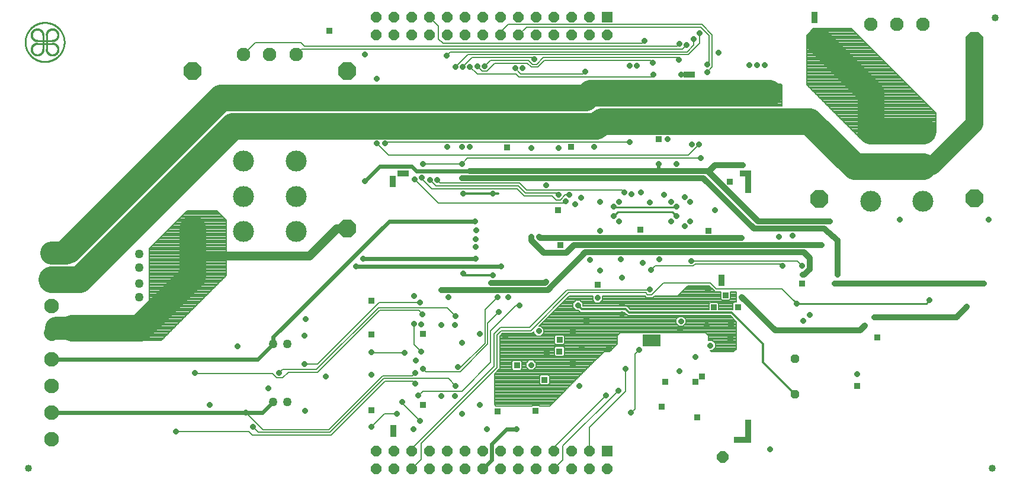
<source format=gbl>
G75*
%MOIN*%
%OFA0B0*%
%FSLAX25Y25*%
%IPPOS*%
%LPD*%
%AMOC8*
5,1,8,0,0,1.08239X$1,22.5*
%
%ADD10C,0.01000*%
%ADD11C,0.00100*%
%ADD12C,0.05000*%
%ADD13OC8,0.10000*%
%ADD14C,0.11811*%
%ADD15C,0.07677*%
%ADD16R,0.05906X0.05906*%
%ADD17OC8,0.05906*%
%ADD18C,0.08268*%
%ADD19C,0.04000*%
%ADD20OC8,0.06496*%
%ADD21OC8,0.04800*%
%ADD22R,0.03175X0.03175*%
%ADD23OC8,0.03175*%
%ADD24C,0.03200*%
%ADD25C,0.02400*%
%ADD26C,0.02000*%
%ADD27C,0.01200*%
%ADD28C,0.00800*%
%ADD29C,0.00600*%
%ADD30C,0.15000*%
%ADD31C,0.13000*%
%ADD32C,0.09000*%
%ADD33C,0.05000*%
%ADD34C,0.10000*%
D10*
X0349149Y0170781D02*
X0351349Y0172981D01*
X0382249Y0172981D01*
X0384499Y0170731D01*
X0383999Y0175681D02*
X0384499Y0175931D01*
X0383999Y0175681D02*
X0349449Y0175681D01*
X0349149Y0175981D01*
X0452249Y0121431D02*
X0525049Y0121431D01*
X0526899Y0123281D01*
X0452649Y0121431D02*
X0452249Y0121431D01*
X0033100Y0267905D02*
X0024832Y0267905D01*
X0024832Y0269480D02*
X0033100Y0269480D01*
X0017966Y0268693D02*
X0017969Y0268963D01*
X0017979Y0269233D01*
X0017996Y0269502D01*
X0018019Y0269771D01*
X0018049Y0270040D01*
X0018085Y0270307D01*
X0018128Y0270574D01*
X0018177Y0270839D01*
X0018233Y0271103D01*
X0018296Y0271366D01*
X0018364Y0271627D01*
X0018440Y0271886D01*
X0018521Y0272143D01*
X0018609Y0272399D01*
X0018703Y0272652D01*
X0018803Y0272903D01*
X0018910Y0273151D01*
X0019022Y0273396D01*
X0019141Y0273639D01*
X0019265Y0273878D01*
X0019395Y0274115D01*
X0019531Y0274348D01*
X0019673Y0274578D01*
X0019820Y0274804D01*
X0019973Y0275027D01*
X0020131Y0275246D01*
X0020294Y0275461D01*
X0020463Y0275671D01*
X0020637Y0275878D01*
X0020816Y0276080D01*
X0020999Y0276278D01*
X0021188Y0276471D01*
X0021381Y0276660D01*
X0021579Y0276843D01*
X0021781Y0277022D01*
X0021988Y0277196D01*
X0022198Y0277365D01*
X0022413Y0277528D01*
X0022632Y0277686D01*
X0022855Y0277839D01*
X0023081Y0277986D01*
X0023311Y0278128D01*
X0023544Y0278264D01*
X0023781Y0278394D01*
X0024020Y0278518D01*
X0024263Y0278637D01*
X0024508Y0278749D01*
X0024756Y0278856D01*
X0025007Y0278956D01*
X0025260Y0279050D01*
X0025516Y0279138D01*
X0025773Y0279219D01*
X0026032Y0279295D01*
X0026293Y0279363D01*
X0026556Y0279426D01*
X0026820Y0279482D01*
X0027085Y0279531D01*
X0027352Y0279574D01*
X0027619Y0279610D01*
X0027888Y0279640D01*
X0028157Y0279663D01*
X0028426Y0279680D01*
X0028696Y0279690D01*
X0028966Y0279693D01*
X0029236Y0279690D01*
X0029506Y0279680D01*
X0029775Y0279663D01*
X0030044Y0279640D01*
X0030313Y0279610D01*
X0030580Y0279574D01*
X0030847Y0279531D01*
X0031112Y0279482D01*
X0031376Y0279426D01*
X0031639Y0279363D01*
X0031900Y0279295D01*
X0032159Y0279219D01*
X0032416Y0279138D01*
X0032672Y0279050D01*
X0032925Y0278956D01*
X0033176Y0278856D01*
X0033424Y0278749D01*
X0033669Y0278637D01*
X0033912Y0278518D01*
X0034151Y0278394D01*
X0034388Y0278264D01*
X0034621Y0278128D01*
X0034851Y0277986D01*
X0035077Y0277839D01*
X0035300Y0277686D01*
X0035519Y0277528D01*
X0035734Y0277365D01*
X0035944Y0277196D01*
X0036151Y0277022D01*
X0036353Y0276843D01*
X0036551Y0276660D01*
X0036744Y0276471D01*
X0036933Y0276278D01*
X0037116Y0276080D01*
X0037295Y0275878D01*
X0037469Y0275671D01*
X0037638Y0275461D01*
X0037801Y0275246D01*
X0037959Y0275027D01*
X0038112Y0274804D01*
X0038259Y0274578D01*
X0038401Y0274348D01*
X0038537Y0274115D01*
X0038667Y0273878D01*
X0038791Y0273639D01*
X0038910Y0273396D01*
X0039022Y0273151D01*
X0039129Y0272903D01*
X0039229Y0272652D01*
X0039323Y0272399D01*
X0039411Y0272143D01*
X0039492Y0271886D01*
X0039568Y0271627D01*
X0039636Y0271366D01*
X0039699Y0271103D01*
X0039755Y0270839D01*
X0039804Y0270574D01*
X0039847Y0270307D01*
X0039883Y0270040D01*
X0039913Y0269771D01*
X0039936Y0269502D01*
X0039953Y0269233D01*
X0039963Y0268963D01*
X0039966Y0268693D01*
X0039963Y0268423D01*
X0039953Y0268153D01*
X0039936Y0267884D01*
X0039913Y0267615D01*
X0039883Y0267346D01*
X0039847Y0267079D01*
X0039804Y0266812D01*
X0039755Y0266547D01*
X0039699Y0266283D01*
X0039636Y0266020D01*
X0039568Y0265759D01*
X0039492Y0265500D01*
X0039411Y0265243D01*
X0039323Y0264987D01*
X0039229Y0264734D01*
X0039129Y0264483D01*
X0039022Y0264235D01*
X0038910Y0263990D01*
X0038791Y0263747D01*
X0038667Y0263508D01*
X0038537Y0263271D01*
X0038401Y0263038D01*
X0038259Y0262808D01*
X0038112Y0262582D01*
X0037959Y0262359D01*
X0037801Y0262140D01*
X0037638Y0261925D01*
X0037469Y0261715D01*
X0037295Y0261508D01*
X0037116Y0261306D01*
X0036933Y0261108D01*
X0036744Y0260915D01*
X0036551Y0260726D01*
X0036353Y0260543D01*
X0036151Y0260364D01*
X0035944Y0260190D01*
X0035734Y0260021D01*
X0035519Y0259858D01*
X0035300Y0259700D01*
X0035077Y0259547D01*
X0034851Y0259400D01*
X0034621Y0259258D01*
X0034388Y0259122D01*
X0034151Y0258992D01*
X0033912Y0258868D01*
X0033669Y0258749D01*
X0033424Y0258637D01*
X0033176Y0258530D01*
X0032925Y0258430D01*
X0032672Y0258336D01*
X0032416Y0258248D01*
X0032159Y0258167D01*
X0031900Y0258091D01*
X0031639Y0258023D01*
X0031376Y0257960D01*
X0031112Y0257904D01*
X0030847Y0257855D01*
X0030580Y0257812D01*
X0030313Y0257776D01*
X0030044Y0257746D01*
X0029775Y0257723D01*
X0029506Y0257706D01*
X0029236Y0257696D01*
X0028966Y0257693D01*
X0028696Y0257696D01*
X0028426Y0257706D01*
X0028157Y0257723D01*
X0027888Y0257746D01*
X0027619Y0257776D01*
X0027352Y0257812D01*
X0027085Y0257855D01*
X0026820Y0257904D01*
X0026556Y0257960D01*
X0026293Y0258023D01*
X0026032Y0258091D01*
X0025773Y0258167D01*
X0025516Y0258248D01*
X0025260Y0258336D01*
X0025007Y0258430D01*
X0024756Y0258530D01*
X0024508Y0258637D01*
X0024263Y0258749D01*
X0024020Y0258868D01*
X0023781Y0258992D01*
X0023544Y0259122D01*
X0023311Y0259258D01*
X0023081Y0259400D01*
X0022855Y0259547D01*
X0022632Y0259700D01*
X0022413Y0259858D01*
X0022198Y0260021D01*
X0021988Y0260190D01*
X0021781Y0260364D01*
X0021579Y0260543D01*
X0021381Y0260726D01*
X0021188Y0260915D01*
X0020999Y0261108D01*
X0020816Y0261306D01*
X0020637Y0261508D01*
X0020463Y0261715D01*
X0020294Y0261925D01*
X0020131Y0262140D01*
X0019973Y0262359D01*
X0019820Y0262582D01*
X0019673Y0262808D01*
X0019531Y0263038D01*
X0019395Y0263271D01*
X0019265Y0263508D01*
X0019141Y0263747D01*
X0019022Y0263990D01*
X0018910Y0264235D01*
X0018803Y0264483D01*
X0018703Y0264734D01*
X0018609Y0264987D01*
X0018521Y0265243D01*
X0018440Y0265500D01*
X0018364Y0265759D01*
X0018296Y0266020D01*
X0018233Y0266283D01*
X0018177Y0266547D01*
X0018128Y0266812D01*
X0018085Y0267079D01*
X0018049Y0267346D01*
X0018019Y0267615D01*
X0017996Y0267884D01*
X0017979Y0268153D01*
X0017969Y0268423D01*
X0017966Y0268693D01*
X0027981Y0264756D02*
X0027981Y0272630D01*
X0029950Y0272630D02*
X0029950Y0264756D01*
D11*
X0029499Y0264719D02*
X0030399Y0264691D01*
X0030398Y0264692D02*
X0030399Y0264587D01*
X0030404Y0264481D01*
X0030412Y0264376D01*
X0030425Y0264272D01*
X0030441Y0264168D01*
X0030461Y0264065D01*
X0030486Y0263962D01*
X0030514Y0263861D01*
X0030545Y0263760D01*
X0030581Y0263661D01*
X0030620Y0263564D01*
X0030663Y0263468D01*
X0030710Y0263373D01*
X0030760Y0263281D01*
X0030813Y0263190D01*
X0030870Y0263101D01*
X0030930Y0263015D01*
X0030993Y0262931D01*
X0031060Y0262849D01*
X0031129Y0262770D01*
X0031202Y0262694D01*
X0031277Y0262620D01*
X0031355Y0262549D01*
X0031435Y0262481D01*
X0031518Y0262417D01*
X0031604Y0262355D01*
X0031692Y0262297D01*
X0031781Y0262242D01*
X0031873Y0262190D01*
X0031967Y0262142D01*
X0032062Y0262098D01*
X0032159Y0262057D01*
X0032258Y0262020D01*
X0032357Y0261986D01*
X0032458Y0261956D01*
X0032560Y0261931D01*
X0032663Y0261909D01*
X0032767Y0261890D01*
X0032871Y0261876D01*
X0032976Y0261866D01*
X0033081Y0261859D01*
X0033186Y0261857D01*
X0033292Y0261859D01*
X0033397Y0261864D01*
X0033502Y0261874D01*
X0033606Y0261887D01*
X0033710Y0261904D01*
X0033813Y0261925D01*
X0033915Y0261950D01*
X0034016Y0261979D01*
X0034117Y0262012D01*
X0034215Y0262048D01*
X0034313Y0262088D01*
X0034408Y0262132D01*
X0034502Y0262179D01*
X0034595Y0262230D01*
X0034685Y0262284D01*
X0034773Y0262342D01*
X0034859Y0262403D01*
X0034942Y0262467D01*
X0035024Y0262534D01*
X0035102Y0262604D01*
X0035178Y0262677D01*
X0035251Y0262753D01*
X0035321Y0262831D01*
X0035388Y0262913D01*
X0035452Y0262996D01*
X0035513Y0263082D01*
X0035571Y0263170D01*
X0035625Y0263260D01*
X0035676Y0263353D01*
X0035723Y0263447D01*
X0035767Y0263542D01*
X0035807Y0263640D01*
X0035843Y0263738D01*
X0035876Y0263839D01*
X0035905Y0263940D01*
X0035930Y0264042D01*
X0035951Y0264145D01*
X0035968Y0264249D01*
X0035981Y0264353D01*
X0035991Y0264458D01*
X0035996Y0264563D01*
X0035998Y0264669D01*
X0035996Y0264774D01*
X0035989Y0264879D01*
X0035979Y0264984D01*
X0035965Y0265088D01*
X0035946Y0265192D01*
X0035924Y0265295D01*
X0035899Y0265397D01*
X0035869Y0265498D01*
X0035835Y0265597D01*
X0035798Y0265696D01*
X0035757Y0265793D01*
X0035713Y0265888D01*
X0035665Y0265982D01*
X0035613Y0266074D01*
X0035558Y0266163D01*
X0035500Y0266251D01*
X0035438Y0266337D01*
X0035374Y0266420D01*
X0035306Y0266500D01*
X0035235Y0266578D01*
X0035161Y0266653D01*
X0035085Y0266726D01*
X0035006Y0266795D01*
X0034924Y0266862D01*
X0034840Y0266925D01*
X0034754Y0266985D01*
X0034665Y0267042D01*
X0034574Y0267095D01*
X0034482Y0267145D01*
X0034387Y0267192D01*
X0034291Y0267235D01*
X0034194Y0267274D01*
X0034095Y0267310D01*
X0033994Y0267341D01*
X0033893Y0267369D01*
X0033790Y0267394D01*
X0033687Y0267414D01*
X0033583Y0267430D01*
X0033479Y0267443D01*
X0033374Y0267451D01*
X0033268Y0267456D01*
X0033163Y0267457D01*
X0033136Y0268356D01*
X0033256Y0268357D01*
X0033376Y0268353D01*
X0033496Y0268345D01*
X0033616Y0268333D01*
X0033735Y0268318D01*
X0033854Y0268298D01*
X0033972Y0268275D01*
X0034089Y0268248D01*
X0034206Y0268217D01*
X0034321Y0268183D01*
X0034435Y0268144D01*
X0034547Y0268102D01*
X0034659Y0268057D01*
X0034768Y0268007D01*
X0034876Y0267954D01*
X0034983Y0267898D01*
X0035087Y0267838D01*
X0035189Y0267775D01*
X0035290Y0267709D01*
X0035388Y0267639D01*
X0035484Y0267567D01*
X0035577Y0267491D01*
X0035668Y0267412D01*
X0035756Y0267330D01*
X0035842Y0267246D01*
X0035924Y0267158D01*
X0036004Y0267069D01*
X0036081Y0266976D01*
X0036155Y0266881D01*
X0036226Y0266784D01*
X0036293Y0266684D01*
X0036357Y0266583D01*
X0036418Y0266479D01*
X0036476Y0266373D01*
X0036530Y0266266D01*
X0036580Y0266157D01*
X0036627Y0266046D01*
X0036671Y0265934D01*
X0036710Y0265820D01*
X0036746Y0265705D01*
X0036779Y0265590D01*
X0036807Y0265473D01*
X0036832Y0265355D01*
X0036852Y0265237D01*
X0036869Y0265117D01*
X0036882Y0264998D01*
X0036891Y0264878D01*
X0036897Y0264758D01*
X0036898Y0264638D01*
X0036895Y0264517D01*
X0036889Y0264397D01*
X0036878Y0264277D01*
X0036864Y0264158D01*
X0036846Y0264039D01*
X0036824Y0263921D01*
X0036798Y0263803D01*
X0036769Y0263687D01*
X0036735Y0263571D01*
X0036698Y0263457D01*
X0036657Y0263344D01*
X0036613Y0263232D01*
X0036565Y0263122D01*
X0036513Y0263013D01*
X0036458Y0262906D01*
X0036399Y0262801D01*
X0036337Y0262698D01*
X0036272Y0262597D01*
X0036203Y0262499D01*
X0036131Y0262402D01*
X0036057Y0262308D01*
X0035979Y0262216D01*
X0035898Y0262127D01*
X0035814Y0262041D01*
X0035728Y0261957D01*
X0035639Y0261876D01*
X0035547Y0261798D01*
X0035453Y0261724D01*
X0035356Y0261652D01*
X0035258Y0261583D01*
X0035157Y0261518D01*
X0035054Y0261456D01*
X0034949Y0261397D01*
X0034842Y0261342D01*
X0034733Y0261290D01*
X0034623Y0261242D01*
X0034511Y0261198D01*
X0034398Y0261157D01*
X0034284Y0261120D01*
X0034168Y0261086D01*
X0034052Y0261057D01*
X0033934Y0261031D01*
X0033816Y0261009D01*
X0033697Y0260991D01*
X0033578Y0260977D01*
X0033458Y0260966D01*
X0033338Y0260960D01*
X0033217Y0260957D01*
X0033097Y0260958D01*
X0032977Y0260964D01*
X0032857Y0260973D01*
X0032738Y0260986D01*
X0032618Y0261003D01*
X0032500Y0261023D01*
X0032382Y0261048D01*
X0032265Y0261076D01*
X0032150Y0261109D01*
X0032035Y0261145D01*
X0031921Y0261184D01*
X0031809Y0261228D01*
X0031698Y0261275D01*
X0031589Y0261325D01*
X0031482Y0261379D01*
X0031376Y0261437D01*
X0031272Y0261498D01*
X0031171Y0261562D01*
X0031071Y0261629D01*
X0030974Y0261700D01*
X0030879Y0261774D01*
X0030786Y0261851D01*
X0030697Y0261931D01*
X0030609Y0262013D01*
X0030525Y0262099D01*
X0030443Y0262187D01*
X0030364Y0262278D01*
X0030288Y0262371D01*
X0030216Y0262467D01*
X0030146Y0262565D01*
X0030080Y0262666D01*
X0030017Y0262768D01*
X0029957Y0262872D01*
X0029901Y0262979D01*
X0029848Y0263087D01*
X0029798Y0263196D01*
X0029753Y0263308D01*
X0029711Y0263420D01*
X0029672Y0263534D01*
X0029638Y0263649D01*
X0029607Y0263766D01*
X0029580Y0263883D01*
X0029557Y0264001D01*
X0029537Y0264120D01*
X0029522Y0264239D01*
X0029510Y0264359D01*
X0029502Y0264479D01*
X0029498Y0264599D01*
X0029499Y0264719D01*
X0029592Y0264716D01*
X0029593Y0264597D01*
X0029596Y0264477D01*
X0029604Y0264358D01*
X0029616Y0264239D01*
X0029632Y0264120D01*
X0029652Y0264002D01*
X0029676Y0263885D01*
X0029703Y0263768D01*
X0029735Y0263653D01*
X0029770Y0263538D01*
X0029809Y0263425D01*
X0029852Y0263314D01*
X0029898Y0263203D01*
X0029948Y0263095D01*
X0030002Y0262988D01*
X0030059Y0262882D01*
X0030119Y0262779D01*
X0030183Y0262678D01*
X0030251Y0262579D01*
X0030321Y0262483D01*
X0030395Y0262388D01*
X0030472Y0262297D01*
X0030552Y0262207D01*
X0030634Y0262121D01*
X0030720Y0262037D01*
X0030808Y0261957D01*
X0030899Y0261879D01*
X0030993Y0261804D01*
X0031088Y0261732D01*
X0031187Y0261664D01*
X0031287Y0261599D01*
X0031390Y0261537D01*
X0031494Y0261479D01*
X0031600Y0261424D01*
X0031709Y0261373D01*
X0031818Y0261325D01*
X0031930Y0261281D01*
X0032042Y0261241D01*
X0032156Y0261205D01*
X0032271Y0261172D01*
X0032388Y0261143D01*
X0032505Y0261118D01*
X0032622Y0261097D01*
X0032741Y0261080D01*
X0032860Y0261067D01*
X0032979Y0261058D01*
X0033098Y0261052D01*
X0033218Y0261051D01*
X0033338Y0261054D01*
X0033457Y0261060D01*
X0033576Y0261071D01*
X0033695Y0261085D01*
X0033813Y0261104D01*
X0033931Y0261126D01*
X0034048Y0261153D01*
X0034163Y0261183D01*
X0034278Y0261217D01*
X0034392Y0261254D01*
X0034504Y0261296D01*
X0034615Y0261341D01*
X0034724Y0261390D01*
X0034832Y0261442D01*
X0034937Y0261498D01*
X0035041Y0261558D01*
X0035143Y0261621D01*
X0035243Y0261687D01*
X0035340Y0261756D01*
X0035435Y0261829D01*
X0035528Y0261905D01*
X0035618Y0261983D01*
X0035705Y0262065D01*
X0035790Y0262150D01*
X0035872Y0262237D01*
X0035950Y0262327D01*
X0036026Y0262420D01*
X0036099Y0262515D01*
X0036168Y0262612D01*
X0036234Y0262712D01*
X0036297Y0262814D01*
X0036357Y0262918D01*
X0036413Y0263023D01*
X0036465Y0263131D01*
X0036514Y0263240D01*
X0036559Y0263351D01*
X0036601Y0263463D01*
X0036638Y0263577D01*
X0036672Y0263692D01*
X0036702Y0263807D01*
X0036729Y0263924D01*
X0036751Y0264042D01*
X0036770Y0264160D01*
X0036784Y0264279D01*
X0036795Y0264398D01*
X0036801Y0264517D01*
X0036804Y0264637D01*
X0036803Y0264757D01*
X0036797Y0264876D01*
X0036788Y0264995D01*
X0036775Y0265114D01*
X0036758Y0265233D01*
X0036737Y0265350D01*
X0036712Y0265467D01*
X0036683Y0265584D01*
X0036650Y0265699D01*
X0036614Y0265813D01*
X0036574Y0265925D01*
X0036530Y0266037D01*
X0036482Y0266146D01*
X0036431Y0266255D01*
X0036376Y0266361D01*
X0036318Y0266465D01*
X0036256Y0266568D01*
X0036191Y0266668D01*
X0036123Y0266767D01*
X0036051Y0266862D01*
X0035976Y0266956D01*
X0035898Y0267047D01*
X0035818Y0267135D01*
X0035734Y0267221D01*
X0035648Y0267303D01*
X0035558Y0267383D01*
X0035467Y0267460D01*
X0035372Y0267534D01*
X0035276Y0267604D01*
X0035177Y0267672D01*
X0035076Y0267736D01*
X0034973Y0267796D01*
X0034867Y0267853D01*
X0034760Y0267907D01*
X0034652Y0267957D01*
X0034541Y0268003D01*
X0034430Y0268046D01*
X0034317Y0268085D01*
X0034202Y0268120D01*
X0034087Y0268152D01*
X0033970Y0268179D01*
X0033853Y0268203D01*
X0033735Y0268223D01*
X0033616Y0268239D01*
X0033497Y0268251D01*
X0033378Y0268259D01*
X0033258Y0268262D01*
X0033139Y0268263D01*
X0033142Y0268169D01*
X0033259Y0268168D01*
X0033376Y0268164D01*
X0033493Y0268157D01*
X0033610Y0268145D01*
X0033726Y0268129D01*
X0033842Y0268109D01*
X0033957Y0268086D01*
X0034071Y0268059D01*
X0034184Y0268028D01*
X0034296Y0267993D01*
X0034407Y0267954D01*
X0034517Y0267912D01*
X0034625Y0267866D01*
X0034731Y0267817D01*
X0034836Y0267764D01*
X0034939Y0267707D01*
X0035040Y0267647D01*
X0035138Y0267584D01*
X0035235Y0267518D01*
X0035330Y0267448D01*
X0035422Y0267375D01*
X0035511Y0267300D01*
X0035598Y0267221D01*
X0035682Y0267139D01*
X0035764Y0267055D01*
X0035843Y0266968D01*
X0035918Y0266878D01*
X0035991Y0266786D01*
X0036061Y0266692D01*
X0036127Y0266595D01*
X0036190Y0266496D01*
X0036250Y0266395D01*
X0036306Y0266292D01*
X0036359Y0266187D01*
X0036408Y0266081D01*
X0036454Y0265973D01*
X0036496Y0265863D01*
X0036535Y0265752D01*
X0036570Y0265640D01*
X0036600Y0265527D01*
X0036628Y0265413D01*
X0036651Y0265298D01*
X0036670Y0265182D01*
X0036686Y0265066D01*
X0036698Y0264949D01*
X0036706Y0264832D01*
X0036710Y0264715D01*
X0036709Y0264598D01*
X0036706Y0264480D01*
X0036698Y0264363D01*
X0036686Y0264246D01*
X0036670Y0264130D01*
X0036651Y0264014D01*
X0036627Y0263900D01*
X0036600Y0263785D01*
X0036569Y0263672D01*
X0036534Y0263560D01*
X0036496Y0263449D01*
X0036454Y0263340D01*
X0036408Y0263232D01*
X0036358Y0263125D01*
X0036305Y0263021D01*
X0036249Y0262918D01*
X0036189Y0262817D01*
X0036126Y0262718D01*
X0036060Y0262621D01*
X0035990Y0262527D01*
X0035917Y0262435D01*
X0035842Y0262345D01*
X0035763Y0262258D01*
X0035681Y0262174D01*
X0035597Y0262092D01*
X0035510Y0262013D01*
X0035420Y0261938D01*
X0035328Y0261865D01*
X0035234Y0261795D01*
X0035137Y0261729D01*
X0035038Y0261666D01*
X0034937Y0261606D01*
X0034834Y0261550D01*
X0034730Y0261497D01*
X0034623Y0261447D01*
X0034515Y0261401D01*
X0034406Y0261359D01*
X0034295Y0261321D01*
X0034183Y0261286D01*
X0034070Y0261255D01*
X0033955Y0261228D01*
X0033841Y0261204D01*
X0033725Y0261185D01*
X0033609Y0261169D01*
X0033492Y0261157D01*
X0033375Y0261149D01*
X0033257Y0261146D01*
X0033140Y0261145D01*
X0033023Y0261149D01*
X0032906Y0261157D01*
X0032789Y0261169D01*
X0032673Y0261185D01*
X0032557Y0261204D01*
X0032442Y0261227D01*
X0032328Y0261255D01*
X0032215Y0261285D01*
X0032103Y0261320D01*
X0031992Y0261359D01*
X0031882Y0261401D01*
X0031774Y0261447D01*
X0031668Y0261496D01*
X0031563Y0261549D01*
X0031460Y0261605D01*
X0031359Y0261665D01*
X0031260Y0261728D01*
X0031163Y0261794D01*
X0031069Y0261864D01*
X0030977Y0261937D01*
X0030887Y0262012D01*
X0030800Y0262091D01*
X0030716Y0262173D01*
X0030634Y0262257D01*
X0030555Y0262344D01*
X0030480Y0262433D01*
X0030407Y0262525D01*
X0030337Y0262620D01*
X0030271Y0262717D01*
X0030208Y0262815D01*
X0030148Y0262916D01*
X0030091Y0263019D01*
X0030038Y0263124D01*
X0029989Y0263230D01*
X0029943Y0263338D01*
X0029901Y0263448D01*
X0029862Y0263559D01*
X0029827Y0263671D01*
X0029796Y0263784D01*
X0029769Y0263898D01*
X0029746Y0264013D01*
X0029726Y0264129D01*
X0029710Y0264245D01*
X0029698Y0264362D01*
X0029691Y0264479D01*
X0029687Y0264596D01*
X0029686Y0264713D01*
X0029780Y0264711D01*
X0029781Y0264594D01*
X0029785Y0264477D01*
X0029793Y0264361D01*
X0029805Y0264245D01*
X0029821Y0264129D01*
X0029841Y0264014D01*
X0029865Y0263900D01*
X0029893Y0263787D01*
X0029924Y0263675D01*
X0029960Y0263564D01*
X0029999Y0263454D01*
X0030042Y0263345D01*
X0030088Y0263238D01*
X0030139Y0263133D01*
X0030192Y0263030D01*
X0030250Y0262928D01*
X0030310Y0262828D01*
X0030374Y0262731D01*
X0030442Y0262636D01*
X0030512Y0262543D01*
X0030586Y0262452D01*
X0030663Y0262365D01*
X0030742Y0262279D01*
X0030825Y0262197D01*
X0030910Y0262117D01*
X0030998Y0262041D01*
X0031089Y0261967D01*
X0031182Y0261897D01*
X0031277Y0261830D01*
X0031375Y0261766D01*
X0031474Y0261705D01*
X0031576Y0261648D01*
X0031680Y0261595D01*
X0031785Y0261545D01*
X0031892Y0261498D01*
X0032001Y0261456D01*
X0032111Y0261417D01*
X0032222Y0261381D01*
X0032334Y0261350D01*
X0032448Y0261322D01*
X0032562Y0261299D01*
X0032677Y0261279D01*
X0032792Y0261263D01*
X0032908Y0261251D01*
X0033025Y0261243D01*
X0033141Y0261239D01*
X0033258Y0261240D01*
X0033374Y0261244D01*
X0033491Y0261252D01*
X0033607Y0261264D01*
X0033722Y0261279D01*
X0033837Y0261299D01*
X0033952Y0261323D01*
X0034065Y0261351D01*
X0034177Y0261382D01*
X0034288Y0261418D01*
X0034398Y0261457D01*
X0034507Y0261499D01*
X0034614Y0261546D01*
X0034719Y0261596D01*
X0034823Y0261650D01*
X0034924Y0261707D01*
X0035024Y0261768D01*
X0035121Y0261832D01*
X0035217Y0261899D01*
X0035310Y0261969D01*
X0035400Y0262043D01*
X0035488Y0262120D01*
X0035573Y0262199D01*
X0035656Y0262282D01*
X0035735Y0262367D01*
X0035812Y0262455D01*
X0035886Y0262545D01*
X0035956Y0262638D01*
X0036023Y0262734D01*
X0036087Y0262831D01*
X0036148Y0262931D01*
X0036205Y0263032D01*
X0036259Y0263136D01*
X0036309Y0263241D01*
X0036356Y0263348D01*
X0036398Y0263457D01*
X0036437Y0263567D01*
X0036473Y0263678D01*
X0036504Y0263790D01*
X0036532Y0263903D01*
X0036556Y0264018D01*
X0036576Y0264133D01*
X0036591Y0264248D01*
X0036603Y0264364D01*
X0036611Y0264481D01*
X0036615Y0264597D01*
X0036616Y0264714D01*
X0036612Y0264830D01*
X0036604Y0264947D01*
X0036592Y0265063D01*
X0036576Y0265178D01*
X0036556Y0265293D01*
X0036533Y0265407D01*
X0036505Y0265521D01*
X0036474Y0265633D01*
X0036438Y0265744D01*
X0036399Y0265854D01*
X0036357Y0265963D01*
X0036310Y0266070D01*
X0036260Y0266175D01*
X0036207Y0266279D01*
X0036150Y0266381D01*
X0036089Y0266480D01*
X0036025Y0266578D01*
X0035958Y0266673D01*
X0035888Y0266766D01*
X0035814Y0266857D01*
X0035738Y0266945D01*
X0035658Y0267030D01*
X0035576Y0267113D01*
X0035490Y0267192D01*
X0035403Y0267269D01*
X0035312Y0267343D01*
X0035219Y0267413D01*
X0035124Y0267481D01*
X0035027Y0267545D01*
X0034927Y0267605D01*
X0034825Y0267663D01*
X0034722Y0267716D01*
X0034617Y0267767D01*
X0034510Y0267813D01*
X0034401Y0267856D01*
X0034291Y0267895D01*
X0034180Y0267931D01*
X0034068Y0267962D01*
X0033955Y0267990D01*
X0033841Y0268014D01*
X0033726Y0268034D01*
X0033610Y0268050D01*
X0033494Y0268062D01*
X0033378Y0268070D01*
X0033261Y0268074D01*
X0033144Y0268075D01*
X0033147Y0267981D01*
X0033262Y0267980D01*
X0033376Y0267976D01*
X0033490Y0267968D01*
X0033603Y0267956D01*
X0033716Y0267940D01*
X0033829Y0267921D01*
X0033941Y0267897D01*
X0034052Y0267870D01*
X0034161Y0267838D01*
X0034270Y0267803D01*
X0034378Y0267765D01*
X0034484Y0267722D01*
X0034588Y0267676D01*
X0034691Y0267627D01*
X0034792Y0267574D01*
X0034892Y0267517D01*
X0034989Y0267457D01*
X0035084Y0267394D01*
X0035177Y0267328D01*
X0035268Y0267258D01*
X0035356Y0267185D01*
X0035441Y0267110D01*
X0035524Y0267031D01*
X0035605Y0266950D01*
X0035682Y0266866D01*
X0035756Y0266779D01*
X0035828Y0266690D01*
X0035896Y0266598D01*
X0035961Y0266505D01*
X0036023Y0266409D01*
X0036082Y0266310D01*
X0036137Y0266210D01*
X0036188Y0266108D01*
X0036236Y0266005D01*
X0036281Y0265900D01*
X0036322Y0265793D01*
X0036359Y0265685D01*
X0036393Y0265576D01*
X0036422Y0265465D01*
X0036448Y0265354D01*
X0036470Y0265242D01*
X0036488Y0265129D01*
X0036503Y0265016D01*
X0036513Y0264902D01*
X0036519Y0264788D01*
X0036522Y0264674D01*
X0036521Y0264560D01*
X0036515Y0264446D01*
X0036506Y0264332D01*
X0036493Y0264218D01*
X0036476Y0264105D01*
X0036455Y0263993D01*
X0036430Y0263881D01*
X0036402Y0263771D01*
X0036369Y0263661D01*
X0036333Y0263553D01*
X0036293Y0263446D01*
X0036250Y0263340D01*
X0036203Y0263236D01*
X0036152Y0263134D01*
X0036098Y0263033D01*
X0036041Y0262934D01*
X0035980Y0262838D01*
X0035916Y0262743D01*
X0035848Y0262651D01*
X0035778Y0262561D01*
X0035704Y0262474D01*
X0035628Y0262389D01*
X0035548Y0262307D01*
X0035466Y0262227D01*
X0035381Y0262151D01*
X0035294Y0262077D01*
X0035204Y0262007D01*
X0035112Y0261939D01*
X0035017Y0261875D01*
X0034921Y0261814D01*
X0034822Y0261757D01*
X0034721Y0261703D01*
X0034619Y0261652D01*
X0034515Y0261605D01*
X0034409Y0261562D01*
X0034302Y0261522D01*
X0034194Y0261486D01*
X0034084Y0261453D01*
X0033974Y0261425D01*
X0033862Y0261400D01*
X0033750Y0261379D01*
X0033637Y0261362D01*
X0033523Y0261349D01*
X0033409Y0261340D01*
X0033295Y0261334D01*
X0033181Y0261333D01*
X0033067Y0261336D01*
X0032953Y0261342D01*
X0032839Y0261352D01*
X0032726Y0261367D01*
X0032613Y0261385D01*
X0032501Y0261407D01*
X0032390Y0261433D01*
X0032279Y0261462D01*
X0032170Y0261496D01*
X0032062Y0261533D01*
X0031955Y0261574D01*
X0031850Y0261619D01*
X0031747Y0261667D01*
X0031645Y0261718D01*
X0031545Y0261773D01*
X0031446Y0261832D01*
X0031350Y0261894D01*
X0031257Y0261959D01*
X0031165Y0262027D01*
X0031076Y0262099D01*
X0030989Y0262173D01*
X0030905Y0262250D01*
X0030824Y0262331D01*
X0030745Y0262414D01*
X0030670Y0262499D01*
X0030597Y0262587D01*
X0030527Y0262678D01*
X0030461Y0262771D01*
X0030398Y0262866D01*
X0030338Y0262963D01*
X0030281Y0263063D01*
X0030228Y0263164D01*
X0030179Y0263267D01*
X0030133Y0263371D01*
X0030090Y0263477D01*
X0030052Y0263585D01*
X0030017Y0263694D01*
X0029985Y0263803D01*
X0029958Y0263914D01*
X0029934Y0264026D01*
X0029915Y0264139D01*
X0029899Y0264252D01*
X0029887Y0264365D01*
X0029879Y0264479D01*
X0029875Y0264593D01*
X0029874Y0264708D01*
X0029968Y0264705D01*
X0029969Y0264592D01*
X0029973Y0264480D01*
X0029981Y0264367D01*
X0029993Y0264255D01*
X0030009Y0264144D01*
X0030029Y0264033D01*
X0030053Y0263923D01*
X0030080Y0263814D01*
X0030111Y0263706D01*
X0030146Y0263599D01*
X0030185Y0263493D01*
X0030228Y0263388D01*
X0030274Y0263286D01*
X0030323Y0263185D01*
X0030376Y0263085D01*
X0030433Y0262988D01*
X0030493Y0262892D01*
X0030556Y0262799D01*
X0030622Y0262708D01*
X0030692Y0262620D01*
X0030764Y0262533D01*
X0030840Y0262450D01*
X0030918Y0262369D01*
X0030999Y0262291D01*
X0031083Y0262216D01*
X0031169Y0262144D01*
X0031258Y0262074D01*
X0031349Y0262008D01*
X0031443Y0261945D01*
X0031539Y0261886D01*
X0031636Y0261830D01*
X0031736Y0261777D01*
X0031837Y0261728D01*
X0031940Y0261682D01*
X0032044Y0261640D01*
X0032150Y0261602D01*
X0032257Y0261567D01*
X0032366Y0261536D01*
X0032475Y0261509D01*
X0032585Y0261486D01*
X0032696Y0261466D01*
X0032808Y0261451D01*
X0032920Y0261439D01*
X0033032Y0261431D01*
X0033145Y0261427D01*
X0033257Y0261428D01*
X0033370Y0261432D01*
X0033482Y0261440D01*
X0033594Y0261451D01*
X0033706Y0261467D01*
X0033816Y0261487D01*
X0033927Y0261510D01*
X0034036Y0261538D01*
X0034144Y0261569D01*
X0034251Y0261604D01*
X0034357Y0261642D01*
X0034461Y0261684D01*
X0034564Y0261730D01*
X0034665Y0261780D01*
X0034765Y0261832D01*
X0034862Y0261889D01*
X0034958Y0261949D01*
X0035051Y0262011D01*
X0035142Y0262078D01*
X0035231Y0262147D01*
X0035317Y0262219D01*
X0035401Y0262295D01*
X0035482Y0262373D01*
X0035560Y0262454D01*
X0035636Y0262538D01*
X0035708Y0262624D01*
X0035777Y0262713D01*
X0035844Y0262804D01*
X0035906Y0262897D01*
X0035966Y0262993D01*
X0036023Y0263090D01*
X0036075Y0263190D01*
X0036125Y0263291D01*
X0036171Y0263394D01*
X0036213Y0263498D01*
X0036251Y0263604D01*
X0036286Y0263711D01*
X0036317Y0263819D01*
X0036345Y0263928D01*
X0036368Y0264039D01*
X0036388Y0264149D01*
X0036404Y0264261D01*
X0036415Y0264373D01*
X0036423Y0264485D01*
X0036427Y0264598D01*
X0036428Y0264710D01*
X0036424Y0264823D01*
X0036416Y0264935D01*
X0036404Y0265047D01*
X0036389Y0265159D01*
X0036369Y0265270D01*
X0036346Y0265380D01*
X0036319Y0265489D01*
X0036288Y0265598D01*
X0036253Y0265705D01*
X0036215Y0265811D01*
X0036173Y0265915D01*
X0036127Y0266018D01*
X0036078Y0266119D01*
X0036025Y0266219D01*
X0035969Y0266316D01*
X0035910Y0266412D01*
X0035847Y0266506D01*
X0035781Y0266597D01*
X0035711Y0266686D01*
X0035639Y0266772D01*
X0035564Y0266856D01*
X0035486Y0266937D01*
X0035405Y0267015D01*
X0035322Y0267091D01*
X0035235Y0267163D01*
X0035147Y0267233D01*
X0035056Y0267299D01*
X0034963Y0267362D01*
X0034867Y0267422D01*
X0034770Y0267479D01*
X0034670Y0267532D01*
X0034569Y0267581D01*
X0034467Y0267627D01*
X0034362Y0267670D01*
X0034256Y0267709D01*
X0034149Y0267744D01*
X0034041Y0267775D01*
X0033932Y0267802D01*
X0033822Y0267826D01*
X0033711Y0267846D01*
X0033600Y0267862D01*
X0033488Y0267874D01*
X0033375Y0267882D01*
X0033263Y0267886D01*
X0033150Y0267887D01*
X0033153Y0267793D01*
X0033265Y0267792D01*
X0033376Y0267788D01*
X0033488Y0267780D01*
X0033599Y0267767D01*
X0033710Y0267751D01*
X0033820Y0267731D01*
X0033929Y0267707D01*
X0034037Y0267679D01*
X0034144Y0267647D01*
X0034250Y0267611D01*
X0034355Y0267572D01*
X0034458Y0267529D01*
X0034559Y0267482D01*
X0034659Y0267432D01*
X0034757Y0267378D01*
X0034853Y0267321D01*
X0034947Y0267260D01*
X0035039Y0267196D01*
X0035128Y0267129D01*
X0035215Y0267058D01*
X0035299Y0266985D01*
X0035381Y0266909D01*
X0035460Y0266829D01*
X0035536Y0266747D01*
X0035609Y0266663D01*
X0035679Y0266576D01*
X0035745Y0266486D01*
X0035809Y0266394D01*
X0035869Y0266300D01*
X0035926Y0266204D01*
X0035980Y0266105D01*
X0036029Y0266005D01*
X0036076Y0265904D01*
X0036118Y0265800D01*
X0036157Y0265695D01*
X0036192Y0265589D01*
X0036224Y0265482D01*
X0036251Y0265374D01*
X0036275Y0265264D01*
X0036294Y0265154D01*
X0036310Y0265044D01*
X0036322Y0264932D01*
X0036330Y0264821D01*
X0036334Y0264709D01*
X0036333Y0264597D01*
X0036329Y0264486D01*
X0036321Y0264374D01*
X0036309Y0264263D01*
X0036293Y0264153D01*
X0036273Y0264043D01*
X0036249Y0263933D01*
X0036222Y0263825D01*
X0036190Y0263718D01*
X0036155Y0263612D01*
X0036116Y0263507D01*
X0036073Y0263404D01*
X0036026Y0263302D01*
X0035976Y0263202D01*
X0035923Y0263104D01*
X0035865Y0263008D01*
X0035805Y0262914D01*
X0035741Y0262822D01*
X0035674Y0262733D01*
X0035604Y0262646D01*
X0035531Y0262561D01*
X0035455Y0262479D01*
X0035376Y0262400D01*
X0035294Y0262324D01*
X0035209Y0262251D01*
X0035122Y0262181D01*
X0035033Y0262114D01*
X0034941Y0262050D01*
X0034847Y0261990D01*
X0034751Y0261932D01*
X0034653Y0261879D01*
X0034553Y0261829D01*
X0034451Y0261782D01*
X0034348Y0261739D01*
X0034243Y0261700D01*
X0034137Y0261665D01*
X0034030Y0261633D01*
X0033922Y0261606D01*
X0033812Y0261582D01*
X0033702Y0261562D01*
X0033592Y0261546D01*
X0033481Y0261534D01*
X0033369Y0261526D01*
X0033258Y0261522D01*
X0033146Y0261521D01*
X0033034Y0261525D01*
X0032923Y0261533D01*
X0032811Y0261545D01*
X0032701Y0261561D01*
X0032591Y0261580D01*
X0032481Y0261604D01*
X0032373Y0261631D01*
X0032266Y0261663D01*
X0032160Y0261698D01*
X0032055Y0261737D01*
X0031951Y0261779D01*
X0031850Y0261826D01*
X0031750Y0261875D01*
X0031651Y0261929D01*
X0031555Y0261986D01*
X0031461Y0262046D01*
X0031369Y0262110D01*
X0031279Y0262176D01*
X0031192Y0262246D01*
X0031108Y0262319D01*
X0031026Y0262395D01*
X0030946Y0262474D01*
X0030870Y0262556D01*
X0030797Y0262640D01*
X0030726Y0262727D01*
X0030659Y0262816D01*
X0030595Y0262908D01*
X0030534Y0263002D01*
X0030477Y0263098D01*
X0030423Y0263196D01*
X0030373Y0263296D01*
X0030326Y0263397D01*
X0030283Y0263500D01*
X0030244Y0263605D01*
X0030208Y0263711D01*
X0030176Y0263818D01*
X0030148Y0263926D01*
X0030124Y0264035D01*
X0030104Y0264145D01*
X0030088Y0264256D01*
X0030075Y0264367D01*
X0030067Y0264479D01*
X0030063Y0264590D01*
X0030062Y0264702D01*
X0030156Y0264699D01*
X0030157Y0264590D01*
X0030161Y0264481D01*
X0030169Y0264372D01*
X0030182Y0264263D01*
X0030198Y0264155D01*
X0030218Y0264048D01*
X0030241Y0263941D01*
X0030269Y0263836D01*
X0030300Y0263731D01*
X0030336Y0263628D01*
X0030374Y0263525D01*
X0030417Y0263425D01*
X0030463Y0263326D01*
X0030512Y0263228D01*
X0030565Y0263133D01*
X0030622Y0263039D01*
X0030682Y0262948D01*
X0030745Y0262859D01*
X0030811Y0262772D01*
X0030880Y0262687D01*
X0030952Y0262605D01*
X0031027Y0262526D01*
X0031105Y0262449D01*
X0031186Y0262376D01*
X0031269Y0262305D01*
X0031355Y0262237D01*
X0031443Y0262173D01*
X0031533Y0262111D01*
X0031625Y0262053D01*
X0031720Y0261998D01*
X0031816Y0261947D01*
X0031915Y0261899D01*
X0032014Y0261855D01*
X0032116Y0261814D01*
X0032219Y0261777D01*
X0032323Y0261744D01*
X0032428Y0261714D01*
X0032534Y0261688D01*
X0032641Y0261666D01*
X0032749Y0261648D01*
X0032857Y0261634D01*
X0032966Y0261624D01*
X0033075Y0261617D01*
X0033184Y0261615D01*
X0033293Y0261616D01*
X0033402Y0261622D01*
X0033511Y0261631D01*
X0033620Y0261644D01*
X0033727Y0261661D01*
X0033835Y0261682D01*
X0033941Y0261707D01*
X0034046Y0261736D01*
X0034151Y0261768D01*
X0034254Y0261804D01*
X0034356Y0261844D01*
X0034456Y0261887D01*
X0034555Y0261934D01*
X0034651Y0261985D01*
X0034746Y0262039D01*
X0034839Y0262096D01*
X0034930Y0262156D01*
X0035019Y0262220D01*
X0035105Y0262287D01*
X0035189Y0262357D01*
X0035270Y0262430D01*
X0035349Y0262506D01*
X0035425Y0262585D01*
X0035498Y0262666D01*
X0035568Y0262750D01*
X0035635Y0262836D01*
X0035699Y0262925D01*
X0035759Y0263016D01*
X0035816Y0263109D01*
X0035870Y0263204D01*
X0035921Y0263300D01*
X0035968Y0263399D01*
X0036011Y0263499D01*
X0036051Y0263601D01*
X0036087Y0263704D01*
X0036119Y0263809D01*
X0036148Y0263914D01*
X0036173Y0264020D01*
X0036194Y0264128D01*
X0036211Y0264235D01*
X0036224Y0264344D01*
X0036233Y0264453D01*
X0036239Y0264562D01*
X0036240Y0264671D01*
X0036238Y0264780D01*
X0036231Y0264889D01*
X0036221Y0264998D01*
X0036207Y0265106D01*
X0036189Y0265214D01*
X0036167Y0265321D01*
X0036141Y0265427D01*
X0036111Y0265532D01*
X0036078Y0265636D01*
X0036041Y0265739D01*
X0036000Y0265841D01*
X0035956Y0265940D01*
X0035908Y0266039D01*
X0035857Y0266135D01*
X0035802Y0266230D01*
X0035744Y0266322D01*
X0035682Y0266412D01*
X0035618Y0266500D01*
X0035550Y0266586D01*
X0035479Y0266669D01*
X0035406Y0266750D01*
X0035329Y0266828D01*
X0035250Y0266903D01*
X0035168Y0266975D01*
X0035083Y0267044D01*
X0034996Y0267110D01*
X0034907Y0267173D01*
X0034816Y0267233D01*
X0034722Y0267290D01*
X0034627Y0267343D01*
X0034529Y0267392D01*
X0034430Y0267438D01*
X0034330Y0267481D01*
X0034227Y0267519D01*
X0034124Y0267555D01*
X0034019Y0267586D01*
X0033914Y0267614D01*
X0033807Y0267637D01*
X0033700Y0267657D01*
X0033592Y0267673D01*
X0033483Y0267686D01*
X0033374Y0267694D01*
X0033265Y0267698D01*
X0033156Y0267699D01*
X0033159Y0267605D01*
X0033267Y0267604D01*
X0033375Y0267600D01*
X0033483Y0267591D01*
X0033591Y0267579D01*
X0033698Y0267562D01*
X0033804Y0267542D01*
X0033910Y0267518D01*
X0034014Y0267490D01*
X0034118Y0267458D01*
X0034220Y0267422D01*
X0034321Y0267383D01*
X0034420Y0267340D01*
X0034518Y0267293D01*
X0034614Y0267243D01*
X0034708Y0267189D01*
X0034800Y0267132D01*
X0034890Y0267071D01*
X0034977Y0267008D01*
X0035062Y0266941D01*
X0035145Y0266871D01*
X0035225Y0266798D01*
X0035302Y0266722D01*
X0035377Y0266643D01*
X0035448Y0266562D01*
X0035517Y0266478D01*
X0035582Y0266391D01*
X0035644Y0266303D01*
X0035703Y0266212D01*
X0035758Y0266119D01*
X0035810Y0266024D01*
X0035859Y0265927D01*
X0035903Y0265828D01*
X0035945Y0265728D01*
X0035982Y0265626D01*
X0036016Y0265524D01*
X0036046Y0265419D01*
X0036072Y0265314D01*
X0036094Y0265208D01*
X0036112Y0265102D01*
X0036127Y0264994D01*
X0036137Y0264886D01*
X0036144Y0264778D01*
X0036146Y0264670D01*
X0036144Y0264562D01*
X0036139Y0264454D01*
X0036130Y0264346D01*
X0036116Y0264238D01*
X0036099Y0264131D01*
X0036078Y0264025D01*
X0036052Y0263920D01*
X0036023Y0263816D01*
X0035991Y0263712D01*
X0035954Y0263610D01*
X0035914Y0263510D01*
X0035870Y0263411D01*
X0035822Y0263314D01*
X0035771Y0263218D01*
X0035716Y0263125D01*
X0035658Y0263033D01*
X0035597Y0262944D01*
X0035533Y0262857D01*
X0035465Y0262772D01*
X0035394Y0262690D01*
X0035320Y0262611D01*
X0035244Y0262535D01*
X0035165Y0262461D01*
X0035083Y0262390D01*
X0034998Y0262322D01*
X0034911Y0262258D01*
X0034822Y0262197D01*
X0034730Y0262139D01*
X0034637Y0262084D01*
X0034541Y0262033D01*
X0034444Y0261985D01*
X0034345Y0261941D01*
X0034245Y0261901D01*
X0034143Y0261864D01*
X0034039Y0261832D01*
X0033935Y0261803D01*
X0033830Y0261777D01*
X0033724Y0261756D01*
X0033617Y0261739D01*
X0033509Y0261725D01*
X0033401Y0261716D01*
X0033293Y0261711D01*
X0033185Y0261709D01*
X0033077Y0261711D01*
X0032969Y0261718D01*
X0032861Y0261728D01*
X0032753Y0261743D01*
X0032647Y0261761D01*
X0032541Y0261783D01*
X0032436Y0261809D01*
X0032331Y0261839D01*
X0032229Y0261873D01*
X0032127Y0261910D01*
X0032027Y0261952D01*
X0031928Y0261996D01*
X0031831Y0262045D01*
X0031736Y0262097D01*
X0031643Y0262152D01*
X0031552Y0262211D01*
X0031464Y0262273D01*
X0031377Y0262338D01*
X0031293Y0262407D01*
X0031212Y0262478D01*
X0031133Y0262553D01*
X0031057Y0262630D01*
X0030984Y0262710D01*
X0030914Y0262793D01*
X0030847Y0262878D01*
X0030784Y0262965D01*
X0030723Y0263055D01*
X0030666Y0263147D01*
X0030612Y0263241D01*
X0030562Y0263337D01*
X0030515Y0263435D01*
X0030472Y0263534D01*
X0030433Y0263635D01*
X0030397Y0263737D01*
X0030365Y0263841D01*
X0030337Y0263945D01*
X0030313Y0264051D01*
X0030293Y0264157D01*
X0030276Y0264264D01*
X0030264Y0264372D01*
X0030255Y0264480D01*
X0030251Y0264588D01*
X0030250Y0264696D01*
X0030344Y0264693D01*
X0030345Y0264587D01*
X0030349Y0264481D01*
X0030358Y0264374D01*
X0030371Y0264269D01*
X0030387Y0264164D01*
X0030407Y0264059D01*
X0030432Y0263955D01*
X0030460Y0263853D01*
X0030492Y0263751D01*
X0030527Y0263651D01*
X0030567Y0263552D01*
X0030610Y0263455D01*
X0030656Y0263359D01*
X0030707Y0263265D01*
X0030760Y0263173D01*
X0030817Y0263083D01*
X0030878Y0262995D01*
X0030941Y0262910D01*
X0031008Y0262827D01*
X0031078Y0262747D01*
X0031150Y0262669D01*
X0031226Y0262594D01*
X0031304Y0262522D01*
X0031385Y0262453D01*
X0031469Y0262387D01*
X0031555Y0262324D01*
X0031643Y0262264D01*
X0031733Y0262208D01*
X0031826Y0262155D01*
X0031920Y0262105D01*
X0032016Y0262059D01*
X0032114Y0262017D01*
X0032213Y0261978D01*
X0032313Y0261944D01*
X0032415Y0261912D01*
X0032518Y0261885D01*
X0032622Y0261862D01*
X0032727Y0261842D01*
X0032832Y0261827D01*
X0032938Y0261815D01*
X0033044Y0261807D01*
X0033150Y0261803D01*
X0033257Y0261804D01*
X0033363Y0261808D01*
X0033469Y0261816D01*
X0033575Y0261828D01*
X0033680Y0261844D01*
X0033785Y0261864D01*
X0033889Y0261888D01*
X0033992Y0261916D01*
X0034093Y0261947D01*
X0034194Y0261982D01*
X0034293Y0262021D01*
X0034390Y0262064D01*
X0034486Y0262110D01*
X0034580Y0262160D01*
X0034672Y0262213D01*
X0034763Y0262270D01*
X0034851Y0262330D01*
X0034936Y0262393D01*
X0035019Y0262460D01*
X0035100Y0262529D01*
X0035178Y0262602D01*
X0035253Y0262677D01*
X0035326Y0262755D01*
X0035395Y0262836D01*
X0035462Y0262919D01*
X0035525Y0263004D01*
X0035585Y0263092D01*
X0035642Y0263183D01*
X0035695Y0263275D01*
X0035745Y0263369D01*
X0035791Y0263465D01*
X0035834Y0263562D01*
X0035873Y0263661D01*
X0035908Y0263762D01*
X0035939Y0263863D01*
X0035967Y0263966D01*
X0035991Y0264070D01*
X0036011Y0264175D01*
X0036027Y0264280D01*
X0036039Y0264386D01*
X0036047Y0264492D01*
X0036051Y0264598D01*
X0036052Y0264705D01*
X0036048Y0264811D01*
X0036040Y0264917D01*
X0036028Y0265023D01*
X0036013Y0265128D01*
X0035993Y0265233D01*
X0035970Y0265337D01*
X0035943Y0265440D01*
X0035911Y0265542D01*
X0035877Y0265642D01*
X0035838Y0265741D01*
X0035796Y0265839D01*
X0035750Y0265935D01*
X0035700Y0266029D01*
X0035647Y0266122D01*
X0035591Y0266212D01*
X0035531Y0266300D01*
X0035468Y0266386D01*
X0035402Y0266470D01*
X0035333Y0266551D01*
X0035261Y0266629D01*
X0035186Y0266705D01*
X0035108Y0266777D01*
X0035028Y0266847D01*
X0034945Y0266914D01*
X0034860Y0266977D01*
X0034772Y0267038D01*
X0034682Y0267095D01*
X0034590Y0267148D01*
X0034496Y0267199D01*
X0034400Y0267245D01*
X0034303Y0267288D01*
X0034204Y0267328D01*
X0034104Y0267363D01*
X0034002Y0267395D01*
X0033900Y0267423D01*
X0033796Y0267448D01*
X0033691Y0267468D01*
X0033586Y0267484D01*
X0033481Y0267497D01*
X0033374Y0267506D01*
X0033268Y0267510D01*
X0033162Y0267511D01*
X0024795Y0268356D02*
X0024767Y0267456D01*
X0024768Y0267457D02*
X0024663Y0267456D01*
X0024557Y0267451D01*
X0024452Y0267443D01*
X0024348Y0267430D01*
X0024244Y0267414D01*
X0024141Y0267394D01*
X0024038Y0267369D01*
X0023937Y0267341D01*
X0023836Y0267310D01*
X0023737Y0267274D01*
X0023640Y0267235D01*
X0023544Y0267192D01*
X0023449Y0267145D01*
X0023357Y0267095D01*
X0023266Y0267042D01*
X0023177Y0266985D01*
X0023091Y0266925D01*
X0023007Y0266862D01*
X0022925Y0266795D01*
X0022846Y0266726D01*
X0022770Y0266653D01*
X0022696Y0266578D01*
X0022625Y0266500D01*
X0022557Y0266420D01*
X0022493Y0266337D01*
X0022431Y0266251D01*
X0022373Y0266163D01*
X0022318Y0266074D01*
X0022266Y0265982D01*
X0022218Y0265888D01*
X0022174Y0265793D01*
X0022133Y0265696D01*
X0022096Y0265597D01*
X0022062Y0265498D01*
X0022032Y0265397D01*
X0022007Y0265295D01*
X0021985Y0265192D01*
X0021966Y0265088D01*
X0021952Y0264984D01*
X0021942Y0264879D01*
X0021935Y0264774D01*
X0021933Y0264669D01*
X0021935Y0264563D01*
X0021940Y0264458D01*
X0021950Y0264353D01*
X0021963Y0264249D01*
X0021980Y0264145D01*
X0022001Y0264042D01*
X0022026Y0263940D01*
X0022055Y0263839D01*
X0022088Y0263738D01*
X0022124Y0263640D01*
X0022164Y0263542D01*
X0022208Y0263447D01*
X0022255Y0263353D01*
X0022306Y0263260D01*
X0022360Y0263170D01*
X0022418Y0263082D01*
X0022479Y0262996D01*
X0022543Y0262913D01*
X0022610Y0262831D01*
X0022680Y0262753D01*
X0022753Y0262677D01*
X0022829Y0262604D01*
X0022907Y0262534D01*
X0022989Y0262467D01*
X0023072Y0262403D01*
X0023158Y0262342D01*
X0023246Y0262284D01*
X0023336Y0262230D01*
X0023429Y0262179D01*
X0023523Y0262132D01*
X0023618Y0262088D01*
X0023716Y0262048D01*
X0023814Y0262012D01*
X0023915Y0261979D01*
X0024016Y0261950D01*
X0024118Y0261925D01*
X0024221Y0261904D01*
X0024325Y0261887D01*
X0024429Y0261874D01*
X0024534Y0261864D01*
X0024639Y0261859D01*
X0024745Y0261857D01*
X0024850Y0261859D01*
X0024955Y0261866D01*
X0025060Y0261876D01*
X0025164Y0261890D01*
X0025268Y0261909D01*
X0025371Y0261931D01*
X0025473Y0261956D01*
X0025574Y0261986D01*
X0025673Y0262020D01*
X0025772Y0262057D01*
X0025869Y0262098D01*
X0025964Y0262142D01*
X0026058Y0262190D01*
X0026150Y0262242D01*
X0026239Y0262297D01*
X0026327Y0262355D01*
X0026413Y0262417D01*
X0026496Y0262481D01*
X0026576Y0262549D01*
X0026654Y0262620D01*
X0026729Y0262694D01*
X0026802Y0262770D01*
X0026871Y0262849D01*
X0026938Y0262931D01*
X0027001Y0263015D01*
X0027061Y0263101D01*
X0027118Y0263190D01*
X0027171Y0263281D01*
X0027221Y0263373D01*
X0027268Y0263468D01*
X0027311Y0263564D01*
X0027350Y0263661D01*
X0027386Y0263760D01*
X0027417Y0263861D01*
X0027445Y0263962D01*
X0027470Y0264065D01*
X0027490Y0264168D01*
X0027506Y0264272D01*
X0027519Y0264376D01*
X0027527Y0264481D01*
X0027532Y0264587D01*
X0027533Y0264692D01*
X0028432Y0264719D01*
X0028433Y0264599D01*
X0028429Y0264479D01*
X0028421Y0264359D01*
X0028409Y0264239D01*
X0028394Y0264120D01*
X0028374Y0264001D01*
X0028351Y0263883D01*
X0028324Y0263766D01*
X0028293Y0263649D01*
X0028259Y0263534D01*
X0028220Y0263420D01*
X0028178Y0263308D01*
X0028133Y0263196D01*
X0028083Y0263087D01*
X0028030Y0262979D01*
X0027974Y0262872D01*
X0027914Y0262768D01*
X0027851Y0262666D01*
X0027785Y0262565D01*
X0027715Y0262467D01*
X0027643Y0262371D01*
X0027567Y0262278D01*
X0027488Y0262187D01*
X0027406Y0262099D01*
X0027322Y0262013D01*
X0027234Y0261931D01*
X0027145Y0261851D01*
X0027052Y0261774D01*
X0026957Y0261700D01*
X0026860Y0261629D01*
X0026760Y0261562D01*
X0026659Y0261498D01*
X0026555Y0261437D01*
X0026449Y0261379D01*
X0026342Y0261325D01*
X0026233Y0261275D01*
X0026122Y0261228D01*
X0026010Y0261184D01*
X0025896Y0261145D01*
X0025781Y0261109D01*
X0025666Y0261076D01*
X0025549Y0261048D01*
X0025431Y0261023D01*
X0025313Y0261003D01*
X0025193Y0260986D01*
X0025074Y0260973D01*
X0024954Y0260964D01*
X0024834Y0260958D01*
X0024714Y0260957D01*
X0024593Y0260960D01*
X0024473Y0260966D01*
X0024353Y0260977D01*
X0024234Y0260991D01*
X0024115Y0261009D01*
X0023997Y0261031D01*
X0023879Y0261057D01*
X0023763Y0261086D01*
X0023647Y0261120D01*
X0023533Y0261157D01*
X0023420Y0261198D01*
X0023308Y0261242D01*
X0023198Y0261290D01*
X0023089Y0261342D01*
X0022982Y0261397D01*
X0022877Y0261456D01*
X0022774Y0261518D01*
X0022673Y0261583D01*
X0022575Y0261652D01*
X0022478Y0261724D01*
X0022384Y0261798D01*
X0022292Y0261876D01*
X0022203Y0261957D01*
X0022117Y0262041D01*
X0022033Y0262127D01*
X0021952Y0262216D01*
X0021874Y0262308D01*
X0021800Y0262402D01*
X0021728Y0262499D01*
X0021659Y0262597D01*
X0021594Y0262698D01*
X0021532Y0262801D01*
X0021473Y0262906D01*
X0021418Y0263013D01*
X0021366Y0263122D01*
X0021318Y0263232D01*
X0021274Y0263344D01*
X0021233Y0263457D01*
X0021196Y0263571D01*
X0021162Y0263687D01*
X0021133Y0263803D01*
X0021107Y0263921D01*
X0021085Y0264039D01*
X0021067Y0264158D01*
X0021053Y0264277D01*
X0021042Y0264397D01*
X0021036Y0264517D01*
X0021033Y0264638D01*
X0021034Y0264758D01*
X0021040Y0264878D01*
X0021049Y0264998D01*
X0021062Y0265117D01*
X0021079Y0265237D01*
X0021099Y0265355D01*
X0021124Y0265473D01*
X0021152Y0265590D01*
X0021185Y0265705D01*
X0021221Y0265820D01*
X0021260Y0265934D01*
X0021304Y0266046D01*
X0021351Y0266157D01*
X0021401Y0266266D01*
X0021455Y0266373D01*
X0021513Y0266479D01*
X0021574Y0266583D01*
X0021638Y0266684D01*
X0021705Y0266784D01*
X0021776Y0266881D01*
X0021850Y0266976D01*
X0021927Y0267069D01*
X0022007Y0267158D01*
X0022089Y0267246D01*
X0022175Y0267330D01*
X0022263Y0267412D01*
X0022354Y0267491D01*
X0022447Y0267567D01*
X0022543Y0267639D01*
X0022641Y0267709D01*
X0022742Y0267775D01*
X0022844Y0267838D01*
X0022948Y0267898D01*
X0023055Y0267954D01*
X0023163Y0268007D01*
X0023272Y0268057D01*
X0023384Y0268102D01*
X0023496Y0268144D01*
X0023610Y0268183D01*
X0023725Y0268217D01*
X0023842Y0268248D01*
X0023959Y0268275D01*
X0024077Y0268298D01*
X0024196Y0268318D01*
X0024315Y0268333D01*
X0024435Y0268345D01*
X0024555Y0268353D01*
X0024675Y0268357D01*
X0024795Y0268356D01*
X0024792Y0268263D01*
X0024673Y0268262D01*
X0024553Y0268259D01*
X0024434Y0268251D01*
X0024315Y0268239D01*
X0024196Y0268223D01*
X0024078Y0268203D01*
X0023961Y0268179D01*
X0023844Y0268152D01*
X0023729Y0268120D01*
X0023614Y0268085D01*
X0023501Y0268046D01*
X0023390Y0268003D01*
X0023279Y0267957D01*
X0023171Y0267907D01*
X0023064Y0267853D01*
X0022958Y0267796D01*
X0022855Y0267736D01*
X0022754Y0267672D01*
X0022655Y0267604D01*
X0022559Y0267534D01*
X0022464Y0267460D01*
X0022373Y0267383D01*
X0022283Y0267303D01*
X0022197Y0267221D01*
X0022113Y0267135D01*
X0022033Y0267047D01*
X0021955Y0266956D01*
X0021880Y0266862D01*
X0021808Y0266767D01*
X0021740Y0266668D01*
X0021675Y0266568D01*
X0021613Y0266465D01*
X0021555Y0266361D01*
X0021500Y0266255D01*
X0021449Y0266146D01*
X0021401Y0266037D01*
X0021357Y0265925D01*
X0021317Y0265813D01*
X0021281Y0265699D01*
X0021248Y0265584D01*
X0021219Y0265467D01*
X0021194Y0265350D01*
X0021173Y0265233D01*
X0021156Y0265114D01*
X0021143Y0264995D01*
X0021134Y0264876D01*
X0021128Y0264757D01*
X0021127Y0264637D01*
X0021130Y0264517D01*
X0021136Y0264398D01*
X0021147Y0264279D01*
X0021161Y0264160D01*
X0021180Y0264042D01*
X0021202Y0263924D01*
X0021229Y0263807D01*
X0021259Y0263692D01*
X0021293Y0263577D01*
X0021330Y0263463D01*
X0021372Y0263351D01*
X0021417Y0263240D01*
X0021466Y0263131D01*
X0021518Y0263023D01*
X0021574Y0262918D01*
X0021634Y0262814D01*
X0021697Y0262712D01*
X0021763Y0262612D01*
X0021832Y0262515D01*
X0021905Y0262420D01*
X0021981Y0262327D01*
X0022059Y0262237D01*
X0022141Y0262150D01*
X0022226Y0262065D01*
X0022313Y0261983D01*
X0022403Y0261905D01*
X0022496Y0261829D01*
X0022591Y0261756D01*
X0022688Y0261687D01*
X0022788Y0261621D01*
X0022890Y0261558D01*
X0022994Y0261498D01*
X0023099Y0261442D01*
X0023207Y0261390D01*
X0023316Y0261341D01*
X0023427Y0261296D01*
X0023539Y0261254D01*
X0023653Y0261217D01*
X0023768Y0261183D01*
X0023883Y0261153D01*
X0024000Y0261126D01*
X0024118Y0261104D01*
X0024236Y0261085D01*
X0024355Y0261071D01*
X0024474Y0261060D01*
X0024593Y0261054D01*
X0024713Y0261051D01*
X0024833Y0261052D01*
X0024952Y0261058D01*
X0025071Y0261067D01*
X0025190Y0261080D01*
X0025309Y0261097D01*
X0025426Y0261118D01*
X0025543Y0261143D01*
X0025660Y0261172D01*
X0025775Y0261205D01*
X0025889Y0261241D01*
X0026001Y0261281D01*
X0026113Y0261325D01*
X0026222Y0261373D01*
X0026331Y0261424D01*
X0026437Y0261479D01*
X0026541Y0261537D01*
X0026644Y0261599D01*
X0026744Y0261664D01*
X0026843Y0261732D01*
X0026938Y0261804D01*
X0027032Y0261879D01*
X0027123Y0261957D01*
X0027211Y0262037D01*
X0027297Y0262121D01*
X0027379Y0262207D01*
X0027459Y0262297D01*
X0027536Y0262388D01*
X0027610Y0262483D01*
X0027680Y0262579D01*
X0027748Y0262678D01*
X0027812Y0262779D01*
X0027872Y0262882D01*
X0027929Y0262988D01*
X0027983Y0263095D01*
X0028033Y0263203D01*
X0028079Y0263314D01*
X0028122Y0263425D01*
X0028161Y0263538D01*
X0028196Y0263653D01*
X0028228Y0263768D01*
X0028255Y0263885D01*
X0028279Y0264002D01*
X0028299Y0264120D01*
X0028315Y0264239D01*
X0028327Y0264358D01*
X0028335Y0264477D01*
X0028338Y0264597D01*
X0028339Y0264716D01*
X0028245Y0264713D01*
X0028244Y0264596D01*
X0028240Y0264479D01*
X0028233Y0264362D01*
X0028221Y0264245D01*
X0028205Y0264129D01*
X0028185Y0264013D01*
X0028162Y0263898D01*
X0028135Y0263784D01*
X0028104Y0263671D01*
X0028069Y0263559D01*
X0028030Y0263448D01*
X0027988Y0263338D01*
X0027942Y0263230D01*
X0027893Y0263124D01*
X0027840Y0263019D01*
X0027783Y0262916D01*
X0027723Y0262815D01*
X0027660Y0262717D01*
X0027594Y0262620D01*
X0027524Y0262525D01*
X0027451Y0262433D01*
X0027376Y0262344D01*
X0027297Y0262257D01*
X0027215Y0262173D01*
X0027131Y0262091D01*
X0027044Y0262012D01*
X0026954Y0261937D01*
X0026862Y0261864D01*
X0026768Y0261794D01*
X0026671Y0261728D01*
X0026572Y0261665D01*
X0026471Y0261605D01*
X0026368Y0261549D01*
X0026263Y0261496D01*
X0026157Y0261447D01*
X0026049Y0261401D01*
X0025939Y0261359D01*
X0025828Y0261320D01*
X0025716Y0261285D01*
X0025603Y0261255D01*
X0025489Y0261227D01*
X0025374Y0261204D01*
X0025258Y0261185D01*
X0025142Y0261169D01*
X0025025Y0261157D01*
X0024908Y0261149D01*
X0024791Y0261145D01*
X0024674Y0261146D01*
X0024556Y0261149D01*
X0024439Y0261157D01*
X0024322Y0261169D01*
X0024206Y0261185D01*
X0024090Y0261204D01*
X0023976Y0261228D01*
X0023861Y0261255D01*
X0023748Y0261286D01*
X0023636Y0261321D01*
X0023525Y0261359D01*
X0023416Y0261401D01*
X0023308Y0261447D01*
X0023201Y0261497D01*
X0023097Y0261550D01*
X0022994Y0261606D01*
X0022893Y0261666D01*
X0022794Y0261729D01*
X0022697Y0261795D01*
X0022603Y0261865D01*
X0022511Y0261938D01*
X0022421Y0262013D01*
X0022334Y0262092D01*
X0022250Y0262174D01*
X0022168Y0262258D01*
X0022089Y0262345D01*
X0022014Y0262435D01*
X0021941Y0262527D01*
X0021871Y0262621D01*
X0021805Y0262718D01*
X0021742Y0262817D01*
X0021682Y0262918D01*
X0021626Y0263021D01*
X0021573Y0263125D01*
X0021523Y0263232D01*
X0021477Y0263340D01*
X0021435Y0263449D01*
X0021397Y0263560D01*
X0021362Y0263672D01*
X0021331Y0263785D01*
X0021304Y0263900D01*
X0021280Y0264014D01*
X0021261Y0264130D01*
X0021245Y0264246D01*
X0021233Y0264363D01*
X0021225Y0264480D01*
X0021222Y0264598D01*
X0021221Y0264715D01*
X0021225Y0264832D01*
X0021233Y0264949D01*
X0021245Y0265066D01*
X0021261Y0265182D01*
X0021280Y0265298D01*
X0021303Y0265413D01*
X0021331Y0265527D01*
X0021361Y0265640D01*
X0021396Y0265752D01*
X0021435Y0265863D01*
X0021477Y0265973D01*
X0021523Y0266081D01*
X0021572Y0266187D01*
X0021625Y0266292D01*
X0021681Y0266395D01*
X0021741Y0266496D01*
X0021804Y0266595D01*
X0021870Y0266692D01*
X0021940Y0266786D01*
X0022013Y0266878D01*
X0022088Y0266968D01*
X0022167Y0267055D01*
X0022249Y0267139D01*
X0022333Y0267221D01*
X0022420Y0267300D01*
X0022509Y0267375D01*
X0022601Y0267448D01*
X0022696Y0267518D01*
X0022793Y0267584D01*
X0022891Y0267647D01*
X0022992Y0267707D01*
X0023095Y0267764D01*
X0023200Y0267817D01*
X0023306Y0267866D01*
X0023414Y0267912D01*
X0023524Y0267954D01*
X0023635Y0267993D01*
X0023747Y0268028D01*
X0023860Y0268059D01*
X0023974Y0268086D01*
X0024089Y0268109D01*
X0024205Y0268129D01*
X0024321Y0268145D01*
X0024438Y0268157D01*
X0024555Y0268164D01*
X0024672Y0268168D01*
X0024789Y0268169D01*
X0024787Y0268075D01*
X0024670Y0268074D01*
X0024553Y0268070D01*
X0024437Y0268062D01*
X0024321Y0268050D01*
X0024205Y0268034D01*
X0024090Y0268014D01*
X0023976Y0267990D01*
X0023863Y0267962D01*
X0023751Y0267931D01*
X0023640Y0267895D01*
X0023530Y0267856D01*
X0023421Y0267813D01*
X0023314Y0267767D01*
X0023209Y0267716D01*
X0023106Y0267663D01*
X0023004Y0267605D01*
X0022904Y0267545D01*
X0022807Y0267481D01*
X0022712Y0267413D01*
X0022619Y0267343D01*
X0022528Y0267269D01*
X0022441Y0267192D01*
X0022355Y0267113D01*
X0022273Y0267030D01*
X0022193Y0266945D01*
X0022117Y0266857D01*
X0022043Y0266766D01*
X0021973Y0266673D01*
X0021906Y0266578D01*
X0021842Y0266480D01*
X0021781Y0266381D01*
X0021724Y0266279D01*
X0021671Y0266175D01*
X0021621Y0266070D01*
X0021574Y0265963D01*
X0021532Y0265854D01*
X0021493Y0265744D01*
X0021457Y0265633D01*
X0021426Y0265521D01*
X0021398Y0265407D01*
X0021375Y0265293D01*
X0021355Y0265178D01*
X0021339Y0265063D01*
X0021327Y0264947D01*
X0021319Y0264830D01*
X0021315Y0264714D01*
X0021316Y0264597D01*
X0021320Y0264481D01*
X0021328Y0264364D01*
X0021340Y0264248D01*
X0021355Y0264133D01*
X0021375Y0264018D01*
X0021399Y0263903D01*
X0021427Y0263790D01*
X0021458Y0263678D01*
X0021494Y0263567D01*
X0021533Y0263457D01*
X0021575Y0263348D01*
X0021622Y0263241D01*
X0021672Y0263136D01*
X0021726Y0263032D01*
X0021783Y0262931D01*
X0021844Y0262831D01*
X0021908Y0262734D01*
X0021975Y0262638D01*
X0022045Y0262545D01*
X0022119Y0262455D01*
X0022196Y0262367D01*
X0022275Y0262282D01*
X0022358Y0262199D01*
X0022443Y0262120D01*
X0022531Y0262043D01*
X0022621Y0261969D01*
X0022714Y0261899D01*
X0022810Y0261832D01*
X0022907Y0261768D01*
X0023007Y0261707D01*
X0023108Y0261650D01*
X0023212Y0261596D01*
X0023317Y0261546D01*
X0023424Y0261499D01*
X0023533Y0261457D01*
X0023643Y0261418D01*
X0023754Y0261382D01*
X0023866Y0261351D01*
X0023979Y0261323D01*
X0024094Y0261299D01*
X0024209Y0261279D01*
X0024324Y0261264D01*
X0024440Y0261252D01*
X0024557Y0261244D01*
X0024673Y0261240D01*
X0024790Y0261239D01*
X0024906Y0261243D01*
X0025023Y0261251D01*
X0025139Y0261263D01*
X0025254Y0261279D01*
X0025369Y0261299D01*
X0025483Y0261322D01*
X0025597Y0261350D01*
X0025709Y0261381D01*
X0025820Y0261417D01*
X0025930Y0261456D01*
X0026039Y0261498D01*
X0026146Y0261545D01*
X0026251Y0261595D01*
X0026355Y0261648D01*
X0026457Y0261705D01*
X0026556Y0261766D01*
X0026654Y0261830D01*
X0026749Y0261897D01*
X0026842Y0261967D01*
X0026933Y0262041D01*
X0027021Y0262117D01*
X0027106Y0262197D01*
X0027189Y0262279D01*
X0027268Y0262365D01*
X0027345Y0262452D01*
X0027419Y0262543D01*
X0027489Y0262636D01*
X0027557Y0262731D01*
X0027621Y0262828D01*
X0027681Y0262928D01*
X0027739Y0263030D01*
X0027792Y0263133D01*
X0027843Y0263238D01*
X0027889Y0263345D01*
X0027932Y0263454D01*
X0027971Y0263564D01*
X0028007Y0263675D01*
X0028038Y0263787D01*
X0028066Y0263900D01*
X0028090Y0264014D01*
X0028110Y0264129D01*
X0028126Y0264245D01*
X0028138Y0264361D01*
X0028146Y0264477D01*
X0028150Y0264594D01*
X0028151Y0264711D01*
X0028057Y0264708D01*
X0028056Y0264593D01*
X0028052Y0264479D01*
X0028044Y0264365D01*
X0028032Y0264252D01*
X0028016Y0264139D01*
X0027997Y0264026D01*
X0027973Y0263914D01*
X0027946Y0263803D01*
X0027914Y0263694D01*
X0027879Y0263585D01*
X0027841Y0263477D01*
X0027798Y0263371D01*
X0027752Y0263267D01*
X0027703Y0263164D01*
X0027650Y0263063D01*
X0027593Y0262963D01*
X0027533Y0262866D01*
X0027470Y0262771D01*
X0027404Y0262678D01*
X0027334Y0262587D01*
X0027261Y0262499D01*
X0027186Y0262414D01*
X0027107Y0262331D01*
X0027026Y0262250D01*
X0026942Y0262173D01*
X0026855Y0262099D01*
X0026766Y0262027D01*
X0026674Y0261959D01*
X0026581Y0261894D01*
X0026485Y0261832D01*
X0026386Y0261773D01*
X0026286Y0261718D01*
X0026184Y0261667D01*
X0026081Y0261619D01*
X0025976Y0261574D01*
X0025869Y0261533D01*
X0025761Y0261496D01*
X0025652Y0261462D01*
X0025541Y0261433D01*
X0025430Y0261407D01*
X0025318Y0261385D01*
X0025205Y0261367D01*
X0025092Y0261352D01*
X0024978Y0261342D01*
X0024864Y0261336D01*
X0024750Y0261333D01*
X0024636Y0261334D01*
X0024522Y0261340D01*
X0024408Y0261349D01*
X0024294Y0261362D01*
X0024181Y0261379D01*
X0024069Y0261400D01*
X0023957Y0261425D01*
X0023847Y0261453D01*
X0023737Y0261486D01*
X0023629Y0261522D01*
X0023522Y0261562D01*
X0023416Y0261605D01*
X0023312Y0261652D01*
X0023210Y0261703D01*
X0023109Y0261757D01*
X0023010Y0261814D01*
X0022914Y0261875D01*
X0022819Y0261939D01*
X0022727Y0262007D01*
X0022637Y0262077D01*
X0022550Y0262151D01*
X0022465Y0262227D01*
X0022383Y0262307D01*
X0022303Y0262389D01*
X0022227Y0262474D01*
X0022153Y0262561D01*
X0022083Y0262651D01*
X0022015Y0262743D01*
X0021951Y0262838D01*
X0021890Y0262934D01*
X0021833Y0263033D01*
X0021779Y0263134D01*
X0021728Y0263236D01*
X0021681Y0263340D01*
X0021638Y0263446D01*
X0021598Y0263553D01*
X0021562Y0263661D01*
X0021529Y0263771D01*
X0021501Y0263881D01*
X0021476Y0263993D01*
X0021455Y0264105D01*
X0021438Y0264218D01*
X0021425Y0264332D01*
X0021416Y0264446D01*
X0021410Y0264560D01*
X0021409Y0264674D01*
X0021412Y0264788D01*
X0021418Y0264902D01*
X0021428Y0265016D01*
X0021443Y0265129D01*
X0021461Y0265242D01*
X0021483Y0265354D01*
X0021509Y0265465D01*
X0021538Y0265576D01*
X0021572Y0265685D01*
X0021609Y0265793D01*
X0021650Y0265900D01*
X0021695Y0266005D01*
X0021743Y0266108D01*
X0021794Y0266210D01*
X0021849Y0266310D01*
X0021908Y0266409D01*
X0021970Y0266505D01*
X0022035Y0266598D01*
X0022103Y0266690D01*
X0022175Y0266779D01*
X0022249Y0266866D01*
X0022326Y0266950D01*
X0022407Y0267031D01*
X0022490Y0267110D01*
X0022575Y0267185D01*
X0022663Y0267258D01*
X0022754Y0267328D01*
X0022847Y0267394D01*
X0022942Y0267457D01*
X0023039Y0267517D01*
X0023139Y0267574D01*
X0023240Y0267627D01*
X0023343Y0267676D01*
X0023447Y0267722D01*
X0023553Y0267765D01*
X0023661Y0267803D01*
X0023770Y0267838D01*
X0023879Y0267870D01*
X0023990Y0267897D01*
X0024102Y0267921D01*
X0024215Y0267940D01*
X0024328Y0267956D01*
X0024441Y0267968D01*
X0024555Y0267976D01*
X0024669Y0267980D01*
X0024784Y0267981D01*
X0024781Y0267887D01*
X0024668Y0267886D01*
X0024556Y0267882D01*
X0024443Y0267874D01*
X0024331Y0267862D01*
X0024220Y0267846D01*
X0024109Y0267826D01*
X0023999Y0267802D01*
X0023890Y0267775D01*
X0023782Y0267744D01*
X0023675Y0267709D01*
X0023569Y0267670D01*
X0023464Y0267627D01*
X0023362Y0267581D01*
X0023261Y0267532D01*
X0023161Y0267479D01*
X0023064Y0267422D01*
X0022968Y0267362D01*
X0022875Y0267299D01*
X0022784Y0267233D01*
X0022696Y0267163D01*
X0022609Y0267091D01*
X0022526Y0267015D01*
X0022445Y0266937D01*
X0022367Y0266856D01*
X0022292Y0266772D01*
X0022220Y0266686D01*
X0022150Y0266597D01*
X0022084Y0266506D01*
X0022021Y0266412D01*
X0021962Y0266316D01*
X0021906Y0266219D01*
X0021853Y0266119D01*
X0021804Y0266018D01*
X0021758Y0265915D01*
X0021716Y0265811D01*
X0021678Y0265705D01*
X0021643Y0265598D01*
X0021612Y0265489D01*
X0021585Y0265380D01*
X0021562Y0265270D01*
X0021542Y0265159D01*
X0021527Y0265047D01*
X0021515Y0264935D01*
X0021507Y0264823D01*
X0021503Y0264710D01*
X0021504Y0264598D01*
X0021508Y0264485D01*
X0021516Y0264373D01*
X0021527Y0264261D01*
X0021543Y0264149D01*
X0021563Y0264039D01*
X0021586Y0263928D01*
X0021614Y0263819D01*
X0021645Y0263711D01*
X0021680Y0263604D01*
X0021718Y0263498D01*
X0021760Y0263394D01*
X0021806Y0263291D01*
X0021856Y0263190D01*
X0021908Y0263090D01*
X0021965Y0262993D01*
X0022025Y0262897D01*
X0022087Y0262804D01*
X0022154Y0262713D01*
X0022223Y0262624D01*
X0022295Y0262538D01*
X0022371Y0262454D01*
X0022449Y0262373D01*
X0022530Y0262295D01*
X0022614Y0262219D01*
X0022700Y0262147D01*
X0022789Y0262078D01*
X0022880Y0262011D01*
X0022973Y0261949D01*
X0023069Y0261889D01*
X0023166Y0261832D01*
X0023266Y0261780D01*
X0023367Y0261730D01*
X0023470Y0261684D01*
X0023574Y0261642D01*
X0023680Y0261604D01*
X0023787Y0261569D01*
X0023895Y0261538D01*
X0024004Y0261510D01*
X0024115Y0261487D01*
X0024225Y0261467D01*
X0024337Y0261451D01*
X0024449Y0261440D01*
X0024561Y0261432D01*
X0024674Y0261428D01*
X0024786Y0261427D01*
X0024899Y0261431D01*
X0025011Y0261439D01*
X0025123Y0261451D01*
X0025235Y0261466D01*
X0025346Y0261486D01*
X0025456Y0261509D01*
X0025565Y0261536D01*
X0025674Y0261567D01*
X0025781Y0261602D01*
X0025887Y0261640D01*
X0025991Y0261682D01*
X0026094Y0261728D01*
X0026195Y0261777D01*
X0026295Y0261830D01*
X0026392Y0261886D01*
X0026488Y0261945D01*
X0026582Y0262008D01*
X0026673Y0262074D01*
X0026762Y0262144D01*
X0026848Y0262216D01*
X0026932Y0262291D01*
X0027013Y0262369D01*
X0027091Y0262450D01*
X0027167Y0262533D01*
X0027239Y0262620D01*
X0027309Y0262708D01*
X0027375Y0262799D01*
X0027438Y0262892D01*
X0027498Y0262988D01*
X0027555Y0263085D01*
X0027608Y0263185D01*
X0027657Y0263286D01*
X0027703Y0263388D01*
X0027746Y0263493D01*
X0027785Y0263599D01*
X0027820Y0263706D01*
X0027851Y0263814D01*
X0027878Y0263923D01*
X0027902Y0264033D01*
X0027922Y0264144D01*
X0027938Y0264255D01*
X0027950Y0264367D01*
X0027958Y0264480D01*
X0027962Y0264592D01*
X0027963Y0264705D01*
X0027869Y0264702D01*
X0027868Y0264590D01*
X0027864Y0264479D01*
X0027856Y0264367D01*
X0027843Y0264256D01*
X0027827Y0264145D01*
X0027807Y0264035D01*
X0027783Y0263926D01*
X0027755Y0263818D01*
X0027723Y0263711D01*
X0027687Y0263605D01*
X0027648Y0263500D01*
X0027605Y0263397D01*
X0027558Y0263296D01*
X0027508Y0263196D01*
X0027454Y0263098D01*
X0027397Y0263002D01*
X0027336Y0262908D01*
X0027272Y0262816D01*
X0027205Y0262727D01*
X0027134Y0262640D01*
X0027061Y0262556D01*
X0026985Y0262474D01*
X0026905Y0262395D01*
X0026823Y0262319D01*
X0026739Y0262246D01*
X0026652Y0262176D01*
X0026562Y0262110D01*
X0026470Y0262046D01*
X0026376Y0261986D01*
X0026280Y0261929D01*
X0026181Y0261875D01*
X0026081Y0261826D01*
X0025980Y0261779D01*
X0025876Y0261737D01*
X0025771Y0261698D01*
X0025665Y0261663D01*
X0025558Y0261631D01*
X0025450Y0261604D01*
X0025340Y0261580D01*
X0025230Y0261561D01*
X0025120Y0261545D01*
X0025008Y0261533D01*
X0024897Y0261525D01*
X0024785Y0261521D01*
X0024673Y0261522D01*
X0024562Y0261526D01*
X0024450Y0261534D01*
X0024339Y0261546D01*
X0024229Y0261562D01*
X0024119Y0261582D01*
X0024009Y0261606D01*
X0023901Y0261633D01*
X0023794Y0261665D01*
X0023688Y0261700D01*
X0023583Y0261739D01*
X0023480Y0261782D01*
X0023378Y0261829D01*
X0023278Y0261879D01*
X0023180Y0261932D01*
X0023084Y0261990D01*
X0022990Y0262050D01*
X0022898Y0262114D01*
X0022809Y0262181D01*
X0022722Y0262251D01*
X0022637Y0262324D01*
X0022555Y0262400D01*
X0022476Y0262479D01*
X0022400Y0262561D01*
X0022327Y0262646D01*
X0022257Y0262733D01*
X0022190Y0262822D01*
X0022126Y0262914D01*
X0022066Y0263008D01*
X0022008Y0263104D01*
X0021955Y0263202D01*
X0021905Y0263302D01*
X0021858Y0263404D01*
X0021815Y0263507D01*
X0021776Y0263612D01*
X0021741Y0263718D01*
X0021709Y0263825D01*
X0021682Y0263933D01*
X0021658Y0264043D01*
X0021638Y0264153D01*
X0021622Y0264263D01*
X0021610Y0264374D01*
X0021602Y0264486D01*
X0021598Y0264597D01*
X0021597Y0264709D01*
X0021601Y0264821D01*
X0021609Y0264932D01*
X0021621Y0265044D01*
X0021637Y0265154D01*
X0021656Y0265264D01*
X0021680Y0265374D01*
X0021707Y0265482D01*
X0021739Y0265589D01*
X0021774Y0265695D01*
X0021813Y0265800D01*
X0021855Y0265904D01*
X0021902Y0266005D01*
X0021951Y0266105D01*
X0022005Y0266204D01*
X0022062Y0266300D01*
X0022122Y0266394D01*
X0022186Y0266486D01*
X0022252Y0266576D01*
X0022322Y0266663D01*
X0022395Y0266747D01*
X0022471Y0266829D01*
X0022550Y0266909D01*
X0022632Y0266985D01*
X0022716Y0267058D01*
X0022803Y0267129D01*
X0022892Y0267196D01*
X0022984Y0267260D01*
X0023078Y0267321D01*
X0023174Y0267378D01*
X0023272Y0267432D01*
X0023372Y0267482D01*
X0023473Y0267529D01*
X0023576Y0267572D01*
X0023681Y0267611D01*
X0023787Y0267647D01*
X0023894Y0267679D01*
X0024002Y0267707D01*
X0024111Y0267731D01*
X0024221Y0267751D01*
X0024332Y0267767D01*
X0024443Y0267780D01*
X0024555Y0267788D01*
X0024666Y0267792D01*
X0024778Y0267793D01*
X0024775Y0267699D01*
X0024666Y0267698D01*
X0024557Y0267694D01*
X0024448Y0267686D01*
X0024339Y0267673D01*
X0024231Y0267657D01*
X0024124Y0267637D01*
X0024017Y0267614D01*
X0023912Y0267586D01*
X0023807Y0267555D01*
X0023704Y0267519D01*
X0023601Y0267481D01*
X0023501Y0267438D01*
X0023402Y0267392D01*
X0023304Y0267343D01*
X0023209Y0267290D01*
X0023115Y0267233D01*
X0023024Y0267173D01*
X0022935Y0267110D01*
X0022848Y0267044D01*
X0022763Y0266975D01*
X0022681Y0266903D01*
X0022602Y0266828D01*
X0022525Y0266750D01*
X0022452Y0266669D01*
X0022381Y0266586D01*
X0022313Y0266500D01*
X0022249Y0266412D01*
X0022187Y0266322D01*
X0022129Y0266230D01*
X0022074Y0266135D01*
X0022023Y0266039D01*
X0021975Y0265940D01*
X0021931Y0265841D01*
X0021890Y0265739D01*
X0021853Y0265636D01*
X0021820Y0265532D01*
X0021790Y0265427D01*
X0021764Y0265321D01*
X0021742Y0265214D01*
X0021724Y0265106D01*
X0021710Y0264998D01*
X0021700Y0264889D01*
X0021693Y0264780D01*
X0021691Y0264671D01*
X0021692Y0264562D01*
X0021698Y0264453D01*
X0021707Y0264344D01*
X0021720Y0264235D01*
X0021737Y0264128D01*
X0021758Y0264020D01*
X0021783Y0263914D01*
X0021812Y0263809D01*
X0021844Y0263704D01*
X0021880Y0263601D01*
X0021920Y0263499D01*
X0021963Y0263399D01*
X0022010Y0263300D01*
X0022061Y0263204D01*
X0022115Y0263109D01*
X0022172Y0263016D01*
X0022232Y0262925D01*
X0022296Y0262836D01*
X0022363Y0262750D01*
X0022433Y0262666D01*
X0022506Y0262585D01*
X0022582Y0262506D01*
X0022661Y0262430D01*
X0022742Y0262357D01*
X0022826Y0262287D01*
X0022912Y0262220D01*
X0023001Y0262156D01*
X0023092Y0262096D01*
X0023185Y0262039D01*
X0023280Y0261985D01*
X0023376Y0261934D01*
X0023475Y0261887D01*
X0023575Y0261844D01*
X0023677Y0261804D01*
X0023780Y0261768D01*
X0023885Y0261736D01*
X0023990Y0261707D01*
X0024096Y0261682D01*
X0024204Y0261661D01*
X0024311Y0261644D01*
X0024420Y0261631D01*
X0024529Y0261622D01*
X0024638Y0261616D01*
X0024747Y0261615D01*
X0024856Y0261617D01*
X0024965Y0261624D01*
X0025074Y0261634D01*
X0025182Y0261648D01*
X0025290Y0261666D01*
X0025397Y0261688D01*
X0025503Y0261714D01*
X0025608Y0261744D01*
X0025712Y0261777D01*
X0025815Y0261814D01*
X0025917Y0261855D01*
X0026016Y0261899D01*
X0026115Y0261947D01*
X0026211Y0261998D01*
X0026306Y0262053D01*
X0026398Y0262111D01*
X0026488Y0262173D01*
X0026576Y0262237D01*
X0026662Y0262305D01*
X0026745Y0262376D01*
X0026826Y0262449D01*
X0026904Y0262526D01*
X0026979Y0262605D01*
X0027051Y0262687D01*
X0027120Y0262772D01*
X0027186Y0262859D01*
X0027249Y0262948D01*
X0027309Y0263039D01*
X0027366Y0263133D01*
X0027419Y0263228D01*
X0027468Y0263326D01*
X0027514Y0263425D01*
X0027557Y0263525D01*
X0027595Y0263628D01*
X0027631Y0263731D01*
X0027662Y0263836D01*
X0027690Y0263941D01*
X0027713Y0264048D01*
X0027733Y0264155D01*
X0027749Y0264263D01*
X0027762Y0264372D01*
X0027770Y0264481D01*
X0027774Y0264590D01*
X0027775Y0264699D01*
X0027681Y0264696D01*
X0027680Y0264588D01*
X0027676Y0264480D01*
X0027667Y0264372D01*
X0027655Y0264264D01*
X0027638Y0264157D01*
X0027618Y0264051D01*
X0027594Y0263945D01*
X0027566Y0263841D01*
X0027534Y0263737D01*
X0027498Y0263635D01*
X0027459Y0263534D01*
X0027416Y0263435D01*
X0027369Y0263337D01*
X0027319Y0263241D01*
X0027265Y0263147D01*
X0027208Y0263055D01*
X0027147Y0262965D01*
X0027084Y0262878D01*
X0027017Y0262793D01*
X0026947Y0262710D01*
X0026874Y0262630D01*
X0026798Y0262553D01*
X0026719Y0262478D01*
X0026638Y0262407D01*
X0026554Y0262338D01*
X0026467Y0262273D01*
X0026379Y0262211D01*
X0026288Y0262152D01*
X0026195Y0262097D01*
X0026100Y0262045D01*
X0026003Y0261996D01*
X0025904Y0261952D01*
X0025804Y0261910D01*
X0025702Y0261873D01*
X0025600Y0261839D01*
X0025495Y0261809D01*
X0025390Y0261783D01*
X0025284Y0261761D01*
X0025178Y0261743D01*
X0025070Y0261728D01*
X0024962Y0261718D01*
X0024854Y0261711D01*
X0024746Y0261709D01*
X0024638Y0261711D01*
X0024530Y0261716D01*
X0024422Y0261725D01*
X0024314Y0261739D01*
X0024207Y0261756D01*
X0024101Y0261777D01*
X0023996Y0261803D01*
X0023892Y0261832D01*
X0023788Y0261864D01*
X0023686Y0261901D01*
X0023586Y0261941D01*
X0023487Y0261985D01*
X0023390Y0262033D01*
X0023294Y0262084D01*
X0023201Y0262139D01*
X0023109Y0262197D01*
X0023020Y0262258D01*
X0022933Y0262322D01*
X0022848Y0262390D01*
X0022766Y0262461D01*
X0022687Y0262535D01*
X0022611Y0262611D01*
X0022537Y0262690D01*
X0022466Y0262772D01*
X0022398Y0262857D01*
X0022334Y0262944D01*
X0022273Y0263033D01*
X0022215Y0263125D01*
X0022160Y0263218D01*
X0022109Y0263314D01*
X0022061Y0263411D01*
X0022017Y0263510D01*
X0021977Y0263610D01*
X0021940Y0263712D01*
X0021908Y0263816D01*
X0021879Y0263920D01*
X0021853Y0264025D01*
X0021832Y0264131D01*
X0021815Y0264238D01*
X0021801Y0264346D01*
X0021792Y0264454D01*
X0021787Y0264562D01*
X0021785Y0264670D01*
X0021787Y0264778D01*
X0021794Y0264886D01*
X0021804Y0264994D01*
X0021819Y0265102D01*
X0021837Y0265208D01*
X0021859Y0265314D01*
X0021885Y0265419D01*
X0021915Y0265524D01*
X0021949Y0265626D01*
X0021986Y0265728D01*
X0022028Y0265828D01*
X0022072Y0265927D01*
X0022121Y0266024D01*
X0022173Y0266119D01*
X0022228Y0266212D01*
X0022287Y0266303D01*
X0022349Y0266391D01*
X0022414Y0266478D01*
X0022483Y0266562D01*
X0022554Y0266643D01*
X0022629Y0266722D01*
X0022706Y0266798D01*
X0022786Y0266871D01*
X0022869Y0266941D01*
X0022954Y0267008D01*
X0023041Y0267071D01*
X0023131Y0267132D01*
X0023223Y0267189D01*
X0023317Y0267243D01*
X0023413Y0267293D01*
X0023511Y0267340D01*
X0023610Y0267383D01*
X0023711Y0267422D01*
X0023813Y0267458D01*
X0023917Y0267490D01*
X0024021Y0267518D01*
X0024127Y0267542D01*
X0024233Y0267562D01*
X0024340Y0267579D01*
X0024448Y0267591D01*
X0024556Y0267600D01*
X0024664Y0267604D01*
X0024772Y0267605D01*
X0024769Y0267511D01*
X0024663Y0267510D01*
X0024557Y0267506D01*
X0024450Y0267497D01*
X0024345Y0267484D01*
X0024240Y0267468D01*
X0024135Y0267448D01*
X0024031Y0267423D01*
X0023929Y0267395D01*
X0023827Y0267363D01*
X0023727Y0267328D01*
X0023628Y0267288D01*
X0023531Y0267245D01*
X0023435Y0267199D01*
X0023341Y0267148D01*
X0023249Y0267095D01*
X0023159Y0267038D01*
X0023071Y0266977D01*
X0022986Y0266914D01*
X0022903Y0266847D01*
X0022823Y0266777D01*
X0022745Y0266705D01*
X0022670Y0266629D01*
X0022598Y0266551D01*
X0022529Y0266470D01*
X0022463Y0266386D01*
X0022400Y0266300D01*
X0022340Y0266212D01*
X0022284Y0266122D01*
X0022231Y0266029D01*
X0022181Y0265935D01*
X0022135Y0265839D01*
X0022093Y0265741D01*
X0022054Y0265642D01*
X0022020Y0265542D01*
X0021988Y0265440D01*
X0021961Y0265337D01*
X0021938Y0265233D01*
X0021918Y0265128D01*
X0021903Y0265023D01*
X0021891Y0264917D01*
X0021883Y0264811D01*
X0021879Y0264705D01*
X0021880Y0264598D01*
X0021884Y0264492D01*
X0021892Y0264386D01*
X0021904Y0264280D01*
X0021920Y0264175D01*
X0021940Y0264070D01*
X0021964Y0263966D01*
X0021992Y0263863D01*
X0022023Y0263762D01*
X0022058Y0263661D01*
X0022097Y0263562D01*
X0022140Y0263465D01*
X0022186Y0263369D01*
X0022236Y0263275D01*
X0022289Y0263183D01*
X0022346Y0263092D01*
X0022406Y0263004D01*
X0022469Y0262919D01*
X0022536Y0262836D01*
X0022605Y0262755D01*
X0022678Y0262677D01*
X0022753Y0262602D01*
X0022831Y0262529D01*
X0022912Y0262460D01*
X0022995Y0262393D01*
X0023080Y0262330D01*
X0023168Y0262270D01*
X0023259Y0262213D01*
X0023351Y0262160D01*
X0023445Y0262110D01*
X0023541Y0262064D01*
X0023638Y0262021D01*
X0023737Y0261982D01*
X0023838Y0261947D01*
X0023939Y0261916D01*
X0024042Y0261888D01*
X0024146Y0261864D01*
X0024251Y0261844D01*
X0024356Y0261828D01*
X0024462Y0261816D01*
X0024568Y0261808D01*
X0024674Y0261804D01*
X0024781Y0261803D01*
X0024887Y0261807D01*
X0024993Y0261815D01*
X0025099Y0261827D01*
X0025204Y0261842D01*
X0025309Y0261862D01*
X0025413Y0261885D01*
X0025516Y0261912D01*
X0025618Y0261944D01*
X0025718Y0261978D01*
X0025817Y0262017D01*
X0025915Y0262059D01*
X0026011Y0262105D01*
X0026105Y0262155D01*
X0026198Y0262208D01*
X0026288Y0262264D01*
X0026376Y0262324D01*
X0026462Y0262387D01*
X0026546Y0262453D01*
X0026627Y0262522D01*
X0026705Y0262594D01*
X0026781Y0262669D01*
X0026853Y0262747D01*
X0026923Y0262827D01*
X0026990Y0262910D01*
X0027053Y0262995D01*
X0027114Y0263083D01*
X0027171Y0263173D01*
X0027224Y0263265D01*
X0027275Y0263359D01*
X0027321Y0263455D01*
X0027364Y0263552D01*
X0027404Y0263651D01*
X0027439Y0263751D01*
X0027471Y0263853D01*
X0027499Y0263955D01*
X0027524Y0264059D01*
X0027544Y0264164D01*
X0027560Y0264269D01*
X0027573Y0264374D01*
X0027582Y0264481D01*
X0027586Y0264587D01*
X0027587Y0264693D01*
X0028432Y0272666D02*
X0027532Y0272694D01*
X0027533Y0272693D02*
X0027532Y0272798D01*
X0027527Y0272904D01*
X0027519Y0273009D01*
X0027506Y0273113D01*
X0027490Y0273217D01*
X0027470Y0273320D01*
X0027445Y0273423D01*
X0027417Y0273524D01*
X0027386Y0273625D01*
X0027350Y0273724D01*
X0027311Y0273821D01*
X0027268Y0273917D01*
X0027221Y0274012D01*
X0027171Y0274104D01*
X0027118Y0274195D01*
X0027061Y0274284D01*
X0027001Y0274370D01*
X0026938Y0274454D01*
X0026871Y0274536D01*
X0026802Y0274615D01*
X0026729Y0274691D01*
X0026654Y0274765D01*
X0026576Y0274836D01*
X0026496Y0274904D01*
X0026413Y0274968D01*
X0026327Y0275030D01*
X0026239Y0275088D01*
X0026150Y0275143D01*
X0026058Y0275195D01*
X0025964Y0275243D01*
X0025869Y0275287D01*
X0025772Y0275328D01*
X0025673Y0275365D01*
X0025574Y0275399D01*
X0025473Y0275429D01*
X0025371Y0275454D01*
X0025268Y0275476D01*
X0025164Y0275495D01*
X0025060Y0275509D01*
X0024955Y0275519D01*
X0024850Y0275526D01*
X0024745Y0275528D01*
X0024639Y0275526D01*
X0024534Y0275521D01*
X0024429Y0275511D01*
X0024325Y0275498D01*
X0024221Y0275481D01*
X0024118Y0275460D01*
X0024016Y0275435D01*
X0023915Y0275406D01*
X0023814Y0275373D01*
X0023716Y0275337D01*
X0023618Y0275297D01*
X0023523Y0275253D01*
X0023429Y0275206D01*
X0023336Y0275155D01*
X0023246Y0275101D01*
X0023158Y0275043D01*
X0023072Y0274982D01*
X0022989Y0274918D01*
X0022907Y0274851D01*
X0022829Y0274781D01*
X0022753Y0274708D01*
X0022680Y0274632D01*
X0022610Y0274554D01*
X0022543Y0274472D01*
X0022479Y0274389D01*
X0022418Y0274303D01*
X0022360Y0274215D01*
X0022306Y0274125D01*
X0022255Y0274032D01*
X0022208Y0273938D01*
X0022164Y0273843D01*
X0022124Y0273745D01*
X0022088Y0273647D01*
X0022055Y0273546D01*
X0022026Y0273445D01*
X0022001Y0273343D01*
X0021980Y0273240D01*
X0021963Y0273136D01*
X0021950Y0273032D01*
X0021940Y0272927D01*
X0021935Y0272822D01*
X0021933Y0272716D01*
X0021935Y0272611D01*
X0021942Y0272506D01*
X0021952Y0272401D01*
X0021966Y0272297D01*
X0021985Y0272193D01*
X0022007Y0272090D01*
X0022032Y0271988D01*
X0022062Y0271887D01*
X0022096Y0271788D01*
X0022133Y0271689D01*
X0022174Y0271592D01*
X0022218Y0271497D01*
X0022266Y0271403D01*
X0022318Y0271311D01*
X0022373Y0271222D01*
X0022431Y0271134D01*
X0022493Y0271048D01*
X0022557Y0270965D01*
X0022625Y0270885D01*
X0022696Y0270807D01*
X0022770Y0270732D01*
X0022846Y0270659D01*
X0022925Y0270590D01*
X0023007Y0270523D01*
X0023091Y0270460D01*
X0023177Y0270400D01*
X0023266Y0270343D01*
X0023357Y0270290D01*
X0023449Y0270240D01*
X0023544Y0270193D01*
X0023640Y0270150D01*
X0023737Y0270111D01*
X0023836Y0270075D01*
X0023937Y0270044D01*
X0024038Y0270016D01*
X0024141Y0269991D01*
X0024244Y0269971D01*
X0024348Y0269955D01*
X0024452Y0269942D01*
X0024557Y0269934D01*
X0024663Y0269929D01*
X0024768Y0269928D01*
X0024795Y0269029D01*
X0024675Y0269028D01*
X0024555Y0269032D01*
X0024435Y0269040D01*
X0024315Y0269052D01*
X0024196Y0269067D01*
X0024077Y0269087D01*
X0023959Y0269110D01*
X0023842Y0269137D01*
X0023725Y0269168D01*
X0023610Y0269202D01*
X0023496Y0269241D01*
X0023384Y0269283D01*
X0023272Y0269328D01*
X0023163Y0269378D01*
X0023055Y0269431D01*
X0022948Y0269487D01*
X0022844Y0269547D01*
X0022742Y0269610D01*
X0022641Y0269676D01*
X0022543Y0269746D01*
X0022447Y0269818D01*
X0022354Y0269894D01*
X0022263Y0269973D01*
X0022175Y0270055D01*
X0022089Y0270139D01*
X0022007Y0270227D01*
X0021927Y0270316D01*
X0021850Y0270409D01*
X0021776Y0270504D01*
X0021705Y0270601D01*
X0021638Y0270701D01*
X0021574Y0270802D01*
X0021513Y0270906D01*
X0021455Y0271012D01*
X0021401Y0271119D01*
X0021351Y0271228D01*
X0021304Y0271339D01*
X0021260Y0271451D01*
X0021221Y0271565D01*
X0021185Y0271680D01*
X0021152Y0271795D01*
X0021124Y0271912D01*
X0021099Y0272030D01*
X0021079Y0272148D01*
X0021062Y0272268D01*
X0021049Y0272387D01*
X0021040Y0272507D01*
X0021034Y0272627D01*
X0021033Y0272747D01*
X0021036Y0272868D01*
X0021042Y0272988D01*
X0021053Y0273108D01*
X0021067Y0273227D01*
X0021085Y0273346D01*
X0021107Y0273464D01*
X0021133Y0273582D01*
X0021162Y0273698D01*
X0021196Y0273814D01*
X0021233Y0273928D01*
X0021274Y0274041D01*
X0021318Y0274153D01*
X0021366Y0274263D01*
X0021418Y0274372D01*
X0021473Y0274479D01*
X0021532Y0274584D01*
X0021594Y0274687D01*
X0021659Y0274788D01*
X0021728Y0274886D01*
X0021800Y0274983D01*
X0021874Y0275077D01*
X0021952Y0275169D01*
X0022033Y0275258D01*
X0022117Y0275344D01*
X0022203Y0275428D01*
X0022292Y0275509D01*
X0022384Y0275587D01*
X0022478Y0275661D01*
X0022575Y0275733D01*
X0022673Y0275802D01*
X0022774Y0275867D01*
X0022877Y0275929D01*
X0022982Y0275988D01*
X0023089Y0276043D01*
X0023198Y0276095D01*
X0023308Y0276143D01*
X0023420Y0276187D01*
X0023533Y0276228D01*
X0023647Y0276265D01*
X0023763Y0276299D01*
X0023879Y0276328D01*
X0023997Y0276354D01*
X0024115Y0276376D01*
X0024234Y0276394D01*
X0024353Y0276408D01*
X0024473Y0276419D01*
X0024593Y0276425D01*
X0024714Y0276428D01*
X0024834Y0276427D01*
X0024954Y0276421D01*
X0025074Y0276412D01*
X0025193Y0276399D01*
X0025313Y0276382D01*
X0025431Y0276362D01*
X0025549Y0276337D01*
X0025666Y0276309D01*
X0025781Y0276276D01*
X0025896Y0276240D01*
X0026010Y0276201D01*
X0026122Y0276157D01*
X0026233Y0276110D01*
X0026342Y0276060D01*
X0026449Y0276006D01*
X0026555Y0275948D01*
X0026659Y0275887D01*
X0026760Y0275823D01*
X0026860Y0275756D01*
X0026957Y0275685D01*
X0027052Y0275611D01*
X0027145Y0275534D01*
X0027234Y0275454D01*
X0027322Y0275372D01*
X0027406Y0275286D01*
X0027488Y0275198D01*
X0027567Y0275107D01*
X0027643Y0275014D01*
X0027715Y0274918D01*
X0027785Y0274820D01*
X0027851Y0274719D01*
X0027914Y0274617D01*
X0027974Y0274513D01*
X0028030Y0274406D01*
X0028083Y0274298D01*
X0028133Y0274189D01*
X0028178Y0274077D01*
X0028220Y0273965D01*
X0028259Y0273851D01*
X0028293Y0273736D01*
X0028324Y0273619D01*
X0028351Y0273502D01*
X0028374Y0273384D01*
X0028394Y0273265D01*
X0028409Y0273146D01*
X0028421Y0273026D01*
X0028429Y0272906D01*
X0028433Y0272786D01*
X0028432Y0272666D01*
X0028339Y0272669D01*
X0028338Y0272788D01*
X0028335Y0272908D01*
X0028327Y0273027D01*
X0028315Y0273146D01*
X0028299Y0273265D01*
X0028279Y0273383D01*
X0028255Y0273500D01*
X0028228Y0273617D01*
X0028196Y0273732D01*
X0028161Y0273847D01*
X0028122Y0273960D01*
X0028079Y0274071D01*
X0028033Y0274182D01*
X0027983Y0274290D01*
X0027929Y0274397D01*
X0027872Y0274503D01*
X0027812Y0274606D01*
X0027748Y0274707D01*
X0027680Y0274806D01*
X0027610Y0274902D01*
X0027536Y0274997D01*
X0027459Y0275088D01*
X0027379Y0275178D01*
X0027297Y0275264D01*
X0027211Y0275348D01*
X0027123Y0275428D01*
X0027032Y0275506D01*
X0026938Y0275581D01*
X0026843Y0275653D01*
X0026744Y0275721D01*
X0026644Y0275786D01*
X0026541Y0275848D01*
X0026437Y0275906D01*
X0026331Y0275961D01*
X0026222Y0276012D01*
X0026113Y0276060D01*
X0026001Y0276104D01*
X0025889Y0276144D01*
X0025775Y0276180D01*
X0025660Y0276213D01*
X0025543Y0276242D01*
X0025426Y0276267D01*
X0025309Y0276288D01*
X0025190Y0276305D01*
X0025071Y0276318D01*
X0024952Y0276327D01*
X0024833Y0276333D01*
X0024713Y0276334D01*
X0024593Y0276331D01*
X0024474Y0276325D01*
X0024355Y0276314D01*
X0024236Y0276300D01*
X0024118Y0276281D01*
X0024000Y0276259D01*
X0023883Y0276232D01*
X0023768Y0276202D01*
X0023653Y0276168D01*
X0023539Y0276131D01*
X0023427Y0276089D01*
X0023316Y0276044D01*
X0023207Y0275995D01*
X0023099Y0275943D01*
X0022994Y0275887D01*
X0022890Y0275827D01*
X0022788Y0275764D01*
X0022688Y0275698D01*
X0022591Y0275629D01*
X0022496Y0275556D01*
X0022403Y0275480D01*
X0022313Y0275402D01*
X0022226Y0275320D01*
X0022141Y0275235D01*
X0022059Y0275148D01*
X0021981Y0275058D01*
X0021905Y0274965D01*
X0021832Y0274870D01*
X0021763Y0274773D01*
X0021697Y0274673D01*
X0021634Y0274571D01*
X0021574Y0274467D01*
X0021518Y0274362D01*
X0021466Y0274254D01*
X0021417Y0274145D01*
X0021372Y0274034D01*
X0021330Y0273922D01*
X0021293Y0273808D01*
X0021259Y0273693D01*
X0021229Y0273578D01*
X0021202Y0273461D01*
X0021180Y0273343D01*
X0021161Y0273225D01*
X0021147Y0273106D01*
X0021136Y0272987D01*
X0021130Y0272868D01*
X0021127Y0272748D01*
X0021128Y0272628D01*
X0021134Y0272509D01*
X0021143Y0272390D01*
X0021156Y0272271D01*
X0021173Y0272152D01*
X0021194Y0272035D01*
X0021219Y0271918D01*
X0021248Y0271801D01*
X0021281Y0271686D01*
X0021317Y0271572D01*
X0021357Y0271460D01*
X0021401Y0271348D01*
X0021449Y0271239D01*
X0021500Y0271130D01*
X0021555Y0271024D01*
X0021613Y0270920D01*
X0021675Y0270817D01*
X0021740Y0270717D01*
X0021808Y0270618D01*
X0021880Y0270523D01*
X0021955Y0270429D01*
X0022033Y0270338D01*
X0022113Y0270250D01*
X0022197Y0270164D01*
X0022283Y0270082D01*
X0022373Y0270002D01*
X0022464Y0269925D01*
X0022559Y0269851D01*
X0022655Y0269781D01*
X0022754Y0269713D01*
X0022855Y0269649D01*
X0022958Y0269589D01*
X0023064Y0269532D01*
X0023171Y0269478D01*
X0023279Y0269428D01*
X0023390Y0269382D01*
X0023501Y0269339D01*
X0023614Y0269300D01*
X0023729Y0269265D01*
X0023844Y0269233D01*
X0023961Y0269206D01*
X0024078Y0269182D01*
X0024196Y0269162D01*
X0024315Y0269146D01*
X0024434Y0269134D01*
X0024553Y0269126D01*
X0024673Y0269123D01*
X0024792Y0269122D01*
X0024789Y0269216D01*
X0024672Y0269217D01*
X0024555Y0269221D01*
X0024438Y0269228D01*
X0024321Y0269240D01*
X0024205Y0269256D01*
X0024089Y0269276D01*
X0023974Y0269299D01*
X0023860Y0269326D01*
X0023747Y0269357D01*
X0023635Y0269392D01*
X0023524Y0269431D01*
X0023414Y0269473D01*
X0023306Y0269519D01*
X0023200Y0269568D01*
X0023095Y0269621D01*
X0022992Y0269678D01*
X0022891Y0269738D01*
X0022793Y0269801D01*
X0022696Y0269867D01*
X0022601Y0269937D01*
X0022509Y0270010D01*
X0022420Y0270085D01*
X0022333Y0270164D01*
X0022249Y0270246D01*
X0022167Y0270330D01*
X0022088Y0270417D01*
X0022013Y0270507D01*
X0021940Y0270599D01*
X0021870Y0270693D01*
X0021804Y0270790D01*
X0021741Y0270889D01*
X0021681Y0270990D01*
X0021625Y0271093D01*
X0021572Y0271198D01*
X0021523Y0271304D01*
X0021477Y0271412D01*
X0021435Y0271522D01*
X0021396Y0271633D01*
X0021361Y0271745D01*
X0021331Y0271858D01*
X0021303Y0271972D01*
X0021280Y0272087D01*
X0021261Y0272203D01*
X0021245Y0272319D01*
X0021233Y0272436D01*
X0021225Y0272553D01*
X0021221Y0272670D01*
X0021222Y0272787D01*
X0021225Y0272905D01*
X0021233Y0273022D01*
X0021245Y0273139D01*
X0021261Y0273255D01*
X0021280Y0273371D01*
X0021304Y0273485D01*
X0021331Y0273600D01*
X0021362Y0273713D01*
X0021397Y0273825D01*
X0021435Y0273936D01*
X0021477Y0274045D01*
X0021523Y0274153D01*
X0021573Y0274260D01*
X0021626Y0274364D01*
X0021682Y0274467D01*
X0021742Y0274568D01*
X0021805Y0274667D01*
X0021871Y0274764D01*
X0021941Y0274858D01*
X0022014Y0274950D01*
X0022089Y0275040D01*
X0022168Y0275127D01*
X0022250Y0275211D01*
X0022334Y0275293D01*
X0022421Y0275372D01*
X0022511Y0275447D01*
X0022603Y0275520D01*
X0022697Y0275590D01*
X0022794Y0275656D01*
X0022893Y0275719D01*
X0022994Y0275779D01*
X0023097Y0275835D01*
X0023201Y0275888D01*
X0023308Y0275938D01*
X0023416Y0275984D01*
X0023525Y0276026D01*
X0023636Y0276064D01*
X0023748Y0276099D01*
X0023861Y0276130D01*
X0023976Y0276157D01*
X0024090Y0276181D01*
X0024206Y0276200D01*
X0024322Y0276216D01*
X0024439Y0276228D01*
X0024556Y0276236D01*
X0024674Y0276239D01*
X0024791Y0276240D01*
X0024908Y0276236D01*
X0025025Y0276228D01*
X0025142Y0276216D01*
X0025258Y0276200D01*
X0025374Y0276181D01*
X0025489Y0276158D01*
X0025603Y0276130D01*
X0025716Y0276100D01*
X0025828Y0276065D01*
X0025939Y0276026D01*
X0026049Y0275984D01*
X0026157Y0275938D01*
X0026263Y0275889D01*
X0026368Y0275836D01*
X0026471Y0275780D01*
X0026572Y0275720D01*
X0026671Y0275657D01*
X0026768Y0275591D01*
X0026862Y0275521D01*
X0026954Y0275448D01*
X0027044Y0275373D01*
X0027131Y0275294D01*
X0027215Y0275212D01*
X0027297Y0275128D01*
X0027376Y0275041D01*
X0027451Y0274952D01*
X0027524Y0274860D01*
X0027594Y0274765D01*
X0027660Y0274668D01*
X0027723Y0274570D01*
X0027783Y0274469D01*
X0027840Y0274366D01*
X0027893Y0274261D01*
X0027942Y0274155D01*
X0027988Y0274047D01*
X0028030Y0273937D01*
X0028069Y0273826D01*
X0028104Y0273714D01*
X0028135Y0273601D01*
X0028162Y0273487D01*
X0028185Y0273372D01*
X0028205Y0273256D01*
X0028221Y0273140D01*
X0028233Y0273023D01*
X0028240Y0272906D01*
X0028244Y0272789D01*
X0028245Y0272672D01*
X0028151Y0272674D01*
X0028150Y0272791D01*
X0028146Y0272908D01*
X0028138Y0273024D01*
X0028126Y0273140D01*
X0028110Y0273256D01*
X0028090Y0273371D01*
X0028066Y0273485D01*
X0028038Y0273598D01*
X0028007Y0273710D01*
X0027971Y0273821D01*
X0027932Y0273931D01*
X0027889Y0274040D01*
X0027843Y0274147D01*
X0027792Y0274252D01*
X0027739Y0274355D01*
X0027681Y0274457D01*
X0027621Y0274557D01*
X0027557Y0274654D01*
X0027489Y0274749D01*
X0027419Y0274842D01*
X0027345Y0274933D01*
X0027268Y0275020D01*
X0027189Y0275106D01*
X0027106Y0275188D01*
X0027021Y0275268D01*
X0026933Y0275344D01*
X0026842Y0275418D01*
X0026749Y0275488D01*
X0026654Y0275555D01*
X0026556Y0275619D01*
X0026457Y0275680D01*
X0026355Y0275737D01*
X0026251Y0275790D01*
X0026146Y0275840D01*
X0026039Y0275887D01*
X0025930Y0275929D01*
X0025820Y0275968D01*
X0025709Y0276004D01*
X0025597Y0276035D01*
X0025483Y0276063D01*
X0025369Y0276086D01*
X0025254Y0276106D01*
X0025139Y0276122D01*
X0025023Y0276134D01*
X0024906Y0276142D01*
X0024790Y0276146D01*
X0024673Y0276145D01*
X0024557Y0276141D01*
X0024440Y0276133D01*
X0024324Y0276121D01*
X0024209Y0276106D01*
X0024094Y0276086D01*
X0023979Y0276062D01*
X0023866Y0276034D01*
X0023754Y0276003D01*
X0023643Y0275967D01*
X0023533Y0275928D01*
X0023424Y0275886D01*
X0023317Y0275839D01*
X0023212Y0275789D01*
X0023108Y0275735D01*
X0023007Y0275678D01*
X0022907Y0275617D01*
X0022810Y0275553D01*
X0022714Y0275486D01*
X0022621Y0275416D01*
X0022531Y0275342D01*
X0022443Y0275265D01*
X0022358Y0275186D01*
X0022275Y0275103D01*
X0022196Y0275018D01*
X0022119Y0274930D01*
X0022045Y0274840D01*
X0021975Y0274747D01*
X0021908Y0274651D01*
X0021844Y0274554D01*
X0021783Y0274454D01*
X0021726Y0274353D01*
X0021672Y0274249D01*
X0021622Y0274144D01*
X0021575Y0274037D01*
X0021533Y0273928D01*
X0021494Y0273818D01*
X0021458Y0273707D01*
X0021427Y0273595D01*
X0021399Y0273482D01*
X0021375Y0273367D01*
X0021355Y0273252D01*
X0021340Y0273137D01*
X0021328Y0273021D01*
X0021320Y0272904D01*
X0021316Y0272788D01*
X0021315Y0272671D01*
X0021319Y0272555D01*
X0021327Y0272438D01*
X0021339Y0272322D01*
X0021355Y0272207D01*
X0021375Y0272092D01*
X0021398Y0271978D01*
X0021426Y0271864D01*
X0021457Y0271752D01*
X0021493Y0271641D01*
X0021532Y0271531D01*
X0021574Y0271422D01*
X0021621Y0271315D01*
X0021671Y0271210D01*
X0021724Y0271106D01*
X0021781Y0271004D01*
X0021842Y0270905D01*
X0021906Y0270807D01*
X0021973Y0270712D01*
X0022043Y0270619D01*
X0022117Y0270528D01*
X0022193Y0270440D01*
X0022273Y0270355D01*
X0022355Y0270272D01*
X0022441Y0270193D01*
X0022528Y0270116D01*
X0022619Y0270042D01*
X0022712Y0269972D01*
X0022807Y0269904D01*
X0022904Y0269840D01*
X0023004Y0269780D01*
X0023106Y0269722D01*
X0023209Y0269669D01*
X0023314Y0269618D01*
X0023421Y0269572D01*
X0023530Y0269529D01*
X0023640Y0269490D01*
X0023751Y0269454D01*
X0023863Y0269423D01*
X0023976Y0269395D01*
X0024090Y0269371D01*
X0024205Y0269351D01*
X0024321Y0269335D01*
X0024437Y0269323D01*
X0024553Y0269315D01*
X0024670Y0269311D01*
X0024787Y0269310D01*
X0024784Y0269404D01*
X0024669Y0269405D01*
X0024555Y0269409D01*
X0024441Y0269417D01*
X0024328Y0269429D01*
X0024215Y0269445D01*
X0024102Y0269464D01*
X0023990Y0269488D01*
X0023879Y0269515D01*
X0023770Y0269547D01*
X0023661Y0269582D01*
X0023553Y0269620D01*
X0023447Y0269663D01*
X0023343Y0269709D01*
X0023240Y0269758D01*
X0023139Y0269811D01*
X0023039Y0269868D01*
X0022942Y0269928D01*
X0022847Y0269991D01*
X0022754Y0270057D01*
X0022663Y0270127D01*
X0022575Y0270200D01*
X0022490Y0270275D01*
X0022407Y0270354D01*
X0022326Y0270435D01*
X0022249Y0270519D01*
X0022175Y0270606D01*
X0022103Y0270695D01*
X0022035Y0270787D01*
X0021970Y0270880D01*
X0021908Y0270976D01*
X0021849Y0271075D01*
X0021794Y0271175D01*
X0021743Y0271277D01*
X0021695Y0271380D01*
X0021650Y0271485D01*
X0021609Y0271592D01*
X0021572Y0271700D01*
X0021538Y0271809D01*
X0021509Y0271920D01*
X0021483Y0272031D01*
X0021461Y0272143D01*
X0021443Y0272256D01*
X0021428Y0272369D01*
X0021418Y0272483D01*
X0021412Y0272597D01*
X0021409Y0272711D01*
X0021410Y0272825D01*
X0021416Y0272939D01*
X0021425Y0273053D01*
X0021438Y0273167D01*
X0021455Y0273280D01*
X0021476Y0273392D01*
X0021501Y0273504D01*
X0021529Y0273614D01*
X0021562Y0273724D01*
X0021598Y0273832D01*
X0021638Y0273939D01*
X0021681Y0274045D01*
X0021728Y0274149D01*
X0021779Y0274251D01*
X0021833Y0274352D01*
X0021890Y0274451D01*
X0021951Y0274547D01*
X0022015Y0274642D01*
X0022083Y0274734D01*
X0022153Y0274824D01*
X0022227Y0274911D01*
X0022303Y0274996D01*
X0022383Y0275078D01*
X0022465Y0275158D01*
X0022550Y0275234D01*
X0022637Y0275308D01*
X0022727Y0275378D01*
X0022819Y0275446D01*
X0022914Y0275510D01*
X0023010Y0275571D01*
X0023109Y0275628D01*
X0023210Y0275682D01*
X0023312Y0275733D01*
X0023416Y0275780D01*
X0023522Y0275823D01*
X0023629Y0275863D01*
X0023737Y0275899D01*
X0023847Y0275932D01*
X0023957Y0275960D01*
X0024069Y0275985D01*
X0024181Y0276006D01*
X0024294Y0276023D01*
X0024408Y0276036D01*
X0024522Y0276045D01*
X0024636Y0276051D01*
X0024750Y0276052D01*
X0024864Y0276049D01*
X0024978Y0276043D01*
X0025092Y0276033D01*
X0025205Y0276018D01*
X0025318Y0276000D01*
X0025430Y0275978D01*
X0025541Y0275952D01*
X0025652Y0275923D01*
X0025761Y0275889D01*
X0025869Y0275852D01*
X0025976Y0275811D01*
X0026081Y0275766D01*
X0026184Y0275718D01*
X0026286Y0275667D01*
X0026386Y0275612D01*
X0026485Y0275553D01*
X0026581Y0275491D01*
X0026674Y0275426D01*
X0026766Y0275358D01*
X0026855Y0275286D01*
X0026942Y0275212D01*
X0027026Y0275135D01*
X0027107Y0275054D01*
X0027186Y0274971D01*
X0027261Y0274886D01*
X0027334Y0274798D01*
X0027404Y0274707D01*
X0027470Y0274614D01*
X0027533Y0274519D01*
X0027593Y0274422D01*
X0027650Y0274322D01*
X0027703Y0274221D01*
X0027752Y0274118D01*
X0027798Y0274014D01*
X0027841Y0273908D01*
X0027879Y0273800D01*
X0027914Y0273691D01*
X0027946Y0273582D01*
X0027973Y0273471D01*
X0027997Y0273359D01*
X0028016Y0273246D01*
X0028032Y0273133D01*
X0028044Y0273020D01*
X0028052Y0272906D01*
X0028056Y0272792D01*
X0028057Y0272677D01*
X0027963Y0272680D01*
X0027962Y0272793D01*
X0027958Y0272905D01*
X0027950Y0273018D01*
X0027938Y0273130D01*
X0027922Y0273241D01*
X0027902Y0273352D01*
X0027878Y0273462D01*
X0027851Y0273571D01*
X0027820Y0273679D01*
X0027785Y0273786D01*
X0027746Y0273892D01*
X0027703Y0273997D01*
X0027657Y0274099D01*
X0027608Y0274200D01*
X0027555Y0274300D01*
X0027498Y0274397D01*
X0027438Y0274493D01*
X0027375Y0274586D01*
X0027309Y0274677D01*
X0027239Y0274765D01*
X0027167Y0274852D01*
X0027091Y0274935D01*
X0027013Y0275016D01*
X0026932Y0275094D01*
X0026848Y0275169D01*
X0026762Y0275241D01*
X0026673Y0275311D01*
X0026582Y0275377D01*
X0026488Y0275440D01*
X0026392Y0275499D01*
X0026295Y0275555D01*
X0026195Y0275608D01*
X0026094Y0275657D01*
X0025991Y0275703D01*
X0025887Y0275745D01*
X0025781Y0275783D01*
X0025674Y0275818D01*
X0025565Y0275849D01*
X0025456Y0275876D01*
X0025346Y0275899D01*
X0025235Y0275919D01*
X0025123Y0275934D01*
X0025011Y0275946D01*
X0024899Y0275954D01*
X0024786Y0275958D01*
X0024674Y0275957D01*
X0024561Y0275953D01*
X0024449Y0275945D01*
X0024337Y0275934D01*
X0024225Y0275918D01*
X0024115Y0275898D01*
X0024004Y0275875D01*
X0023895Y0275847D01*
X0023787Y0275816D01*
X0023680Y0275781D01*
X0023574Y0275743D01*
X0023470Y0275701D01*
X0023367Y0275655D01*
X0023266Y0275605D01*
X0023166Y0275553D01*
X0023069Y0275496D01*
X0022973Y0275436D01*
X0022880Y0275374D01*
X0022789Y0275307D01*
X0022700Y0275238D01*
X0022614Y0275166D01*
X0022530Y0275090D01*
X0022449Y0275012D01*
X0022371Y0274931D01*
X0022295Y0274847D01*
X0022223Y0274761D01*
X0022154Y0274672D01*
X0022087Y0274581D01*
X0022025Y0274488D01*
X0021965Y0274392D01*
X0021908Y0274295D01*
X0021856Y0274195D01*
X0021806Y0274094D01*
X0021760Y0273991D01*
X0021718Y0273887D01*
X0021680Y0273781D01*
X0021645Y0273674D01*
X0021614Y0273566D01*
X0021586Y0273457D01*
X0021563Y0273346D01*
X0021543Y0273236D01*
X0021527Y0273124D01*
X0021516Y0273012D01*
X0021508Y0272900D01*
X0021504Y0272787D01*
X0021503Y0272675D01*
X0021507Y0272562D01*
X0021515Y0272450D01*
X0021527Y0272338D01*
X0021542Y0272226D01*
X0021562Y0272115D01*
X0021585Y0272005D01*
X0021612Y0271896D01*
X0021643Y0271787D01*
X0021678Y0271680D01*
X0021716Y0271574D01*
X0021758Y0271470D01*
X0021804Y0271367D01*
X0021853Y0271266D01*
X0021906Y0271166D01*
X0021962Y0271069D01*
X0022021Y0270973D01*
X0022084Y0270879D01*
X0022150Y0270788D01*
X0022220Y0270699D01*
X0022292Y0270613D01*
X0022367Y0270529D01*
X0022445Y0270448D01*
X0022526Y0270370D01*
X0022609Y0270294D01*
X0022696Y0270222D01*
X0022784Y0270152D01*
X0022875Y0270086D01*
X0022968Y0270023D01*
X0023064Y0269963D01*
X0023161Y0269906D01*
X0023261Y0269853D01*
X0023362Y0269804D01*
X0023464Y0269758D01*
X0023569Y0269715D01*
X0023675Y0269676D01*
X0023782Y0269641D01*
X0023890Y0269610D01*
X0023999Y0269583D01*
X0024109Y0269559D01*
X0024220Y0269539D01*
X0024331Y0269523D01*
X0024443Y0269511D01*
X0024556Y0269503D01*
X0024668Y0269499D01*
X0024781Y0269498D01*
X0024778Y0269592D01*
X0024666Y0269593D01*
X0024555Y0269597D01*
X0024443Y0269605D01*
X0024332Y0269618D01*
X0024221Y0269634D01*
X0024111Y0269654D01*
X0024002Y0269678D01*
X0023894Y0269706D01*
X0023787Y0269738D01*
X0023681Y0269774D01*
X0023576Y0269813D01*
X0023473Y0269856D01*
X0023372Y0269903D01*
X0023272Y0269953D01*
X0023174Y0270007D01*
X0023078Y0270064D01*
X0022984Y0270125D01*
X0022892Y0270189D01*
X0022803Y0270256D01*
X0022716Y0270327D01*
X0022632Y0270400D01*
X0022550Y0270476D01*
X0022471Y0270556D01*
X0022395Y0270638D01*
X0022322Y0270722D01*
X0022252Y0270809D01*
X0022186Y0270899D01*
X0022122Y0270991D01*
X0022062Y0271085D01*
X0022005Y0271181D01*
X0021951Y0271280D01*
X0021902Y0271380D01*
X0021855Y0271481D01*
X0021813Y0271585D01*
X0021774Y0271690D01*
X0021739Y0271796D01*
X0021707Y0271903D01*
X0021680Y0272011D01*
X0021656Y0272121D01*
X0021637Y0272231D01*
X0021621Y0272341D01*
X0021609Y0272453D01*
X0021601Y0272564D01*
X0021597Y0272676D01*
X0021598Y0272788D01*
X0021602Y0272899D01*
X0021610Y0273011D01*
X0021622Y0273122D01*
X0021638Y0273232D01*
X0021658Y0273342D01*
X0021682Y0273452D01*
X0021709Y0273560D01*
X0021741Y0273667D01*
X0021776Y0273773D01*
X0021815Y0273878D01*
X0021858Y0273981D01*
X0021905Y0274083D01*
X0021955Y0274183D01*
X0022008Y0274281D01*
X0022066Y0274377D01*
X0022126Y0274471D01*
X0022190Y0274563D01*
X0022257Y0274652D01*
X0022327Y0274739D01*
X0022400Y0274824D01*
X0022476Y0274906D01*
X0022555Y0274985D01*
X0022637Y0275061D01*
X0022722Y0275134D01*
X0022809Y0275204D01*
X0022898Y0275271D01*
X0022990Y0275335D01*
X0023084Y0275395D01*
X0023180Y0275453D01*
X0023278Y0275506D01*
X0023378Y0275556D01*
X0023480Y0275603D01*
X0023583Y0275646D01*
X0023688Y0275685D01*
X0023794Y0275720D01*
X0023901Y0275752D01*
X0024009Y0275779D01*
X0024119Y0275803D01*
X0024229Y0275823D01*
X0024339Y0275839D01*
X0024450Y0275851D01*
X0024562Y0275859D01*
X0024673Y0275863D01*
X0024785Y0275864D01*
X0024897Y0275860D01*
X0025008Y0275852D01*
X0025120Y0275840D01*
X0025230Y0275824D01*
X0025340Y0275805D01*
X0025450Y0275781D01*
X0025558Y0275754D01*
X0025665Y0275722D01*
X0025771Y0275687D01*
X0025876Y0275648D01*
X0025980Y0275606D01*
X0026081Y0275559D01*
X0026181Y0275510D01*
X0026280Y0275456D01*
X0026376Y0275399D01*
X0026470Y0275339D01*
X0026562Y0275275D01*
X0026652Y0275209D01*
X0026739Y0275139D01*
X0026823Y0275066D01*
X0026905Y0274990D01*
X0026985Y0274911D01*
X0027061Y0274829D01*
X0027134Y0274745D01*
X0027205Y0274658D01*
X0027272Y0274569D01*
X0027336Y0274477D01*
X0027397Y0274383D01*
X0027454Y0274287D01*
X0027508Y0274189D01*
X0027558Y0274089D01*
X0027605Y0273988D01*
X0027648Y0273885D01*
X0027687Y0273780D01*
X0027723Y0273674D01*
X0027755Y0273567D01*
X0027783Y0273459D01*
X0027807Y0273350D01*
X0027827Y0273240D01*
X0027843Y0273129D01*
X0027856Y0273018D01*
X0027864Y0272906D01*
X0027868Y0272795D01*
X0027869Y0272683D01*
X0027775Y0272686D01*
X0027774Y0272795D01*
X0027770Y0272904D01*
X0027762Y0273013D01*
X0027749Y0273122D01*
X0027733Y0273230D01*
X0027713Y0273337D01*
X0027690Y0273444D01*
X0027662Y0273549D01*
X0027631Y0273654D01*
X0027595Y0273757D01*
X0027557Y0273860D01*
X0027514Y0273960D01*
X0027468Y0274059D01*
X0027419Y0274157D01*
X0027366Y0274252D01*
X0027309Y0274346D01*
X0027249Y0274437D01*
X0027186Y0274526D01*
X0027120Y0274613D01*
X0027051Y0274698D01*
X0026979Y0274780D01*
X0026904Y0274859D01*
X0026826Y0274936D01*
X0026745Y0275009D01*
X0026662Y0275080D01*
X0026576Y0275148D01*
X0026488Y0275212D01*
X0026398Y0275274D01*
X0026306Y0275332D01*
X0026211Y0275387D01*
X0026115Y0275438D01*
X0026016Y0275486D01*
X0025917Y0275530D01*
X0025815Y0275571D01*
X0025712Y0275608D01*
X0025608Y0275641D01*
X0025503Y0275671D01*
X0025397Y0275697D01*
X0025290Y0275719D01*
X0025182Y0275737D01*
X0025074Y0275751D01*
X0024965Y0275761D01*
X0024856Y0275768D01*
X0024747Y0275770D01*
X0024638Y0275769D01*
X0024529Y0275763D01*
X0024420Y0275754D01*
X0024311Y0275741D01*
X0024204Y0275724D01*
X0024096Y0275703D01*
X0023990Y0275678D01*
X0023885Y0275649D01*
X0023780Y0275617D01*
X0023677Y0275581D01*
X0023575Y0275541D01*
X0023475Y0275498D01*
X0023376Y0275451D01*
X0023280Y0275400D01*
X0023185Y0275346D01*
X0023092Y0275289D01*
X0023001Y0275229D01*
X0022912Y0275165D01*
X0022826Y0275098D01*
X0022742Y0275028D01*
X0022661Y0274955D01*
X0022582Y0274879D01*
X0022506Y0274800D01*
X0022433Y0274719D01*
X0022363Y0274635D01*
X0022296Y0274549D01*
X0022232Y0274460D01*
X0022172Y0274369D01*
X0022115Y0274276D01*
X0022061Y0274181D01*
X0022010Y0274085D01*
X0021963Y0273986D01*
X0021920Y0273886D01*
X0021880Y0273784D01*
X0021844Y0273681D01*
X0021812Y0273576D01*
X0021783Y0273471D01*
X0021758Y0273365D01*
X0021737Y0273257D01*
X0021720Y0273150D01*
X0021707Y0273041D01*
X0021698Y0272932D01*
X0021692Y0272823D01*
X0021691Y0272714D01*
X0021693Y0272605D01*
X0021700Y0272496D01*
X0021710Y0272387D01*
X0021724Y0272279D01*
X0021742Y0272171D01*
X0021764Y0272064D01*
X0021790Y0271958D01*
X0021820Y0271853D01*
X0021853Y0271749D01*
X0021890Y0271646D01*
X0021931Y0271544D01*
X0021975Y0271445D01*
X0022023Y0271346D01*
X0022074Y0271250D01*
X0022129Y0271155D01*
X0022187Y0271063D01*
X0022249Y0270973D01*
X0022313Y0270885D01*
X0022381Y0270799D01*
X0022452Y0270716D01*
X0022525Y0270635D01*
X0022602Y0270557D01*
X0022681Y0270482D01*
X0022763Y0270410D01*
X0022848Y0270341D01*
X0022935Y0270275D01*
X0023024Y0270212D01*
X0023115Y0270152D01*
X0023209Y0270095D01*
X0023304Y0270042D01*
X0023402Y0269993D01*
X0023501Y0269947D01*
X0023601Y0269904D01*
X0023704Y0269866D01*
X0023807Y0269830D01*
X0023912Y0269799D01*
X0024017Y0269771D01*
X0024124Y0269748D01*
X0024231Y0269728D01*
X0024339Y0269712D01*
X0024448Y0269699D01*
X0024557Y0269691D01*
X0024666Y0269687D01*
X0024775Y0269686D01*
X0024772Y0269780D01*
X0024664Y0269781D01*
X0024556Y0269785D01*
X0024448Y0269794D01*
X0024340Y0269806D01*
X0024233Y0269823D01*
X0024127Y0269843D01*
X0024021Y0269867D01*
X0023917Y0269895D01*
X0023813Y0269927D01*
X0023711Y0269963D01*
X0023610Y0270002D01*
X0023511Y0270045D01*
X0023413Y0270092D01*
X0023317Y0270142D01*
X0023223Y0270196D01*
X0023131Y0270253D01*
X0023041Y0270314D01*
X0022954Y0270377D01*
X0022869Y0270444D01*
X0022786Y0270514D01*
X0022706Y0270587D01*
X0022629Y0270663D01*
X0022554Y0270742D01*
X0022483Y0270823D01*
X0022414Y0270907D01*
X0022349Y0270994D01*
X0022287Y0271082D01*
X0022228Y0271173D01*
X0022173Y0271266D01*
X0022121Y0271361D01*
X0022072Y0271458D01*
X0022028Y0271557D01*
X0021986Y0271657D01*
X0021949Y0271759D01*
X0021915Y0271861D01*
X0021885Y0271966D01*
X0021859Y0272071D01*
X0021837Y0272177D01*
X0021819Y0272283D01*
X0021804Y0272391D01*
X0021794Y0272499D01*
X0021787Y0272607D01*
X0021785Y0272715D01*
X0021787Y0272823D01*
X0021792Y0272931D01*
X0021801Y0273039D01*
X0021815Y0273147D01*
X0021832Y0273254D01*
X0021853Y0273360D01*
X0021879Y0273465D01*
X0021908Y0273569D01*
X0021940Y0273673D01*
X0021977Y0273775D01*
X0022017Y0273875D01*
X0022061Y0273974D01*
X0022109Y0274071D01*
X0022160Y0274167D01*
X0022215Y0274260D01*
X0022273Y0274352D01*
X0022334Y0274441D01*
X0022398Y0274528D01*
X0022466Y0274613D01*
X0022537Y0274695D01*
X0022611Y0274774D01*
X0022687Y0274850D01*
X0022766Y0274924D01*
X0022848Y0274995D01*
X0022933Y0275063D01*
X0023020Y0275127D01*
X0023109Y0275188D01*
X0023201Y0275246D01*
X0023294Y0275301D01*
X0023390Y0275352D01*
X0023487Y0275400D01*
X0023586Y0275444D01*
X0023686Y0275484D01*
X0023788Y0275521D01*
X0023892Y0275553D01*
X0023996Y0275582D01*
X0024101Y0275608D01*
X0024207Y0275629D01*
X0024314Y0275646D01*
X0024422Y0275660D01*
X0024530Y0275669D01*
X0024638Y0275674D01*
X0024746Y0275676D01*
X0024854Y0275674D01*
X0024962Y0275667D01*
X0025070Y0275657D01*
X0025178Y0275642D01*
X0025284Y0275624D01*
X0025390Y0275602D01*
X0025495Y0275576D01*
X0025600Y0275546D01*
X0025702Y0275512D01*
X0025804Y0275475D01*
X0025904Y0275433D01*
X0026003Y0275389D01*
X0026100Y0275340D01*
X0026195Y0275288D01*
X0026288Y0275233D01*
X0026379Y0275174D01*
X0026467Y0275112D01*
X0026554Y0275047D01*
X0026638Y0274978D01*
X0026719Y0274907D01*
X0026798Y0274832D01*
X0026874Y0274755D01*
X0026947Y0274675D01*
X0027017Y0274592D01*
X0027084Y0274507D01*
X0027147Y0274420D01*
X0027208Y0274330D01*
X0027265Y0274238D01*
X0027319Y0274144D01*
X0027369Y0274048D01*
X0027416Y0273950D01*
X0027459Y0273851D01*
X0027498Y0273750D01*
X0027534Y0273648D01*
X0027566Y0273544D01*
X0027594Y0273440D01*
X0027618Y0273334D01*
X0027638Y0273228D01*
X0027655Y0273121D01*
X0027667Y0273013D01*
X0027676Y0272905D01*
X0027680Y0272797D01*
X0027681Y0272689D01*
X0027587Y0272692D01*
X0027586Y0272798D01*
X0027582Y0272904D01*
X0027573Y0273011D01*
X0027560Y0273116D01*
X0027544Y0273221D01*
X0027524Y0273326D01*
X0027499Y0273430D01*
X0027471Y0273532D01*
X0027439Y0273634D01*
X0027404Y0273734D01*
X0027364Y0273833D01*
X0027321Y0273930D01*
X0027275Y0274026D01*
X0027224Y0274120D01*
X0027171Y0274212D01*
X0027114Y0274302D01*
X0027053Y0274390D01*
X0026990Y0274475D01*
X0026923Y0274558D01*
X0026853Y0274638D01*
X0026781Y0274716D01*
X0026705Y0274791D01*
X0026627Y0274863D01*
X0026546Y0274932D01*
X0026462Y0274998D01*
X0026376Y0275061D01*
X0026288Y0275121D01*
X0026198Y0275177D01*
X0026105Y0275230D01*
X0026011Y0275280D01*
X0025915Y0275326D01*
X0025817Y0275368D01*
X0025718Y0275407D01*
X0025618Y0275441D01*
X0025516Y0275473D01*
X0025413Y0275500D01*
X0025309Y0275523D01*
X0025204Y0275543D01*
X0025099Y0275558D01*
X0024993Y0275570D01*
X0024887Y0275578D01*
X0024781Y0275582D01*
X0024674Y0275581D01*
X0024568Y0275577D01*
X0024462Y0275569D01*
X0024356Y0275557D01*
X0024251Y0275541D01*
X0024146Y0275521D01*
X0024042Y0275497D01*
X0023939Y0275469D01*
X0023838Y0275438D01*
X0023737Y0275403D01*
X0023638Y0275364D01*
X0023541Y0275321D01*
X0023445Y0275275D01*
X0023351Y0275225D01*
X0023259Y0275172D01*
X0023168Y0275115D01*
X0023080Y0275055D01*
X0022995Y0274992D01*
X0022912Y0274925D01*
X0022831Y0274856D01*
X0022753Y0274783D01*
X0022678Y0274708D01*
X0022605Y0274630D01*
X0022536Y0274549D01*
X0022469Y0274466D01*
X0022406Y0274381D01*
X0022346Y0274293D01*
X0022289Y0274202D01*
X0022236Y0274110D01*
X0022186Y0274016D01*
X0022140Y0273920D01*
X0022097Y0273823D01*
X0022058Y0273724D01*
X0022023Y0273623D01*
X0021992Y0273522D01*
X0021964Y0273419D01*
X0021940Y0273315D01*
X0021920Y0273210D01*
X0021904Y0273105D01*
X0021892Y0272999D01*
X0021884Y0272893D01*
X0021880Y0272787D01*
X0021879Y0272680D01*
X0021883Y0272574D01*
X0021891Y0272468D01*
X0021903Y0272362D01*
X0021918Y0272257D01*
X0021938Y0272152D01*
X0021961Y0272048D01*
X0021988Y0271945D01*
X0022020Y0271843D01*
X0022054Y0271743D01*
X0022093Y0271644D01*
X0022135Y0271546D01*
X0022181Y0271450D01*
X0022231Y0271356D01*
X0022284Y0271263D01*
X0022340Y0271173D01*
X0022400Y0271085D01*
X0022463Y0270999D01*
X0022529Y0270915D01*
X0022598Y0270834D01*
X0022670Y0270756D01*
X0022745Y0270680D01*
X0022823Y0270608D01*
X0022903Y0270538D01*
X0022986Y0270471D01*
X0023071Y0270408D01*
X0023159Y0270347D01*
X0023249Y0270290D01*
X0023341Y0270237D01*
X0023435Y0270186D01*
X0023531Y0270140D01*
X0023628Y0270097D01*
X0023727Y0270057D01*
X0023827Y0270022D01*
X0023929Y0269990D01*
X0024031Y0269962D01*
X0024135Y0269937D01*
X0024240Y0269917D01*
X0024345Y0269901D01*
X0024450Y0269888D01*
X0024557Y0269879D01*
X0024663Y0269875D01*
X0024769Y0269874D01*
X0033136Y0269029D02*
X0033164Y0269929D01*
X0033163Y0269928D02*
X0033268Y0269929D01*
X0033374Y0269934D01*
X0033479Y0269942D01*
X0033583Y0269955D01*
X0033687Y0269971D01*
X0033790Y0269991D01*
X0033893Y0270016D01*
X0033994Y0270044D01*
X0034095Y0270075D01*
X0034194Y0270111D01*
X0034291Y0270150D01*
X0034387Y0270193D01*
X0034482Y0270240D01*
X0034574Y0270290D01*
X0034665Y0270343D01*
X0034754Y0270400D01*
X0034840Y0270460D01*
X0034924Y0270523D01*
X0035006Y0270590D01*
X0035085Y0270659D01*
X0035161Y0270732D01*
X0035235Y0270807D01*
X0035306Y0270885D01*
X0035374Y0270965D01*
X0035438Y0271048D01*
X0035500Y0271134D01*
X0035558Y0271222D01*
X0035613Y0271311D01*
X0035665Y0271403D01*
X0035713Y0271497D01*
X0035757Y0271592D01*
X0035798Y0271689D01*
X0035835Y0271788D01*
X0035869Y0271887D01*
X0035899Y0271988D01*
X0035924Y0272090D01*
X0035946Y0272193D01*
X0035965Y0272297D01*
X0035979Y0272401D01*
X0035989Y0272506D01*
X0035996Y0272611D01*
X0035998Y0272716D01*
X0035996Y0272822D01*
X0035991Y0272927D01*
X0035981Y0273032D01*
X0035968Y0273136D01*
X0035951Y0273240D01*
X0035930Y0273343D01*
X0035905Y0273445D01*
X0035876Y0273546D01*
X0035843Y0273647D01*
X0035807Y0273745D01*
X0035767Y0273843D01*
X0035723Y0273938D01*
X0035676Y0274032D01*
X0035625Y0274125D01*
X0035571Y0274215D01*
X0035513Y0274303D01*
X0035452Y0274389D01*
X0035388Y0274472D01*
X0035321Y0274554D01*
X0035251Y0274632D01*
X0035178Y0274708D01*
X0035102Y0274781D01*
X0035024Y0274851D01*
X0034942Y0274918D01*
X0034859Y0274982D01*
X0034773Y0275043D01*
X0034685Y0275101D01*
X0034595Y0275155D01*
X0034502Y0275206D01*
X0034408Y0275253D01*
X0034313Y0275297D01*
X0034215Y0275337D01*
X0034117Y0275373D01*
X0034016Y0275406D01*
X0033915Y0275435D01*
X0033813Y0275460D01*
X0033710Y0275481D01*
X0033606Y0275498D01*
X0033502Y0275511D01*
X0033397Y0275521D01*
X0033292Y0275526D01*
X0033186Y0275528D01*
X0033081Y0275526D01*
X0032976Y0275519D01*
X0032871Y0275509D01*
X0032767Y0275495D01*
X0032663Y0275476D01*
X0032560Y0275454D01*
X0032458Y0275429D01*
X0032357Y0275399D01*
X0032258Y0275365D01*
X0032159Y0275328D01*
X0032062Y0275287D01*
X0031967Y0275243D01*
X0031873Y0275195D01*
X0031781Y0275143D01*
X0031692Y0275088D01*
X0031604Y0275030D01*
X0031518Y0274968D01*
X0031435Y0274904D01*
X0031355Y0274836D01*
X0031277Y0274765D01*
X0031202Y0274691D01*
X0031129Y0274615D01*
X0031060Y0274536D01*
X0030993Y0274454D01*
X0030930Y0274370D01*
X0030870Y0274284D01*
X0030813Y0274195D01*
X0030760Y0274104D01*
X0030710Y0274012D01*
X0030663Y0273917D01*
X0030620Y0273821D01*
X0030581Y0273724D01*
X0030545Y0273625D01*
X0030514Y0273524D01*
X0030486Y0273423D01*
X0030461Y0273320D01*
X0030441Y0273217D01*
X0030425Y0273113D01*
X0030412Y0273009D01*
X0030404Y0272904D01*
X0030399Y0272798D01*
X0030398Y0272693D01*
X0029499Y0272666D01*
X0029498Y0272786D01*
X0029502Y0272906D01*
X0029510Y0273026D01*
X0029522Y0273146D01*
X0029537Y0273265D01*
X0029557Y0273384D01*
X0029580Y0273502D01*
X0029607Y0273619D01*
X0029638Y0273736D01*
X0029672Y0273851D01*
X0029711Y0273965D01*
X0029753Y0274077D01*
X0029798Y0274189D01*
X0029848Y0274298D01*
X0029901Y0274406D01*
X0029957Y0274513D01*
X0030017Y0274617D01*
X0030080Y0274719D01*
X0030146Y0274820D01*
X0030216Y0274918D01*
X0030288Y0275014D01*
X0030364Y0275107D01*
X0030443Y0275198D01*
X0030525Y0275286D01*
X0030609Y0275372D01*
X0030697Y0275454D01*
X0030786Y0275534D01*
X0030879Y0275611D01*
X0030974Y0275685D01*
X0031071Y0275756D01*
X0031171Y0275823D01*
X0031272Y0275887D01*
X0031376Y0275948D01*
X0031482Y0276006D01*
X0031589Y0276060D01*
X0031698Y0276110D01*
X0031809Y0276157D01*
X0031921Y0276201D01*
X0032035Y0276240D01*
X0032150Y0276276D01*
X0032265Y0276309D01*
X0032382Y0276337D01*
X0032500Y0276362D01*
X0032618Y0276382D01*
X0032738Y0276399D01*
X0032857Y0276412D01*
X0032977Y0276421D01*
X0033097Y0276427D01*
X0033217Y0276428D01*
X0033338Y0276425D01*
X0033458Y0276419D01*
X0033578Y0276408D01*
X0033697Y0276394D01*
X0033816Y0276376D01*
X0033934Y0276354D01*
X0034052Y0276328D01*
X0034168Y0276299D01*
X0034284Y0276265D01*
X0034398Y0276228D01*
X0034511Y0276187D01*
X0034623Y0276143D01*
X0034733Y0276095D01*
X0034842Y0276043D01*
X0034949Y0275988D01*
X0035054Y0275929D01*
X0035157Y0275867D01*
X0035258Y0275802D01*
X0035356Y0275733D01*
X0035453Y0275661D01*
X0035547Y0275587D01*
X0035639Y0275509D01*
X0035728Y0275428D01*
X0035814Y0275344D01*
X0035898Y0275258D01*
X0035979Y0275169D01*
X0036057Y0275077D01*
X0036131Y0274983D01*
X0036203Y0274886D01*
X0036272Y0274788D01*
X0036337Y0274687D01*
X0036399Y0274584D01*
X0036458Y0274479D01*
X0036513Y0274372D01*
X0036565Y0274263D01*
X0036613Y0274153D01*
X0036657Y0274041D01*
X0036698Y0273928D01*
X0036735Y0273814D01*
X0036769Y0273698D01*
X0036798Y0273582D01*
X0036824Y0273464D01*
X0036846Y0273346D01*
X0036864Y0273227D01*
X0036878Y0273108D01*
X0036889Y0272988D01*
X0036895Y0272868D01*
X0036898Y0272747D01*
X0036897Y0272627D01*
X0036891Y0272507D01*
X0036882Y0272387D01*
X0036869Y0272268D01*
X0036852Y0272148D01*
X0036832Y0272030D01*
X0036807Y0271912D01*
X0036779Y0271795D01*
X0036746Y0271680D01*
X0036710Y0271565D01*
X0036671Y0271451D01*
X0036627Y0271339D01*
X0036580Y0271228D01*
X0036530Y0271119D01*
X0036476Y0271012D01*
X0036418Y0270906D01*
X0036357Y0270802D01*
X0036293Y0270701D01*
X0036226Y0270601D01*
X0036155Y0270504D01*
X0036081Y0270409D01*
X0036004Y0270316D01*
X0035924Y0270227D01*
X0035842Y0270139D01*
X0035756Y0270055D01*
X0035668Y0269973D01*
X0035577Y0269894D01*
X0035484Y0269818D01*
X0035388Y0269746D01*
X0035290Y0269676D01*
X0035189Y0269610D01*
X0035087Y0269547D01*
X0034983Y0269487D01*
X0034876Y0269431D01*
X0034768Y0269378D01*
X0034659Y0269328D01*
X0034547Y0269283D01*
X0034435Y0269241D01*
X0034321Y0269202D01*
X0034206Y0269168D01*
X0034089Y0269137D01*
X0033972Y0269110D01*
X0033854Y0269087D01*
X0033735Y0269067D01*
X0033616Y0269052D01*
X0033496Y0269040D01*
X0033376Y0269032D01*
X0033256Y0269028D01*
X0033136Y0269029D01*
X0033139Y0269122D01*
X0033258Y0269123D01*
X0033378Y0269126D01*
X0033497Y0269134D01*
X0033616Y0269146D01*
X0033735Y0269162D01*
X0033853Y0269182D01*
X0033970Y0269206D01*
X0034087Y0269233D01*
X0034202Y0269265D01*
X0034317Y0269300D01*
X0034430Y0269339D01*
X0034541Y0269382D01*
X0034652Y0269428D01*
X0034760Y0269478D01*
X0034867Y0269532D01*
X0034973Y0269589D01*
X0035076Y0269649D01*
X0035177Y0269713D01*
X0035276Y0269781D01*
X0035372Y0269851D01*
X0035467Y0269925D01*
X0035558Y0270002D01*
X0035648Y0270082D01*
X0035734Y0270164D01*
X0035818Y0270250D01*
X0035898Y0270338D01*
X0035976Y0270429D01*
X0036051Y0270523D01*
X0036123Y0270618D01*
X0036191Y0270717D01*
X0036256Y0270817D01*
X0036318Y0270920D01*
X0036376Y0271024D01*
X0036431Y0271130D01*
X0036482Y0271239D01*
X0036530Y0271348D01*
X0036574Y0271460D01*
X0036614Y0271572D01*
X0036650Y0271686D01*
X0036683Y0271801D01*
X0036712Y0271918D01*
X0036737Y0272035D01*
X0036758Y0272152D01*
X0036775Y0272271D01*
X0036788Y0272390D01*
X0036797Y0272509D01*
X0036803Y0272628D01*
X0036804Y0272748D01*
X0036801Y0272868D01*
X0036795Y0272987D01*
X0036784Y0273106D01*
X0036770Y0273225D01*
X0036751Y0273343D01*
X0036729Y0273461D01*
X0036702Y0273578D01*
X0036672Y0273693D01*
X0036638Y0273808D01*
X0036601Y0273922D01*
X0036559Y0274034D01*
X0036514Y0274145D01*
X0036465Y0274254D01*
X0036413Y0274362D01*
X0036357Y0274467D01*
X0036297Y0274571D01*
X0036234Y0274673D01*
X0036168Y0274773D01*
X0036099Y0274870D01*
X0036026Y0274965D01*
X0035950Y0275058D01*
X0035872Y0275148D01*
X0035790Y0275235D01*
X0035705Y0275320D01*
X0035618Y0275402D01*
X0035528Y0275480D01*
X0035435Y0275556D01*
X0035340Y0275629D01*
X0035243Y0275698D01*
X0035143Y0275764D01*
X0035041Y0275827D01*
X0034937Y0275887D01*
X0034832Y0275943D01*
X0034724Y0275995D01*
X0034615Y0276044D01*
X0034504Y0276089D01*
X0034392Y0276131D01*
X0034278Y0276168D01*
X0034163Y0276202D01*
X0034048Y0276232D01*
X0033931Y0276259D01*
X0033813Y0276281D01*
X0033695Y0276300D01*
X0033576Y0276314D01*
X0033457Y0276325D01*
X0033338Y0276331D01*
X0033218Y0276334D01*
X0033098Y0276333D01*
X0032979Y0276327D01*
X0032860Y0276318D01*
X0032741Y0276305D01*
X0032622Y0276288D01*
X0032505Y0276267D01*
X0032388Y0276242D01*
X0032271Y0276213D01*
X0032156Y0276180D01*
X0032042Y0276144D01*
X0031930Y0276104D01*
X0031818Y0276060D01*
X0031709Y0276012D01*
X0031600Y0275961D01*
X0031494Y0275906D01*
X0031390Y0275848D01*
X0031287Y0275786D01*
X0031187Y0275721D01*
X0031088Y0275653D01*
X0030993Y0275581D01*
X0030899Y0275506D01*
X0030808Y0275428D01*
X0030720Y0275348D01*
X0030634Y0275264D01*
X0030552Y0275178D01*
X0030472Y0275088D01*
X0030395Y0274997D01*
X0030321Y0274902D01*
X0030251Y0274806D01*
X0030183Y0274707D01*
X0030119Y0274606D01*
X0030059Y0274503D01*
X0030002Y0274397D01*
X0029948Y0274290D01*
X0029898Y0274182D01*
X0029852Y0274071D01*
X0029809Y0273960D01*
X0029770Y0273847D01*
X0029735Y0273732D01*
X0029703Y0273617D01*
X0029676Y0273500D01*
X0029652Y0273383D01*
X0029632Y0273265D01*
X0029616Y0273146D01*
X0029604Y0273027D01*
X0029596Y0272908D01*
X0029593Y0272788D01*
X0029592Y0272669D01*
X0029686Y0272672D01*
X0029687Y0272789D01*
X0029691Y0272906D01*
X0029698Y0273023D01*
X0029710Y0273140D01*
X0029726Y0273256D01*
X0029746Y0273372D01*
X0029769Y0273487D01*
X0029796Y0273601D01*
X0029827Y0273714D01*
X0029862Y0273826D01*
X0029901Y0273937D01*
X0029943Y0274047D01*
X0029989Y0274155D01*
X0030038Y0274261D01*
X0030091Y0274366D01*
X0030148Y0274469D01*
X0030208Y0274570D01*
X0030271Y0274668D01*
X0030337Y0274765D01*
X0030407Y0274860D01*
X0030480Y0274952D01*
X0030555Y0275041D01*
X0030634Y0275128D01*
X0030716Y0275212D01*
X0030800Y0275294D01*
X0030887Y0275373D01*
X0030977Y0275448D01*
X0031069Y0275521D01*
X0031163Y0275591D01*
X0031260Y0275657D01*
X0031359Y0275720D01*
X0031460Y0275780D01*
X0031563Y0275836D01*
X0031668Y0275889D01*
X0031774Y0275938D01*
X0031882Y0275984D01*
X0031992Y0276026D01*
X0032103Y0276065D01*
X0032215Y0276100D01*
X0032328Y0276130D01*
X0032442Y0276158D01*
X0032557Y0276181D01*
X0032673Y0276200D01*
X0032789Y0276216D01*
X0032906Y0276228D01*
X0033023Y0276236D01*
X0033140Y0276240D01*
X0033257Y0276239D01*
X0033375Y0276236D01*
X0033492Y0276228D01*
X0033609Y0276216D01*
X0033725Y0276200D01*
X0033841Y0276181D01*
X0033955Y0276157D01*
X0034070Y0276130D01*
X0034183Y0276099D01*
X0034295Y0276064D01*
X0034406Y0276026D01*
X0034515Y0275984D01*
X0034623Y0275938D01*
X0034730Y0275888D01*
X0034834Y0275835D01*
X0034937Y0275779D01*
X0035038Y0275719D01*
X0035137Y0275656D01*
X0035234Y0275590D01*
X0035328Y0275520D01*
X0035420Y0275447D01*
X0035510Y0275372D01*
X0035597Y0275293D01*
X0035681Y0275211D01*
X0035763Y0275127D01*
X0035842Y0275040D01*
X0035917Y0274950D01*
X0035990Y0274858D01*
X0036060Y0274764D01*
X0036126Y0274667D01*
X0036189Y0274568D01*
X0036249Y0274467D01*
X0036305Y0274364D01*
X0036358Y0274260D01*
X0036408Y0274153D01*
X0036454Y0274045D01*
X0036496Y0273936D01*
X0036534Y0273825D01*
X0036569Y0273713D01*
X0036600Y0273600D01*
X0036627Y0273485D01*
X0036651Y0273371D01*
X0036670Y0273255D01*
X0036686Y0273139D01*
X0036698Y0273022D01*
X0036706Y0272905D01*
X0036709Y0272787D01*
X0036710Y0272670D01*
X0036706Y0272553D01*
X0036698Y0272436D01*
X0036686Y0272319D01*
X0036670Y0272203D01*
X0036651Y0272087D01*
X0036628Y0271972D01*
X0036600Y0271858D01*
X0036570Y0271745D01*
X0036535Y0271633D01*
X0036496Y0271522D01*
X0036454Y0271412D01*
X0036408Y0271304D01*
X0036359Y0271198D01*
X0036306Y0271093D01*
X0036250Y0270990D01*
X0036190Y0270889D01*
X0036127Y0270790D01*
X0036061Y0270693D01*
X0035991Y0270599D01*
X0035918Y0270507D01*
X0035843Y0270417D01*
X0035764Y0270330D01*
X0035682Y0270246D01*
X0035598Y0270164D01*
X0035511Y0270085D01*
X0035422Y0270010D01*
X0035330Y0269937D01*
X0035235Y0269867D01*
X0035138Y0269801D01*
X0035040Y0269738D01*
X0034939Y0269678D01*
X0034836Y0269621D01*
X0034731Y0269568D01*
X0034625Y0269519D01*
X0034517Y0269473D01*
X0034407Y0269431D01*
X0034296Y0269392D01*
X0034184Y0269357D01*
X0034071Y0269326D01*
X0033957Y0269299D01*
X0033842Y0269276D01*
X0033726Y0269256D01*
X0033610Y0269240D01*
X0033493Y0269228D01*
X0033376Y0269221D01*
X0033259Y0269217D01*
X0033142Y0269216D01*
X0033144Y0269310D01*
X0033261Y0269311D01*
X0033378Y0269315D01*
X0033494Y0269323D01*
X0033610Y0269335D01*
X0033726Y0269351D01*
X0033841Y0269371D01*
X0033955Y0269395D01*
X0034068Y0269423D01*
X0034180Y0269454D01*
X0034291Y0269490D01*
X0034401Y0269529D01*
X0034510Y0269572D01*
X0034617Y0269618D01*
X0034722Y0269669D01*
X0034825Y0269722D01*
X0034927Y0269780D01*
X0035027Y0269840D01*
X0035124Y0269904D01*
X0035219Y0269972D01*
X0035312Y0270042D01*
X0035403Y0270116D01*
X0035490Y0270193D01*
X0035576Y0270272D01*
X0035658Y0270355D01*
X0035738Y0270440D01*
X0035814Y0270528D01*
X0035888Y0270619D01*
X0035958Y0270712D01*
X0036025Y0270807D01*
X0036089Y0270905D01*
X0036150Y0271004D01*
X0036207Y0271106D01*
X0036260Y0271210D01*
X0036310Y0271315D01*
X0036357Y0271422D01*
X0036399Y0271531D01*
X0036438Y0271641D01*
X0036474Y0271752D01*
X0036505Y0271864D01*
X0036533Y0271978D01*
X0036556Y0272092D01*
X0036576Y0272207D01*
X0036592Y0272322D01*
X0036604Y0272438D01*
X0036612Y0272555D01*
X0036616Y0272671D01*
X0036615Y0272788D01*
X0036611Y0272904D01*
X0036603Y0273021D01*
X0036591Y0273137D01*
X0036576Y0273252D01*
X0036556Y0273367D01*
X0036532Y0273482D01*
X0036504Y0273595D01*
X0036473Y0273707D01*
X0036437Y0273818D01*
X0036398Y0273928D01*
X0036356Y0274037D01*
X0036309Y0274144D01*
X0036259Y0274249D01*
X0036205Y0274353D01*
X0036148Y0274454D01*
X0036087Y0274554D01*
X0036023Y0274651D01*
X0035956Y0274747D01*
X0035886Y0274840D01*
X0035812Y0274930D01*
X0035735Y0275018D01*
X0035656Y0275103D01*
X0035573Y0275186D01*
X0035488Y0275265D01*
X0035400Y0275342D01*
X0035310Y0275416D01*
X0035217Y0275486D01*
X0035121Y0275553D01*
X0035024Y0275617D01*
X0034924Y0275678D01*
X0034823Y0275735D01*
X0034719Y0275789D01*
X0034614Y0275839D01*
X0034507Y0275886D01*
X0034398Y0275928D01*
X0034288Y0275967D01*
X0034177Y0276003D01*
X0034065Y0276034D01*
X0033952Y0276062D01*
X0033837Y0276086D01*
X0033722Y0276106D01*
X0033607Y0276121D01*
X0033491Y0276133D01*
X0033374Y0276141D01*
X0033258Y0276145D01*
X0033141Y0276146D01*
X0033025Y0276142D01*
X0032908Y0276134D01*
X0032792Y0276122D01*
X0032677Y0276106D01*
X0032562Y0276086D01*
X0032448Y0276063D01*
X0032334Y0276035D01*
X0032222Y0276004D01*
X0032111Y0275968D01*
X0032001Y0275929D01*
X0031892Y0275887D01*
X0031785Y0275840D01*
X0031680Y0275790D01*
X0031576Y0275737D01*
X0031474Y0275680D01*
X0031375Y0275619D01*
X0031277Y0275555D01*
X0031182Y0275488D01*
X0031089Y0275418D01*
X0030998Y0275344D01*
X0030910Y0275268D01*
X0030825Y0275188D01*
X0030742Y0275106D01*
X0030663Y0275020D01*
X0030586Y0274933D01*
X0030512Y0274842D01*
X0030442Y0274749D01*
X0030374Y0274654D01*
X0030310Y0274557D01*
X0030250Y0274457D01*
X0030192Y0274355D01*
X0030139Y0274252D01*
X0030088Y0274147D01*
X0030042Y0274040D01*
X0029999Y0273931D01*
X0029960Y0273821D01*
X0029924Y0273710D01*
X0029893Y0273598D01*
X0029865Y0273485D01*
X0029841Y0273371D01*
X0029821Y0273256D01*
X0029805Y0273140D01*
X0029793Y0273024D01*
X0029785Y0272908D01*
X0029781Y0272791D01*
X0029780Y0272674D01*
X0029874Y0272677D01*
X0029875Y0272792D01*
X0029879Y0272906D01*
X0029887Y0273020D01*
X0029899Y0273133D01*
X0029915Y0273246D01*
X0029934Y0273359D01*
X0029958Y0273471D01*
X0029985Y0273582D01*
X0030017Y0273691D01*
X0030052Y0273800D01*
X0030090Y0273908D01*
X0030133Y0274014D01*
X0030179Y0274118D01*
X0030228Y0274221D01*
X0030281Y0274322D01*
X0030338Y0274422D01*
X0030398Y0274519D01*
X0030461Y0274614D01*
X0030527Y0274707D01*
X0030597Y0274798D01*
X0030670Y0274886D01*
X0030745Y0274971D01*
X0030824Y0275054D01*
X0030905Y0275135D01*
X0030989Y0275212D01*
X0031076Y0275286D01*
X0031165Y0275358D01*
X0031257Y0275426D01*
X0031350Y0275491D01*
X0031446Y0275553D01*
X0031545Y0275612D01*
X0031645Y0275667D01*
X0031747Y0275718D01*
X0031850Y0275766D01*
X0031955Y0275811D01*
X0032062Y0275852D01*
X0032170Y0275889D01*
X0032279Y0275923D01*
X0032390Y0275952D01*
X0032501Y0275978D01*
X0032613Y0276000D01*
X0032726Y0276018D01*
X0032839Y0276033D01*
X0032953Y0276043D01*
X0033067Y0276049D01*
X0033181Y0276052D01*
X0033295Y0276051D01*
X0033409Y0276045D01*
X0033523Y0276036D01*
X0033637Y0276023D01*
X0033750Y0276006D01*
X0033862Y0275985D01*
X0033974Y0275960D01*
X0034084Y0275932D01*
X0034194Y0275899D01*
X0034302Y0275863D01*
X0034409Y0275823D01*
X0034515Y0275780D01*
X0034619Y0275733D01*
X0034721Y0275682D01*
X0034822Y0275628D01*
X0034921Y0275571D01*
X0035017Y0275510D01*
X0035112Y0275446D01*
X0035204Y0275378D01*
X0035294Y0275308D01*
X0035381Y0275234D01*
X0035466Y0275158D01*
X0035548Y0275078D01*
X0035628Y0274996D01*
X0035704Y0274911D01*
X0035778Y0274824D01*
X0035848Y0274734D01*
X0035916Y0274642D01*
X0035980Y0274547D01*
X0036041Y0274451D01*
X0036098Y0274352D01*
X0036152Y0274251D01*
X0036203Y0274149D01*
X0036250Y0274045D01*
X0036293Y0273939D01*
X0036333Y0273832D01*
X0036369Y0273724D01*
X0036402Y0273614D01*
X0036430Y0273504D01*
X0036455Y0273392D01*
X0036476Y0273280D01*
X0036493Y0273167D01*
X0036506Y0273053D01*
X0036515Y0272939D01*
X0036521Y0272825D01*
X0036522Y0272711D01*
X0036519Y0272597D01*
X0036513Y0272483D01*
X0036503Y0272369D01*
X0036488Y0272256D01*
X0036470Y0272143D01*
X0036448Y0272031D01*
X0036422Y0271920D01*
X0036393Y0271809D01*
X0036359Y0271700D01*
X0036322Y0271592D01*
X0036281Y0271485D01*
X0036236Y0271380D01*
X0036188Y0271277D01*
X0036137Y0271175D01*
X0036082Y0271075D01*
X0036023Y0270976D01*
X0035961Y0270880D01*
X0035896Y0270787D01*
X0035828Y0270695D01*
X0035756Y0270606D01*
X0035682Y0270519D01*
X0035605Y0270435D01*
X0035524Y0270354D01*
X0035441Y0270275D01*
X0035356Y0270200D01*
X0035268Y0270127D01*
X0035177Y0270057D01*
X0035084Y0269991D01*
X0034989Y0269928D01*
X0034892Y0269868D01*
X0034792Y0269811D01*
X0034691Y0269758D01*
X0034588Y0269709D01*
X0034484Y0269663D01*
X0034378Y0269620D01*
X0034270Y0269582D01*
X0034161Y0269547D01*
X0034052Y0269515D01*
X0033941Y0269488D01*
X0033829Y0269464D01*
X0033716Y0269445D01*
X0033603Y0269429D01*
X0033490Y0269417D01*
X0033376Y0269409D01*
X0033262Y0269405D01*
X0033147Y0269404D01*
X0033150Y0269498D01*
X0033263Y0269499D01*
X0033375Y0269503D01*
X0033488Y0269511D01*
X0033600Y0269523D01*
X0033711Y0269539D01*
X0033822Y0269559D01*
X0033932Y0269583D01*
X0034041Y0269610D01*
X0034149Y0269641D01*
X0034256Y0269676D01*
X0034362Y0269715D01*
X0034467Y0269758D01*
X0034569Y0269804D01*
X0034670Y0269853D01*
X0034770Y0269906D01*
X0034867Y0269963D01*
X0034963Y0270023D01*
X0035056Y0270086D01*
X0035147Y0270152D01*
X0035235Y0270222D01*
X0035322Y0270294D01*
X0035405Y0270370D01*
X0035486Y0270448D01*
X0035564Y0270529D01*
X0035639Y0270613D01*
X0035711Y0270699D01*
X0035781Y0270788D01*
X0035847Y0270879D01*
X0035910Y0270973D01*
X0035969Y0271069D01*
X0036025Y0271166D01*
X0036078Y0271266D01*
X0036127Y0271367D01*
X0036173Y0271470D01*
X0036215Y0271574D01*
X0036253Y0271680D01*
X0036288Y0271787D01*
X0036319Y0271896D01*
X0036346Y0272005D01*
X0036369Y0272115D01*
X0036389Y0272226D01*
X0036404Y0272338D01*
X0036416Y0272450D01*
X0036424Y0272562D01*
X0036428Y0272675D01*
X0036427Y0272787D01*
X0036423Y0272900D01*
X0036415Y0273012D01*
X0036404Y0273124D01*
X0036388Y0273236D01*
X0036368Y0273346D01*
X0036345Y0273457D01*
X0036317Y0273566D01*
X0036286Y0273674D01*
X0036251Y0273781D01*
X0036213Y0273887D01*
X0036171Y0273991D01*
X0036125Y0274094D01*
X0036075Y0274195D01*
X0036023Y0274295D01*
X0035966Y0274392D01*
X0035906Y0274488D01*
X0035844Y0274581D01*
X0035777Y0274672D01*
X0035708Y0274761D01*
X0035636Y0274847D01*
X0035560Y0274931D01*
X0035482Y0275012D01*
X0035401Y0275090D01*
X0035317Y0275166D01*
X0035231Y0275238D01*
X0035142Y0275307D01*
X0035051Y0275374D01*
X0034958Y0275436D01*
X0034862Y0275496D01*
X0034765Y0275553D01*
X0034665Y0275605D01*
X0034564Y0275655D01*
X0034461Y0275701D01*
X0034357Y0275743D01*
X0034251Y0275781D01*
X0034144Y0275816D01*
X0034036Y0275847D01*
X0033927Y0275875D01*
X0033816Y0275898D01*
X0033706Y0275918D01*
X0033594Y0275934D01*
X0033482Y0275945D01*
X0033370Y0275953D01*
X0033257Y0275957D01*
X0033145Y0275958D01*
X0033032Y0275954D01*
X0032920Y0275946D01*
X0032808Y0275934D01*
X0032696Y0275919D01*
X0032585Y0275899D01*
X0032475Y0275876D01*
X0032366Y0275849D01*
X0032257Y0275818D01*
X0032150Y0275783D01*
X0032044Y0275745D01*
X0031940Y0275703D01*
X0031837Y0275657D01*
X0031736Y0275608D01*
X0031636Y0275555D01*
X0031539Y0275499D01*
X0031443Y0275440D01*
X0031349Y0275377D01*
X0031258Y0275311D01*
X0031169Y0275241D01*
X0031083Y0275169D01*
X0030999Y0275094D01*
X0030918Y0275016D01*
X0030840Y0274935D01*
X0030764Y0274852D01*
X0030692Y0274765D01*
X0030622Y0274677D01*
X0030556Y0274586D01*
X0030493Y0274493D01*
X0030433Y0274397D01*
X0030376Y0274300D01*
X0030323Y0274200D01*
X0030274Y0274099D01*
X0030228Y0273997D01*
X0030185Y0273892D01*
X0030146Y0273786D01*
X0030111Y0273679D01*
X0030080Y0273571D01*
X0030053Y0273462D01*
X0030029Y0273352D01*
X0030009Y0273241D01*
X0029993Y0273130D01*
X0029981Y0273018D01*
X0029973Y0272905D01*
X0029969Y0272793D01*
X0029968Y0272680D01*
X0030062Y0272683D01*
X0030063Y0272795D01*
X0030067Y0272906D01*
X0030075Y0273018D01*
X0030088Y0273129D01*
X0030104Y0273240D01*
X0030124Y0273350D01*
X0030148Y0273459D01*
X0030176Y0273567D01*
X0030208Y0273674D01*
X0030244Y0273780D01*
X0030283Y0273885D01*
X0030326Y0273988D01*
X0030373Y0274089D01*
X0030423Y0274189D01*
X0030477Y0274287D01*
X0030534Y0274383D01*
X0030595Y0274477D01*
X0030659Y0274569D01*
X0030726Y0274658D01*
X0030797Y0274745D01*
X0030870Y0274829D01*
X0030946Y0274911D01*
X0031026Y0274990D01*
X0031108Y0275066D01*
X0031192Y0275139D01*
X0031279Y0275209D01*
X0031369Y0275275D01*
X0031461Y0275339D01*
X0031555Y0275399D01*
X0031651Y0275456D01*
X0031750Y0275510D01*
X0031850Y0275559D01*
X0031951Y0275606D01*
X0032055Y0275648D01*
X0032160Y0275687D01*
X0032266Y0275722D01*
X0032373Y0275754D01*
X0032481Y0275781D01*
X0032591Y0275805D01*
X0032701Y0275824D01*
X0032811Y0275840D01*
X0032923Y0275852D01*
X0033034Y0275860D01*
X0033146Y0275864D01*
X0033258Y0275863D01*
X0033369Y0275859D01*
X0033481Y0275851D01*
X0033592Y0275839D01*
X0033702Y0275823D01*
X0033812Y0275803D01*
X0033922Y0275779D01*
X0034030Y0275752D01*
X0034137Y0275720D01*
X0034243Y0275685D01*
X0034348Y0275646D01*
X0034451Y0275603D01*
X0034553Y0275556D01*
X0034653Y0275506D01*
X0034751Y0275453D01*
X0034847Y0275395D01*
X0034941Y0275335D01*
X0035033Y0275271D01*
X0035122Y0275204D01*
X0035209Y0275134D01*
X0035294Y0275061D01*
X0035376Y0274985D01*
X0035455Y0274906D01*
X0035531Y0274824D01*
X0035604Y0274739D01*
X0035674Y0274652D01*
X0035741Y0274563D01*
X0035805Y0274471D01*
X0035865Y0274377D01*
X0035923Y0274281D01*
X0035976Y0274183D01*
X0036026Y0274083D01*
X0036073Y0273981D01*
X0036116Y0273878D01*
X0036155Y0273773D01*
X0036190Y0273667D01*
X0036222Y0273560D01*
X0036249Y0273452D01*
X0036273Y0273342D01*
X0036293Y0273232D01*
X0036309Y0273122D01*
X0036321Y0273011D01*
X0036329Y0272899D01*
X0036333Y0272788D01*
X0036334Y0272676D01*
X0036330Y0272564D01*
X0036322Y0272453D01*
X0036310Y0272341D01*
X0036294Y0272231D01*
X0036275Y0272121D01*
X0036251Y0272011D01*
X0036224Y0271903D01*
X0036192Y0271796D01*
X0036157Y0271690D01*
X0036118Y0271585D01*
X0036076Y0271481D01*
X0036029Y0271380D01*
X0035980Y0271280D01*
X0035926Y0271181D01*
X0035869Y0271085D01*
X0035809Y0270991D01*
X0035745Y0270899D01*
X0035679Y0270809D01*
X0035609Y0270722D01*
X0035536Y0270638D01*
X0035460Y0270556D01*
X0035381Y0270476D01*
X0035299Y0270400D01*
X0035215Y0270327D01*
X0035128Y0270256D01*
X0035039Y0270189D01*
X0034947Y0270125D01*
X0034853Y0270064D01*
X0034757Y0270007D01*
X0034659Y0269953D01*
X0034559Y0269903D01*
X0034458Y0269856D01*
X0034355Y0269813D01*
X0034250Y0269774D01*
X0034144Y0269738D01*
X0034037Y0269706D01*
X0033929Y0269678D01*
X0033820Y0269654D01*
X0033710Y0269634D01*
X0033599Y0269618D01*
X0033488Y0269605D01*
X0033376Y0269597D01*
X0033265Y0269593D01*
X0033153Y0269592D01*
X0033156Y0269686D01*
X0033265Y0269687D01*
X0033374Y0269691D01*
X0033483Y0269699D01*
X0033592Y0269712D01*
X0033700Y0269728D01*
X0033807Y0269748D01*
X0033914Y0269771D01*
X0034019Y0269799D01*
X0034124Y0269830D01*
X0034227Y0269866D01*
X0034330Y0269904D01*
X0034430Y0269947D01*
X0034529Y0269993D01*
X0034627Y0270042D01*
X0034722Y0270095D01*
X0034816Y0270152D01*
X0034907Y0270212D01*
X0034996Y0270275D01*
X0035083Y0270341D01*
X0035168Y0270410D01*
X0035250Y0270482D01*
X0035329Y0270557D01*
X0035406Y0270635D01*
X0035479Y0270716D01*
X0035550Y0270799D01*
X0035618Y0270885D01*
X0035682Y0270973D01*
X0035744Y0271063D01*
X0035802Y0271155D01*
X0035857Y0271250D01*
X0035908Y0271346D01*
X0035956Y0271445D01*
X0036000Y0271544D01*
X0036041Y0271646D01*
X0036078Y0271749D01*
X0036111Y0271853D01*
X0036141Y0271958D01*
X0036167Y0272064D01*
X0036189Y0272171D01*
X0036207Y0272279D01*
X0036221Y0272387D01*
X0036231Y0272496D01*
X0036238Y0272605D01*
X0036240Y0272714D01*
X0036239Y0272823D01*
X0036233Y0272932D01*
X0036224Y0273041D01*
X0036211Y0273150D01*
X0036194Y0273257D01*
X0036173Y0273365D01*
X0036148Y0273471D01*
X0036119Y0273576D01*
X0036087Y0273681D01*
X0036051Y0273784D01*
X0036011Y0273886D01*
X0035968Y0273986D01*
X0035921Y0274085D01*
X0035870Y0274181D01*
X0035816Y0274276D01*
X0035759Y0274369D01*
X0035699Y0274460D01*
X0035635Y0274549D01*
X0035568Y0274635D01*
X0035498Y0274719D01*
X0035425Y0274800D01*
X0035349Y0274879D01*
X0035270Y0274955D01*
X0035189Y0275028D01*
X0035105Y0275098D01*
X0035019Y0275165D01*
X0034930Y0275229D01*
X0034839Y0275289D01*
X0034746Y0275346D01*
X0034651Y0275400D01*
X0034555Y0275451D01*
X0034456Y0275498D01*
X0034356Y0275541D01*
X0034254Y0275581D01*
X0034151Y0275617D01*
X0034046Y0275649D01*
X0033941Y0275678D01*
X0033835Y0275703D01*
X0033727Y0275724D01*
X0033620Y0275741D01*
X0033511Y0275754D01*
X0033402Y0275763D01*
X0033293Y0275769D01*
X0033184Y0275770D01*
X0033075Y0275768D01*
X0032966Y0275761D01*
X0032857Y0275751D01*
X0032749Y0275737D01*
X0032641Y0275719D01*
X0032534Y0275697D01*
X0032428Y0275671D01*
X0032323Y0275641D01*
X0032219Y0275608D01*
X0032116Y0275571D01*
X0032014Y0275530D01*
X0031915Y0275486D01*
X0031816Y0275438D01*
X0031720Y0275387D01*
X0031625Y0275332D01*
X0031533Y0275274D01*
X0031443Y0275212D01*
X0031355Y0275148D01*
X0031269Y0275080D01*
X0031186Y0275009D01*
X0031105Y0274936D01*
X0031027Y0274859D01*
X0030952Y0274780D01*
X0030880Y0274698D01*
X0030811Y0274613D01*
X0030745Y0274526D01*
X0030682Y0274437D01*
X0030622Y0274346D01*
X0030565Y0274252D01*
X0030512Y0274157D01*
X0030463Y0274059D01*
X0030417Y0273960D01*
X0030374Y0273860D01*
X0030336Y0273757D01*
X0030300Y0273654D01*
X0030269Y0273549D01*
X0030241Y0273444D01*
X0030218Y0273337D01*
X0030198Y0273230D01*
X0030182Y0273122D01*
X0030169Y0273013D01*
X0030161Y0272904D01*
X0030157Y0272795D01*
X0030156Y0272686D01*
X0030250Y0272689D01*
X0030251Y0272797D01*
X0030255Y0272905D01*
X0030264Y0273013D01*
X0030276Y0273121D01*
X0030293Y0273228D01*
X0030313Y0273334D01*
X0030337Y0273440D01*
X0030365Y0273544D01*
X0030397Y0273648D01*
X0030433Y0273750D01*
X0030472Y0273851D01*
X0030515Y0273950D01*
X0030562Y0274048D01*
X0030612Y0274144D01*
X0030666Y0274238D01*
X0030723Y0274330D01*
X0030784Y0274420D01*
X0030847Y0274507D01*
X0030914Y0274592D01*
X0030984Y0274675D01*
X0031057Y0274755D01*
X0031133Y0274832D01*
X0031212Y0274907D01*
X0031293Y0274978D01*
X0031377Y0275047D01*
X0031464Y0275112D01*
X0031552Y0275174D01*
X0031643Y0275233D01*
X0031736Y0275288D01*
X0031831Y0275340D01*
X0031928Y0275389D01*
X0032027Y0275433D01*
X0032127Y0275475D01*
X0032229Y0275512D01*
X0032331Y0275546D01*
X0032436Y0275576D01*
X0032541Y0275602D01*
X0032647Y0275624D01*
X0032753Y0275642D01*
X0032861Y0275657D01*
X0032969Y0275667D01*
X0033077Y0275674D01*
X0033185Y0275676D01*
X0033293Y0275674D01*
X0033401Y0275669D01*
X0033509Y0275660D01*
X0033617Y0275646D01*
X0033724Y0275629D01*
X0033830Y0275608D01*
X0033935Y0275582D01*
X0034039Y0275553D01*
X0034143Y0275521D01*
X0034245Y0275484D01*
X0034345Y0275444D01*
X0034444Y0275400D01*
X0034541Y0275352D01*
X0034637Y0275301D01*
X0034730Y0275246D01*
X0034822Y0275188D01*
X0034911Y0275127D01*
X0034998Y0275063D01*
X0035083Y0274995D01*
X0035165Y0274924D01*
X0035244Y0274850D01*
X0035320Y0274774D01*
X0035394Y0274695D01*
X0035465Y0274613D01*
X0035533Y0274528D01*
X0035597Y0274441D01*
X0035658Y0274352D01*
X0035716Y0274260D01*
X0035771Y0274167D01*
X0035822Y0274071D01*
X0035870Y0273974D01*
X0035914Y0273875D01*
X0035954Y0273775D01*
X0035991Y0273673D01*
X0036023Y0273569D01*
X0036052Y0273465D01*
X0036078Y0273360D01*
X0036099Y0273254D01*
X0036116Y0273147D01*
X0036130Y0273039D01*
X0036139Y0272931D01*
X0036144Y0272823D01*
X0036146Y0272715D01*
X0036144Y0272607D01*
X0036137Y0272499D01*
X0036127Y0272391D01*
X0036112Y0272283D01*
X0036094Y0272177D01*
X0036072Y0272071D01*
X0036046Y0271966D01*
X0036016Y0271861D01*
X0035982Y0271759D01*
X0035945Y0271657D01*
X0035903Y0271557D01*
X0035859Y0271458D01*
X0035810Y0271361D01*
X0035758Y0271266D01*
X0035703Y0271173D01*
X0035644Y0271082D01*
X0035582Y0270994D01*
X0035517Y0270907D01*
X0035448Y0270823D01*
X0035377Y0270742D01*
X0035302Y0270663D01*
X0035225Y0270587D01*
X0035145Y0270514D01*
X0035062Y0270444D01*
X0034977Y0270377D01*
X0034890Y0270314D01*
X0034800Y0270253D01*
X0034708Y0270196D01*
X0034614Y0270142D01*
X0034518Y0270092D01*
X0034420Y0270045D01*
X0034321Y0270002D01*
X0034220Y0269963D01*
X0034118Y0269927D01*
X0034014Y0269895D01*
X0033910Y0269867D01*
X0033804Y0269843D01*
X0033698Y0269823D01*
X0033591Y0269806D01*
X0033483Y0269794D01*
X0033375Y0269785D01*
X0033267Y0269781D01*
X0033159Y0269780D01*
X0033162Y0269874D01*
X0033268Y0269875D01*
X0033374Y0269879D01*
X0033481Y0269888D01*
X0033586Y0269901D01*
X0033691Y0269917D01*
X0033796Y0269937D01*
X0033900Y0269962D01*
X0034002Y0269990D01*
X0034104Y0270022D01*
X0034204Y0270057D01*
X0034303Y0270097D01*
X0034400Y0270140D01*
X0034496Y0270186D01*
X0034590Y0270237D01*
X0034682Y0270290D01*
X0034772Y0270347D01*
X0034860Y0270408D01*
X0034945Y0270471D01*
X0035028Y0270538D01*
X0035108Y0270608D01*
X0035186Y0270680D01*
X0035261Y0270756D01*
X0035333Y0270834D01*
X0035402Y0270915D01*
X0035468Y0270999D01*
X0035531Y0271085D01*
X0035591Y0271173D01*
X0035647Y0271263D01*
X0035700Y0271356D01*
X0035750Y0271450D01*
X0035796Y0271546D01*
X0035838Y0271644D01*
X0035877Y0271743D01*
X0035911Y0271843D01*
X0035943Y0271945D01*
X0035970Y0272048D01*
X0035993Y0272152D01*
X0036013Y0272257D01*
X0036028Y0272362D01*
X0036040Y0272468D01*
X0036048Y0272574D01*
X0036052Y0272680D01*
X0036051Y0272787D01*
X0036047Y0272893D01*
X0036039Y0272999D01*
X0036027Y0273105D01*
X0036011Y0273210D01*
X0035991Y0273315D01*
X0035967Y0273419D01*
X0035939Y0273522D01*
X0035908Y0273623D01*
X0035873Y0273724D01*
X0035834Y0273823D01*
X0035791Y0273920D01*
X0035745Y0274016D01*
X0035695Y0274110D01*
X0035642Y0274202D01*
X0035585Y0274293D01*
X0035525Y0274381D01*
X0035462Y0274466D01*
X0035395Y0274549D01*
X0035326Y0274630D01*
X0035253Y0274708D01*
X0035178Y0274783D01*
X0035100Y0274856D01*
X0035019Y0274925D01*
X0034936Y0274992D01*
X0034851Y0275055D01*
X0034763Y0275115D01*
X0034672Y0275172D01*
X0034580Y0275225D01*
X0034486Y0275275D01*
X0034390Y0275321D01*
X0034293Y0275364D01*
X0034194Y0275403D01*
X0034093Y0275438D01*
X0033992Y0275469D01*
X0033889Y0275497D01*
X0033785Y0275521D01*
X0033680Y0275541D01*
X0033575Y0275557D01*
X0033469Y0275569D01*
X0033363Y0275577D01*
X0033257Y0275581D01*
X0033150Y0275582D01*
X0033044Y0275578D01*
X0032938Y0275570D01*
X0032832Y0275558D01*
X0032727Y0275543D01*
X0032622Y0275523D01*
X0032518Y0275500D01*
X0032415Y0275473D01*
X0032313Y0275441D01*
X0032213Y0275407D01*
X0032114Y0275368D01*
X0032016Y0275326D01*
X0031920Y0275280D01*
X0031826Y0275230D01*
X0031733Y0275177D01*
X0031643Y0275121D01*
X0031555Y0275061D01*
X0031469Y0274998D01*
X0031385Y0274932D01*
X0031304Y0274863D01*
X0031226Y0274791D01*
X0031150Y0274716D01*
X0031078Y0274638D01*
X0031008Y0274558D01*
X0030941Y0274475D01*
X0030878Y0274390D01*
X0030817Y0274302D01*
X0030760Y0274212D01*
X0030707Y0274120D01*
X0030656Y0274026D01*
X0030610Y0273930D01*
X0030567Y0273833D01*
X0030527Y0273734D01*
X0030492Y0273634D01*
X0030460Y0273532D01*
X0030432Y0273430D01*
X0030407Y0273326D01*
X0030387Y0273221D01*
X0030371Y0273116D01*
X0030358Y0273011D01*
X0030349Y0272904D01*
X0030345Y0272798D01*
X0030344Y0272692D01*
D12*
X0082249Y0149518D03*
X0082249Y0141644D03*
X0082249Y0132868D03*
X0082249Y0124994D03*
X0157462Y0098781D03*
X0165336Y0098781D03*
X0165336Y0066181D03*
X0157462Y0066181D03*
D13*
X0199249Y0163690D03*
X0111949Y0163690D03*
X0111949Y0252272D03*
X0199249Y0252272D03*
X0464749Y0269122D03*
X0552149Y0269272D03*
X0552149Y0180690D03*
X0464749Y0180540D03*
D14*
X0493685Y0178967D03*
X0523213Y0178967D03*
X0523213Y0198810D03*
X0493685Y0198810D03*
X0493685Y0218652D03*
X0523213Y0218652D03*
X0170263Y0201752D03*
X0140735Y0201752D03*
X0140735Y0181910D03*
X0170263Y0181910D03*
X0170263Y0162067D03*
X0140735Y0162067D03*
D15*
X0140735Y0261831D03*
X0155499Y0261831D03*
X0170263Y0261831D03*
X0493685Y0278731D03*
X0508449Y0278731D03*
X0523213Y0278731D03*
D16*
X0345473Y0282713D03*
X0345473Y0038461D03*
D17*
X0335473Y0038461D03*
X0325473Y0038461D03*
X0315473Y0038461D03*
X0305473Y0038461D03*
X0295473Y0038461D03*
X0285473Y0038461D03*
X0275473Y0038461D03*
X0265473Y0038461D03*
X0255473Y0038461D03*
X0245473Y0038461D03*
X0235473Y0038461D03*
X0225473Y0038461D03*
X0215473Y0038461D03*
X0215473Y0028461D03*
X0225473Y0028461D03*
X0235473Y0028461D03*
X0245473Y0028461D03*
X0255473Y0028461D03*
X0265473Y0028461D03*
X0275473Y0028461D03*
X0285473Y0028461D03*
X0295473Y0028461D03*
X0305473Y0028461D03*
X0315473Y0028461D03*
X0325473Y0028461D03*
X0335473Y0028461D03*
X0345473Y0028461D03*
X0345473Y0272713D03*
X0335473Y0272713D03*
X0325473Y0272713D03*
X0315473Y0272713D03*
X0305473Y0272713D03*
X0295473Y0272713D03*
X0285473Y0272713D03*
X0275473Y0272713D03*
X0265473Y0272713D03*
X0255473Y0272713D03*
X0245473Y0272713D03*
X0235473Y0272713D03*
X0225473Y0272713D03*
X0215473Y0272713D03*
X0215473Y0282713D03*
X0225473Y0282713D03*
X0235473Y0282713D03*
X0245473Y0282713D03*
X0255473Y0282713D03*
X0265473Y0282713D03*
X0275473Y0282713D03*
X0285473Y0282713D03*
X0295473Y0282713D03*
X0305473Y0282713D03*
X0315473Y0282713D03*
X0325473Y0282713D03*
X0335473Y0282713D03*
D18*
X0032796Y0150016D03*
X0032796Y0135016D03*
X0032796Y0120016D03*
X0032796Y0105016D03*
X0032796Y0090016D03*
X0032796Y0075016D03*
X0032796Y0060016D03*
X0032796Y0045016D03*
D19*
X0019804Y0028618D03*
X0561930Y0028618D03*
X0563898Y0282555D03*
D20*
X0410399Y0035081D03*
D21*
X0451199Y0070281D03*
X0451199Y0090281D03*
D22*
X0486049Y0075031D03*
X0497349Y0102381D03*
X0455049Y0132631D03*
X0418949Y0119531D03*
X0405399Y0119431D03*
X0412099Y0126231D03*
X0409799Y0133081D03*
X0409799Y0136181D03*
X0402449Y0162331D03*
X0363949Y0163231D03*
X0318949Y0154281D03*
X0317799Y0174131D03*
X0325249Y0209681D03*
X0289049Y0209531D03*
X0232099Y0194831D03*
X0228949Y0194831D03*
X0224899Y0191731D03*
X0224899Y0188581D03*
X0339949Y0132181D03*
X0333699Y0111931D03*
X0326199Y0104931D03*
X0318599Y0101081D03*
X0318549Y0094531D03*
X0311499Y0094531D03*
X0326149Y0087931D03*
X0331099Y0096481D03*
X0346499Y0096281D03*
X0367249Y0099181D03*
X0370449Y0099181D03*
X0373649Y0099181D03*
X0373649Y0102381D03*
X0370449Y0102381D03*
X0367249Y0102381D03*
X0398749Y0080381D03*
X0395149Y0077381D03*
X0377949Y0077481D03*
X0376199Y0063531D03*
X0396199Y0057331D03*
X0418499Y0044881D03*
X0421649Y0044881D03*
X0424799Y0044881D03*
X0424849Y0048231D03*
X0424849Y0051381D03*
X0424849Y0054531D03*
X0414899Y0101431D03*
X0414949Y0109481D03*
X0310149Y0078531D03*
X0294599Y0086681D03*
X0287949Y0103381D03*
X0241899Y0104531D03*
X0212699Y0103931D03*
X0212699Y0123181D03*
X0241849Y0064281D03*
X0225049Y0051281D03*
X0225049Y0048131D03*
X0212649Y0061381D03*
X0283849Y0060831D03*
X0305199Y0061131D03*
X0424899Y0185281D03*
X0424899Y0188431D03*
X0424899Y0191581D03*
X0424899Y0194781D03*
X0421749Y0194781D03*
X0414499Y0190131D03*
X0374399Y0214081D03*
X0433049Y0237931D03*
X0433049Y0240881D03*
X0436199Y0240881D03*
X0436199Y0237931D03*
X0439349Y0237931D03*
X0439349Y0240881D03*
X0439349Y0243881D03*
X0436199Y0243881D03*
X0442449Y0240881D03*
X0442449Y0237931D03*
X0393249Y0250481D03*
X0390149Y0250481D03*
X0462049Y0281031D03*
X0462049Y0284081D03*
X0189099Y0275031D03*
D23*
X0208999Y0261681D03*
X0215749Y0248231D03*
X0255099Y0261181D03*
X0260199Y0254781D03*
X0264249Y0254731D03*
X0268249Y0254831D03*
X0272349Y0255181D03*
X0276449Y0255131D03*
X0293599Y0254081D03*
X0297849Y0254131D03*
X0304549Y0258981D03*
X0333099Y0251981D03*
X0358099Y0255431D03*
X0362249Y0255531D03*
X0370999Y0257231D03*
X0371499Y0250331D03*
X0386999Y0250481D03*
X0385849Y0258831D03*
X0386099Y0267581D03*
X0390199Y0267131D03*
X0394149Y0270281D03*
X0397349Y0273831D03*
X0408199Y0262781D03*
X0401599Y0256081D03*
X0401749Y0251881D03*
X0425449Y0255881D03*
X0429699Y0255781D03*
X0433949Y0255631D03*
X0433049Y0243881D03*
X0442449Y0243881D03*
X0379399Y0214081D03*
X0392999Y0211031D03*
X0397199Y0210981D03*
X0398049Y0203281D03*
X0384299Y0200131D03*
X0374349Y0200181D03*
X0381749Y0192181D03*
X0377449Y0182731D03*
X0381499Y0178831D03*
X0384499Y0175931D03*
X0392249Y0178781D03*
X0388949Y0181481D03*
X0406149Y0174081D03*
X0392249Y0167881D03*
X0388949Y0165031D03*
X0381499Y0167881D03*
X0384499Y0170731D03*
X0369499Y0178431D03*
X0358999Y0183131D03*
X0355049Y0184181D03*
X0364349Y0184081D03*
X0352049Y0178831D03*
X0349149Y0175981D03*
X0341499Y0178831D03*
X0330749Y0181031D03*
X0324149Y0182581D03*
X0322149Y0178931D03*
X0327299Y0177281D03*
X0317949Y0182681D03*
X0311049Y0188181D03*
X0281149Y0183381D03*
X0264399Y0183481D03*
X0263749Y0192181D03*
X0267999Y0196231D03*
X0263599Y0200081D03*
X0275749Y0196231D03*
X0267999Y0209681D03*
X0263699Y0209681D03*
X0255399Y0209681D03*
X0241599Y0200081D03*
X0241199Y0192531D03*
X0237249Y0191281D03*
X0245599Y0191231D03*
X0249599Y0191231D03*
X0220549Y0211581D03*
X0215749Y0211581D03*
X0208999Y0190531D03*
X0271049Y0167881D03*
X0271649Y0162781D03*
X0271549Y0157581D03*
X0271349Y0153331D03*
X0271349Y0146581D03*
X0285599Y0142481D03*
X0281099Y0137481D03*
X0280249Y0133131D03*
X0283599Y0125081D03*
X0289799Y0125181D03*
X0295949Y0120331D03*
X0284499Y0116681D03*
X0260049Y0114531D03*
X0259749Y0109531D03*
X0252049Y0109531D03*
X0240649Y0109781D03*
X0236649Y0109981D03*
X0241399Y0115531D03*
X0240049Y0122031D03*
X0236649Y0125731D03*
X0252049Y0129181D03*
X0256099Y0124931D03*
X0264399Y0138431D03*
X0302649Y0159031D03*
X0306999Y0159031D03*
X0326749Y0154281D03*
X0332249Y0158281D03*
X0341449Y0162281D03*
X0352049Y0167881D03*
X0349149Y0170781D03*
X0367399Y0158281D03*
X0370499Y0154281D03*
X0374799Y0146331D03*
X0365399Y0144381D03*
X0370249Y0140331D03*
X0353849Y0136231D03*
X0341449Y0140131D03*
X0335599Y0146231D03*
X0353099Y0146381D03*
X0369349Y0129281D03*
X0353699Y0121331D03*
X0353749Y0115331D03*
X0340049Y0124581D03*
X0328999Y0120481D03*
X0311049Y0133831D03*
X0306999Y0106031D03*
X0273599Y0104531D03*
X0263899Y0099531D03*
X0240749Y0094281D03*
X0231549Y0093881D03*
X0237849Y0089531D03*
X0241899Y0084681D03*
X0237549Y0082531D03*
X0237499Y0076431D03*
X0239149Y0069631D03*
X0229949Y0065981D03*
X0227249Y0059281D03*
X0240149Y0055331D03*
X0236299Y0050831D03*
X0212699Y0051981D03*
X0175299Y0061231D03*
X0154749Y0073731D03*
X0160799Y0082431D03*
X0174999Y0087281D03*
X0186999Y0080481D03*
X0212799Y0081331D03*
X0212649Y0093931D03*
X0175099Y0103431D03*
X0175799Y0112731D03*
X0137349Y0097381D03*
X0113499Y0082481D03*
X0121749Y0064531D03*
X0142049Y0060181D03*
X0145949Y0052081D03*
X0102699Y0049431D03*
X0252049Y0069281D03*
X0259749Y0069281D03*
X0260199Y0075031D03*
X0273599Y0064281D03*
X0263899Y0059281D03*
X0277699Y0050731D03*
X0294299Y0050681D03*
X0329799Y0075031D03*
X0344699Y0069731D03*
X0351849Y0072531D03*
X0355849Y0084581D03*
X0363399Y0095531D03*
X0386549Y0106431D03*
X0386949Y0111431D03*
X0401349Y0109431D03*
X0403549Y0097881D03*
X0395199Y0091381D03*
X0386249Y0083481D03*
X0358899Y0059981D03*
X0302649Y0086881D03*
X0261549Y0085831D03*
X0204249Y0142481D03*
X0208099Y0146581D03*
X0302649Y0209031D03*
X0318049Y0208981D03*
X0338149Y0209731D03*
X0358049Y0212481D03*
X0421849Y0199431D03*
X0430349Y0167731D03*
X0421199Y0158281D03*
X0412999Y0158281D03*
X0406149Y0154281D03*
X0402049Y0150281D03*
X0392749Y0145431D03*
X0402049Y0129281D03*
X0421199Y0125181D03*
X0452249Y0121431D03*
X0459449Y0114981D03*
X0455749Y0111731D03*
X0490499Y0109031D03*
X0495699Y0113881D03*
X0526899Y0123281D03*
X0506649Y0132631D03*
X0474949Y0137631D03*
X0473549Y0132631D03*
X0455299Y0137631D03*
X0455199Y0142631D03*
X0444149Y0142631D03*
X0466249Y0154281D03*
X0449899Y0159581D03*
X0442249Y0158931D03*
X0470699Y0167731D03*
X0510249Y0168631D03*
X0560149Y0168831D03*
X0557299Y0132581D03*
X0547849Y0119681D03*
X0485999Y0081731D03*
X0437249Y0039281D03*
X0366349Y0269381D03*
D24*
X0405999Y0199431D02*
X0402324Y0195756D01*
X0401849Y0196231D01*
X0374149Y0196231D01*
X0329949Y0196231D01*
X0275749Y0196231D01*
X0267999Y0196231D01*
X0263749Y0192181D02*
X0381749Y0192181D01*
X0399499Y0192181D01*
X0427949Y0163731D01*
X0467549Y0163731D01*
X0474949Y0156981D01*
X0474949Y0137631D01*
X0473549Y0132631D02*
X0506649Y0132631D01*
X0557249Y0132631D01*
X0557299Y0132581D01*
X0547849Y0119681D02*
X0542049Y0113881D01*
X0495699Y0113881D01*
X0490499Y0109031D02*
X0487749Y0106281D01*
X0440099Y0106281D01*
X0421199Y0125181D01*
X0455299Y0137631D02*
X0456099Y0137631D01*
X0459299Y0140831D01*
X0459299Y0147131D01*
X0456149Y0150281D01*
X0402049Y0150281D01*
X0333249Y0150281D01*
X0312149Y0129181D01*
X0252049Y0129181D01*
X0280249Y0133131D02*
X0310349Y0133131D01*
X0311049Y0133831D01*
X0309699Y0149981D02*
X0322449Y0149981D01*
X0326749Y0154281D01*
X0370449Y0154281D01*
X0370499Y0154281D02*
X0406149Y0154281D01*
X0466249Y0154281D01*
X0470699Y0167731D02*
X0430349Y0167731D01*
X0402324Y0195756D01*
X0405999Y0199431D02*
X0421849Y0199431D01*
X0421199Y0158281D02*
X0412999Y0158281D01*
X0367399Y0158281D01*
X0332249Y0158281D01*
X0307749Y0158281D01*
X0306999Y0159031D01*
X0302649Y0159031D02*
X0302649Y0157031D01*
X0309699Y0149981D01*
X0329949Y0196231D02*
X0332549Y0196181D01*
D25*
X0267999Y0196231D02*
X0238099Y0196231D01*
X0235499Y0198831D01*
X0217299Y0198831D01*
X0208999Y0190531D01*
X0222649Y0167881D02*
X0157462Y0102694D01*
X0157462Y0098781D01*
X0148696Y0090016D01*
X0032796Y0090016D01*
X0032796Y0060016D02*
X0141883Y0060016D01*
X0142049Y0060181D01*
X0151462Y0060181D01*
X0157462Y0066181D01*
X0275473Y0028461D02*
X0280499Y0033486D01*
X0280499Y0042481D01*
X0288699Y0050681D01*
X0294299Y0050681D01*
X0285599Y0142481D02*
X0204249Y0142481D01*
X0208099Y0146581D02*
X0271349Y0146581D01*
X0271049Y0167881D02*
X0222649Y0167881D01*
D26*
X0374149Y0196231D02*
X0374349Y0196531D01*
X0374349Y0200181D01*
D27*
X0283999Y0183481D02*
X0281149Y0183381D01*
X0283999Y0183481D02*
X0264399Y0183481D01*
X0264399Y0138431D02*
X0264499Y0137481D01*
X0281099Y0137481D01*
X0328999Y0120481D02*
X0331149Y0118331D01*
X0355799Y0118331D01*
X0357699Y0116431D01*
X0415349Y0116431D01*
X0433149Y0098631D01*
X0433149Y0088331D01*
X0451199Y0070281D01*
X0370499Y0154281D02*
X0370499Y0154331D01*
X0370449Y0154281D01*
D28*
X0372499Y0142581D02*
X0370249Y0140331D01*
X0372499Y0142581D02*
X0393849Y0142581D01*
X0395099Y0143831D01*
X0442949Y0143831D01*
X0444149Y0142631D01*
X0452399Y0145431D02*
X0455199Y0142631D01*
X0452399Y0145431D02*
X0392749Y0145431D01*
X0390849Y0131531D02*
X0402886Y0131531D01*
X0405299Y0129118D01*
X0406236Y0128181D01*
X0409311Y0128181D01*
X0409311Y0124147D01*
X0410014Y0123444D01*
X0414183Y0123444D01*
X0414886Y0124147D01*
X0414886Y0128181D01*
X0418099Y0128181D01*
X0418099Y0122318D01*
X0416864Y0122318D01*
X0416161Y0121616D01*
X0416161Y0118164D01*
X0416094Y0118231D01*
X0408186Y0118231D01*
X0408186Y0121516D01*
X0407483Y0122218D01*
X0403314Y0122218D01*
X0402611Y0121516D01*
X0402611Y0118231D01*
X0358444Y0118231D01*
X0357599Y0119077D01*
X0356544Y0120131D01*
X0331894Y0120131D01*
X0331786Y0120239D01*
X0331786Y0121636D01*
X0330153Y0123268D01*
X0327844Y0123268D01*
X0326211Y0121636D01*
X0326211Y0119327D01*
X0327844Y0117694D01*
X0329241Y0117694D01*
X0330403Y0116531D01*
X0355053Y0116531D01*
X0356953Y0114631D01*
X0414603Y0114631D01*
X0418099Y0111136D01*
X0418099Y0095881D01*
X0416499Y0094281D01*
X0404099Y0094281D01*
X0403286Y0095094D01*
X0404703Y0095094D01*
X0406336Y0096727D01*
X0406336Y0099036D01*
X0404703Y0100668D01*
X0402394Y0100668D01*
X0402349Y0100623D01*
X0402349Y0103481D01*
X0400649Y0105181D01*
X0352799Y0105181D01*
X0351099Y0103481D01*
X0351099Y0098781D01*
X0346799Y0094481D01*
X0343799Y0094481D01*
X0334249Y0084931D01*
X0313249Y0063881D01*
X0307321Y0063881D01*
X0307283Y0063918D01*
X0303114Y0063918D01*
X0303077Y0063881D01*
X0282799Y0063881D01*
X0281999Y0064681D01*
X0281999Y0081818D01*
X0284112Y0083931D01*
X0285049Y0084868D01*
X0285049Y0103168D01*
X0286462Y0104581D01*
X0303012Y0104581D01*
X0303949Y0105518D01*
X0304211Y0105781D01*
X0304211Y0104877D01*
X0305844Y0103244D01*
X0308153Y0103244D01*
X0309786Y0104877D01*
X0309786Y0107186D01*
X0308153Y0108818D01*
X0307249Y0108818D01*
X0324112Y0125681D01*
X0337261Y0125681D01*
X0337261Y0123427D01*
X0338894Y0121794D01*
X0341203Y0121794D01*
X0342836Y0123427D01*
X0342836Y0125681D01*
X0366686Y0125681D01*
X0367486Y0124881D01*
X0371162Y0124881D01*
X0371962Y0125681D01*
X0384999Y0125681D01*
X0390849Y0131531D01*
X0390201Y0130883D02*
X0403534Y0130883D01*
X0404333Y0130085D02*
X0389402Y0130085D01*
X0388604Y0129286D02*
X0405131Y0129286D01*
X0405930Y0128488D02*
X0387805Y0128488D01*
X0387007Y0127689D02*
X0409311Y0127689D01*
X0409311Y0126891D02*
X0386208Y0126891D01*
X0385410Y0126092D02*
X0409311Y0126092D01*
X0409311Y0125294D02*
X0371574Y0125294D01*
X0370499Y0126481D02*
X0372699Y0128681D01*
X0372699Y0128781D01*
X0377049Y0133131D01*
X0403549Y0133131D01*
X0406899Y0129781D01*
X0443899Y0129781D01*
X0452249Y0121431D01*
X0450299Y0123381D01*
X0418099Y0123697D02*
X0414436Y0123697D01*
X0414886Y0124495D02*
X0418099Y0124495D01*
X0418099Y0125294D02*
X0414886Y0125294D01*
X0414886Y0126092D02*
X0418099Y0126092D01*
X0418099Y0126891D02*
X0414886Y0126891D01*
X0414886Y0127689D02*
X0418099Y0127689D01*
X0418099Y0122898D02*
X0342308Y0122898D01*
X0342836Y0123697D02*
X0409762Y0123697D01*
X0409311Y0124495D02*
X0342836Y0124495D01*
X0342836Y0125294D02*
X0367074Y0125294D01*
X0368149Y0126481D02*
X0370499Y0126481D01*
X0368149Y0126481D02*
X0366999Y0127631D01*
X0323799Y0127631D01*
X0302349Y0106181D01*
X0285799Y0106181D01*
X0283449Y0103831D01*
X0283449Y0085531D01*
X0240749Y0042831D01*
X0240749Y0033736D01*
X0235473Y0028461D01*
X0235473Y0038461D02*
X0235473Y0039806D01*
X0281849Y0086181D01*
X0281849Y0104531D01*
X0285299Y0107981D01*
X0301649Y0107981D01*
X0322899Y0129231D01*
X0369299Y0129231D01*
X0369349Y0129281D01*
X0356972Y0119704D02*
X0402611Y0119704D01*
X0402611Y0120502D02*
X0331786Y0120502D01*
X0331786Y0121301D02*
X0402611Y0121301D01*
X0403195Y0122099D02*
X0341509Y0122099D01*
X0338588Y0122099D02*
X0331322Y0122099D01*
X0330524Y0122898D02*
X0337790Y0122898D01*
X0337261Y0123697D02*
X0322127Y0123697D01*
X0322925Y0124495D02*
X0337261Y0124495D01*
X0337261Y0125294D02*
X0323724Y0125294D01*
X0321328Y0122898D02*
X0327474Y0122898D01*
X0326675Y0122099D02*
X0320530Y0122099D01*
X0319731Y0121301D02*
X0326211Y0121301D01*
X0326211Y0120502D02*
X0318933Y0120502D01*
X0318134Y0119704D02*
X0326211Y0119704D01*
X0326633Y0118905D02*
X0317336Y0118905D01*
X0316537Y0118107D02*
X0327431Y0118107D01*
X0329626Y0117308D02*
X0315739Y0117308D01*
X0314940Y0116510D02*
X0355074Y0116510D01*
X0355873Y0115711D02*
X0314142Y0115711D01*
X0313343Y0114913D02*
X0356671Y0114913D01*
X0357770Y0118905D02*
X0402611Y0118905D01*
X0408186Y0118905D02*
X0416161Y0118905D01*
X0416161Y0119704D02*
X0408186Y0119704D01*
X0408186Y0120502D02*
X0416161Y0120502D01*
X0416161Y0121301D02*
X0408186Y0121301D01*
X0407602Y0122099D02*
X0416645Y0122099D01*
X0415120Y0114114D02*
X0388208Y0114114D01*
X0388103Y0114218D02*
X0385794Y0114218D01*
X0384161Y0112586D01*
X0384161Y0110277D01*
X0385794Y0108644D01*
X0388103Y0108644D01*
X0389736Y0110277D01*
X0389736Y0112586D01*
X0388103Y0114218D01*
X0389006Y0113316D02*
X0415918Y0113316D01*
X0416717Y0112517D02*
X0389736Y0112517D01*
X0389736Y0111719D02*
X0417515Y0111719D01*
X0418099Y0110920D02*
X0389736Y0110920D01*
X0389581Y0110122D02*
X0418099Y0110122D01*
X0418099Y0109323D02*
X0388783Y0109323D01*
X0385115Y0109323D02*
X0307754Y0109323D01*
X0308447Y0108525D02*
X0418099Y0108525D01*
X0418099Y0107726D02*
X0309246Y0107726D01*
X0309786Y0106928D02*
X0418099Y0106928D01*
X0418099Y0106129D02*
X0309786Y0106129D01*
X0309786Y0105331D02*
X0418099Y0105331D01*
X0418099Y0104532D02*
X0401298Y0104532D01*
X0402096Y0103734D02*
X0418099Y0103734D01*
X0418099Y0102935D02*
X0402349Y0102935D01*
X0402349Y0102137D02*
X0418099Y0102137D01*
X0418099Y0101338D02*
X0402349Y0101338D01*
X0404832Y0100540D02*
X0418099Y0100540D01*
X0418099Y0099741D02*
X0405631Y0099741D01*
X0406336Y0098943D02*
X0418099Y0098943D01*
X0418099Y0098144D02*
X0406336Y0098144D01*
X0406336Y0097346D02*
X0418099Y0097346D01*
X0418099Y0096547D02*
X0406157Y0096547D01*
X0405358Y0095749D02*
X0417966Y0095749D01*
X0417168Y0094950D02*
X0403430Y0094950D01*
X0384316Y0110122D02*
X0308552Y0110122D01*
X0309351Y0110920D02*
X0384161Y0110920D01*
X0384161Y0111719D02*
X0310149Y0111719D01*
X0310948Y0112517D02*
X0384161Y0112517D01*
X0384892Y0113316D02*
X0311746Y0113316D01*
X0312545Y0114114D02*
X0385690Y0114114D01*
X0352150Y0104532D02*
X0309442Y0104532D01*
X0308643Y0103734D02*
X0316380Y0103734D01*
X0316514Y0103868D02*
X0315811Y0103166D01*
X0315811Y0098997D01*
X0316514Y0098294D01*
X0320683Y0098294D01*
X0321386Y0098997D01*
X0321386Y0103166D01*
X0320683Y0103868D01*
X0316514Y0103868D01*
X0315811Y0102935D02*
X0285049Y0102935D01*
X0285049Y0102137D02*
X0315811Y0102137D01*
X0315811Y0101338D02*
X0285049Y0101338D01*
X0285049Y0100540D02*
X0315811Y0100540D01*
X0315811Y0099741D02*
X0285049Y0099741D01*
X0285049Y0098943D02*
X0315865Y0098943D01*
X0316464Y0097318D02*
X0315761Y0096616D01*
X0315761Y0092447D01*
X0316464Y0091744D01*
X0320633Y0091744D01*
X0321336Y0092447D01*
X0321336Y0096616D01*
X0320633Y0097318D01*
X0316464Y0097318D01*
X0315761Y0096547D02*
X0285049Y0096547D01*
X0285049Y0095749D02*
X0315761Y0095749D01*
X0315761Y0094950D02*
X0285049Y0094950D01*
X0285049Y0094152D02*
X0315761Y0094152D01*
X0315761Y0093353D02*
X0285049Y0093353D01*
X0285049Y0092555D02*
X0315761Y0092555D01*
X0316452Y0091756D02*
X0285049Y0091756D01*
X0285049Y0090958D02*
X0340275Y0090958D01*
X0341074Y0091756D02*
X0320646Y0091756D01*
X0321336Y0092555D02*
X0341872Y0092555D01*
X0342671Y0093353D02*
X0321336Y0093353D01*
X0321336Y0094152D02*
X0343469Y0094152D01*
X0347268Y0094950D02*
X0321336Y0094950D01*
X0321336Y0095749D02*
X0348066Y0095749D01*
X0348865Y0096547D02*
X0321336Y0096547D01*
X0321332Y0098943D02*
X0351099Y0098943D01*
X0351099Y0099741D02*
X0321386Y0099741D01*
X0321386Y0100540D02*
X0351099Y0100540D01*
X0351099Y0101338D02*
X0321386Y0101338D01*
X0321386Y0102137D02*
X0351099Y0102137D01*
X0351099Y0102935D02*
X0321386Y0102935D01*
X0320818Y0103734D02*
X0351351Y0103734D01*
X0350462Y0098144D02*
X0285049Y0098144D01*
X0285049Y0097346D02*
X0349663Y0097346D01*
X0361049Y0093181D02*
X0361049Y0062131D01*
X0358899Y0059981D01*
X0355849Y0071981D02*
X0335473Y0051606D01*
X0335473Y0038461D01*
X0320544Y0041326D02*
X0320544Y0033531D01*
X0315473Y0028461D01*
X0315473Y0038461D02*
X0315473Y0040506D01*
X0344699Y0069731D01*
X0351749Y0072531D02*
X0320544Y0041326D01*
X0313973Y0064607D02*
X0282073Y0064607D01*
X0281999Y0065405D02*
X0314769Y0065405D01*
X0315566Y0066204D02*
X0281999Y0066204D01*
X0281999Y0067002D02*
X0316363Y0067002D01*
X0317159Y0067801D02*
X0281999Y0067801D01*
X0281999Y0068599D02*
X0317956Y0068599D01*
X0318752Y0069398D02*
X0281999Y0069398D01*
X0281999Y0070196D02*
X0319549Y0070196D01*
X0320346Y0070995D02*
X0281999Y0070995D01*
X0281999Y0071793D02*
X0321142Y0071793D01*
X0321939Y0072592D02*
X0281999Y0072592D01*
X0281999Y0073390D02*
X0322735Y0073390D01*
X0323532Y0074189D02*
X0281999Y0074189D01*
X0281999Y0074987D02*
X0324329Y0074987D01*
X0325125Y0075786D02*
X0312275Y0075786D01*
X0312233Y0075744D02*
X0312936Y0076447D01*
X0312936Y0080616D01*
X0312233Y0081318D01*
X0308064Y0081318D01*
X0307361Y0080616D01*
X0307361Y0076447D01*
X0308064Y0075744D01*
X0312233Y0075744D01*
X0312936Y0076584D02*
X0325922Y0076584D01*
X0326719Y0077383D02*
X0312936Y0077383D01*
X0312936Y0078181D02*
X0327515Y0078181D01*
X0328312Y0078980D02*
X0312936Y0078980D01*
X0312936Y0079778D02*
X0329108Y0079778D01*
X0329905Y0080577D02*
X0312936Y0080577D01*
X0307361Y0080577D02*
X0281999Y0080577D01*
X0281999Y0081375D02*
X0330702Y0081375D01*
X0331498Y0082174D02*
X0282354Y0082174D01*
X0283153Y0082972D02*
X0332295Y0082972D01*
X0333091Y0083771D02*
X0283951Y0083771D01*
X0284750Y0084569D02*
X0291839Y0084569D01*
X0291811Y0084597D02*
X0292514Y0083894D01*
X0296683Y0083894D01*
X0297386Y0084597D01*
X0297386Y0088766D01*
X0296683Y0089468D01*
X0292514Y0089468D01*
X0291811Y0088766D01*
X0291811Y0084597D01*
X0291811Y0085368D02*
X0285049Y0085368D01*
X0285049Y0086166D02*
X0291811Y0086166D01*
X0291811Y0086965D02*
X0285049Y0086965D01*
X0285049Y0087763D02*
X0291811Y0087763D01*
X0291811Y0088562D02*
X0285049Y0088562D01*
X0285049Y0089361D02*
X0292406Y0089361D01*
X0296791Y0089361D02*
X0301186Y0089361D01*
X0301494Y0089668D02*
X0299861Y0088036D01*
X0299861Y0085727D01*
X0301494Y0084094D01*
X0303803Y0084094D01*
X0305436Y0085727D01*
X0305436Y0088036D01*
X0303803Y0089668D01*
X0301494Y0089668D01*
X0300388Y0088562D02*
X0297386Y0088562D01*
X0297386Y0087763D02*
X0299861Y0087763D01*
X0299861Y0086965D02*
X0297386Y0086965D01*
X0297386Y0086166D02*
X0299861Y0086166D01*
X0300220Y0085368D02*
X0297386Y0085368D01*
X0297359Y0084569D02*
X0301018Y0084569D01*
X0304279Y0084569D02*
X0333888Y0084569D01*
X0334686Y0085368D02*
X0305078Y0085368D01*
X0305436Y0086166D02*
X0335484Y0086166D01*
X0336283Y0086965D02*
X0305436Y0086965D01*
X0305436Y0087763D02*
X0337081Y0087763D01*
X0337880Y0088562D02*
X0304910Y0088562D01*
X0304111Y0089361D02*
X0338678Y0089361D01*
X0339477Y0090159D02*
X0285049Y0090159D01*
X0279899Y0088381D02*
X0263699Y0072181D01*
X0241699Y0072181D01*
X0239149Y0069631D01*
X0229949Y0065981D02*
X0229949Y0065531D01*
X0240149Y0055331D01*
X0227249Y0059281D02*
X0219999Y0059281D01*
X0212699Y0051981D01*
X0190049Y0047331D02*
X0145749Y0047331D01*
X0143649Y0049431D01*
X0102699Y0049431D01*
X0142049Y0060181D02*
X0151699Y0050531D01*
X0188749Y0050531D01*
X0219099Y0080881D01*
X0235899Y0080881D01*
X0237549Y0082531D01*
X0241899Y0084681D02*
X0243499Y0083081D01*
X0262749Y0083081D01*
X0278249Y0098581D01*
X0278249Y0110431D01*
X0284499Y0116681D01*
X0276599Y0118081D02*
X0276599Y0099231D01*
X0263199Y0085831D01*
X0261549Y0085831D01*
X0255949Y0079281D02*
X0260199Y0075031D01*
X0255949Y0079281D02*
X0219749Y0079281D01*
X0189399Y0048931D01*
X0149099Y0048931D01*
X0145949Y0052081D01*
X0190049Y0047331D02*
X0220399Y0077681D01*
X0236249Y0077681D01*
X0237499Y0076431D01*
X0240749Y0094281D02*
X0236649Y0098381D01*
X0236649Y0109981D01*
X0241399Y0115531D02*
X0239299Y0117631D01*
X0217349Y0117631D01*
X0182499Y0082781D01*
X0165949Y0082781D01*
X0162749Y0079581D01*
X0159499Y0079581D01*
X0157099Y0081981D01*
X0113949Y0081981D01*
X0113499Y0082481D01*
X0095256Y0101338D02*
X0079699Y0101338D01*
X0079699Y0100581D02*
X0079699Y0115031D01*
X0087749Y0123081D01*
X0087749Y0152381D01*
X0109049Y0173681D01*
X0125799Y0173681D01*
X0131199Y0168281D01*
X0131199Y0137281D01*
X0094499Y0100581D01*
X0079699Y0100581D01*
X0079699Y0102137D02*
X0096054Y0102137D01*
X0096853Y0102935D02*
X0079699Y0102935D01*
X0079699Y0103734D02*
X0097651Y0103734D01*
X0098450Y0104532D02*
X0079699Y0104532D01*
X0079699Y0105331D02*
X0099248Y0105331D01*
X0100047Y0106129D02*
X0079699Y0106129D01*
X0079699Y0106928D02*
X0100845Y0106928D01*
X0101644Y0107726D02*
X0079699Y0107726D01*
X0079699Y0108525D02*
X0102443Y0108525D01*
X0103241Y0109323D02*
X0079699Y0109323D01*
X0079699Y0110122D02*
X0104040Y0110122D01*
X0104838Y0110920D02*
X0079699Y0110920D01*
X0079699Y0111719D02*
X0105637Y0111719D01*
X0106435Y0112517D02*
X0079699Y0112517D01*
X0079699Y0113316D02*
X0107234Y0113316D01*
X0108032Y0114114D02*
X0079699Y0114114D01*
X0079699Y0114913D02*
X0108831Y0114913D01*
X0109629Y0115711D02*
X0080379Y0115711D01*
X0081178Y0116510D02*
X0110428Y0116510D01*
X0111226Y0117308D02*
X0081976Y0117308D01*
X0082775Y0118107D02*
X0112025Y0118107D01*
X0112823Y0118905D02*
X0083573Y0118905D01*
X0084372Y0119704D02*
X0113622Y0119704D01*
X0114420Y0120502D02*
X0085170Y0120502D01*
X0085969Y0121301D02*
X0115219Y0121301D01*
X0116017Y0122099D02*
X0086767Y0122099D01*
X0087566Y0122898D02*
X0116816Y0122898D01*
X0117614Y0123697D02*
X0087749Y0123697D01*
X0087749Y0124495D02*
X0118413Y0124495D01*
X0119211Y0125294D02*
X0087749Y0125294D01*
X0087749Y0126092D02*
X0120010Y0126092D01*
X0120808Y0126891D02*
X0087749Y0126891D01*
X0087749Y0127689D02*
X0121607Y0127689D01*
X0122405Y0128488D02*
X0087749Y0128488D01*
X0087749Y0129286D02*
X0123204Y0129286D01*
X0124002Y0130085D02*
X0087749Y0130085D01*
X0087749Y0130883D02*
X0124801Y0130883D01*
X0125599Y0131682D02*
X0087749Y0131682D01*
X0087749Y0132480D02*
X0126398Y0132480D01*
X0127196Y0133279D02*
X0087749Y0133279D01*
X0087749Y0134077D02*
X0127995Y0134077D01*
X0128793Y0134876D02*
X0087749Y0134876D01*
X0087749Y0135674D02*
X0129592Y0135674D01*
X0130390Y0136473D02*
X0087749Y0136473D01*
X0087749Y0137271D02*
X0131189Y0137271D01*
X0131199Y0138070D02*
X0087749Y0138070D01*
X0087749Y0138868D02*
X0131199Y0138868D01*
X0131199Y0139667D02*
X0087749Y0139667D01*
X0087749Y0140465D02*
X0131199Y0140465D01*
X0131199Y0141264D02*
X0087749Y0141264D01*
X0087749Y0142062D02*
X0131199Y0142062D01*
X0131199Y0142861D02*
X0087749Y0142861D01*
X0087749Y0143659D02*
X0131199Y0143659D01*
X0131199Y0144458D02*
X0087749Y0144458D01*
X0087749Y0145256D02*
X0131199Y0145256D01*
X0131199Y0146055D02*
X0087749Y0146055D01*
X0087749Y0146853D02*
X0131199Y0146853D01*
X0131199Y0147652D02*
X0087749Y0147652D01*
X0087749Y0148450D02*
X0131199Y0148450D01*
X0131199Y0149249D02*
X0087749Y0149249D01*
X0087749Y0150047D02*
X0131199Y0150047D01*
X0131199Y0150846D02*
X0087749Y0150846D01*
X0087749Y0151644D02*
X0131199Y0151644D01*
X0131199Y0152443D02*
X0087811Y0152443D01*
X0088609Y0153241D02*
X0131199Y0153241D01*
X0131199Y0154040D02*
X0089408Y0154040D01*
X0090206Y0154838D02*
X0131199Y0154838D01*
X0131199Y0155637D02*
X0091005Y0155637D01*
X0091803Y0156435D02*
X0131199Y0156435D01*
X0131199Y0157234D02*
X0092602Y0157234D01*
X0093400Y0158032D02*
X0131199Y0158032D01*
X0131199Y0158831D02*
X0094199Y0158831D01*
X0094997Y0159630D02*
X0131199Y0159630D01*
X0131199Y0160428D02*
X0095796Y0160428D01*
X0096594Y0161227D02*
X0131199Y0161227D01*
X0131199Y0162025D02*
X0097393Y0162025D01*
X0098191Y0162824D02*
X0131199Y0162824D01*
X0131199Y0163622D02*
X0098990Y0163622D01*
X0099788Y0164421D02*
X0131199Y0164421D01*
X0131199Y0165219D02*
X0100587Y0165219D01*
X0101385Y0166018D02*
X0131199Y0166018D01*
X0131199Y0166816D02*
X0102184Y0166816D01*
X0102982Y0167615D02*
X0131199Y0167615D01*
X0131067Y0168413D02*
X0103781Y0168413D01*
X0104579Y0169212D02*
X0130268Y0169212D01*
X0129470Y0170010D02*
X0105378Y0170010D01*
X0106176Y0170809D02*
X0128671Y0170809D01*
X0127873Y0171607D02*
X0106975Y0171607D01*
X0107773Y0172406D02*
X0127074Y0172406D01*
X0126276Y0173204D02*
X0108572Y0173204D01*
X0182499Y0087281D02*
X0217249Y0122031D01*
X0240049Y0122031D01*
X0255349Y0119231D02*
X0260049Y0114531D01*
X0255349Y0119231D02*
X0216699Y0119231D01*
X0181849Y0084381D01*
X0162749Y0084381D01*
X0160799Y0082431D01*
X0174999Y0087281D02*
X0182499Y0087281D01*
X0212649Y0093931D02*
X0212699Y0093881D01*
X0231549Y0093881D01*
X0279899Y0088381D02*
X0279899Y0106031D01*
X0294199Y0120331D01*
X0295949Y0120331D01*
X0283599Y0125081D02*
X0276599Y0118081D01*
X0303761Y0105331D02*
X0304211Y0105331D01*
X0304556Y0104532D02*
X0286413Y0104532D01*
X0285614Y0103734D02*
X0305354Y0103734D01*
X0307361Y0079778D02*
X0281999Y0079778D01*
X0281999Y0078980D02*
X0307361Y0078980D01*
X0307361Y0078181D02*
X0281999Y0078181D01*
X0281999Y0077383D02*
X0307361Y0077383D01*
X0307361Y0076584D02*
X0281999Y0076584D01*
X0281999Y0075786D02*
X0308022Y0075786D01*
X0351749Y0072531D02*
X0351849Y0072531D01*
X0355849Y0071981D02*
X0355849Y0084581D01*
X0361049Y0093181D02*
X0363399Y0095531D01*
X0321449Y0178231D02*
X0250449Y0178231D01*
X0237249Y0191281D01*
X0241199Y0191681D02*
X0241199Y0192531D01*
X0241199Y0191681D02*
X0246649Y0186231D01*
X0294799Y0186231D01*
X0298849Y0182181D01*
X0314499Y0182181D01*
X0316849Y0179831D01*
X0319099Y0179831D01*
X0321849Y0182581D01*
X0324149Y0182581D01*
X0322149Y0178931D02*
X0321449Y0178231D01*
X0317949Y0182681D02*
X0316849Y0183781D01*
X0299499Y0183781D01*
X0295449Y0187831D01*
X0248999Y0187831D01*
X0245599Y0191231D01*
X0249599Y0191231D02*
X0251399Y0189431D01*
X0296099Y0189431D01*
X0300149Y0185381D01*
X0353849Y0185381D01*
X0355049Y0184181D01*
X0391249Y0205031D02*
X0222299Y0205031D01*
X0218699Y0208631D01*
X0217274Y0210056D01*
X0215749Y0211581D01*
X0220549Y0211581D02*
X0221449Y0212481D01*
X0358049Y0212481D01*
X0391249Y0205031D02*
X0397199Y0210981D01*
X0398049Y0203281D02*
X0266799Y0203281D01*
X0263599Y0200081D01*
X0241599Y0200081D01*
X0272449Y0250631D02*
X0268249Y0254831D01*
X0264249Y0254831D02*
X0269449Y0260031D01*
X0303499Y0260031D01*
X0304549Y0258981D01*
X0305699Y0256181D02*
X0303399Y0256181D01*
X0301149Y0258431D01*
X0279749Y0258431D01*
X0276449Y0255131D01*
X0277599Y0252281D02*
X0275249Y0252281D01*
X0272349Y0255181D01*
X0277599Y0252281D02*
X0282149Y0256831D01*
X0300449Y0256831D01*
X0302699Y0254581D01*
X0306349Y0254581D01*
X0310199Y0258431D01*
X0369799Y0258431D01*
X0370999Y0257231D01*
X0371499Y0250331D02*
X0370349Y0249181D01*
X0295599Y0249181D01*
X0294149Y0250631D01*
X0272449Y0250631D01*
X0264249Y0254731D02*
X0264249Y0254831D01*
X0260199Y0254781D02*
X0267049Y0261631D01*
X0390999Y0261631D01*
X0397349Y0267981D01*
X0397349Y0273831D01*
X0394149Y0270281D02*
X0394149Y0267081D01*
X0390299Y0263231D01*
X0257149Y0263231D01*
X0255099Y0261181D01*
X0252999Y0267981D02*
X0250499Y0270481D01*
X0250499Y0277687D01*
X0245473Y0282713D01*
X0252999Y0267981D02*
X0364949Y0267981D01*
X0366349Y0269381D01*
X0384899Y0266381D02*
X0386099Y0267581D01*
X0384899Y0266381D02*
X0175249Y0266381D01*
X0173149Y0268481D01*
X0147385Y0268481D01*
X0140735Y0261831D01*
X0170263Y0261831D02*
X0173263Y0264831D01*
X0387899Y0264831D01*
X0390199Y0267131D01*
X0384649Y0260031D02*
X0385849Y0258831D01*
X0384649Y0260031D02*
X0309549Y0260031D01*
X0305699Y0256181D01*
X0296899Y0250781D02*
X0331899Y0250781D01*
X0333099Y0251981D01*
X0296899Y0250781D02*
X0293599Y0254081D01*
X0171763Y0263331D02*
X0170263Y0261831D01*
X0429999Y0242531D02*
X0429999Y0232881D01*
X0443649Y0232881D01*
X0443649Y0244381D01*
X0442949Y0245081D01*
X0432549Y0245081D01*
X0429999Y0242531D01*
X0430142Y0242675D02*
X0443649Y0242675D01*
X0443649Y0243473D02*
X0430941Y0243473D01*
X0431739Y0244272D02*
X0443649Y0244272D01*
X0442960Y0245070D02*
X0432538Y0245070D01*
X0429999Y0241876D02*
X0443649Y0241876D01*
X0443649Y0241078D02*
X0429999Y0241078D01*
X0429999Y0240279D02*
X0443649Y0240279D01*
X0443649Y0239481D02*
X0429999Y0239481D01*
X0429999Y0238682D02*
X0443649Y0238682D01*
X0443649Y0237884D02*
X0429999Y0237884D01*
X0429999Y0237085D02*
X0443649Y0237085D01*
X0443649Y0236287D02*
X0429999Y0236287D01*
X0429999Y0235488D02*
X0443649Y0235488D01*
X0443649Y0234690D02*
X0429999Y0234690D01*
X0429999Y0233891D02*
X0443649Y0233891D01*
X0443649Y0233093D02*
X0429999Y0233093D01*
X0457649Y0244631D02*
X0457649Y0272431D01*
X0461499Y0276281D01*
X0482899Y0276281D01*
X0530299Y0228881D01*
X0530299Y0218181D01*
X0493199Y0218181D01*
X0488649Y0213631D01*
X0457649Y0244631D01*
X0457649Y0245070D02*
X0514110Y0245070D01*
X0514908Y0244272D02*
X0458008Y0244272D01*
X0458807Y0243473D02*
X0515707Y0243473D01*
X0516505Y0242675D02*
X0459605Y0242675D01*
X0460404Y0241876D02*
X0517304Y0241876D01*
X0518102Y0241078D02*
X0461202Y0241078D01*
X0462001Y0240279D02*
X0518901Y0240279D01*
X0519699Y0239481D02*
X0462799Y0239481D01*
X0463598Y0238682D02*
X0520498Y0238682D01*
X0521296Y0237884D02*
X0464396Y0237884D01*
X0465195Y0237085D02*
X0522095Y0237085D01*
X0522893Y0236287D02*
X0465993Y0236287D01*
X0466792Y0235488D02*
X0523692Y0235488D01*
X0524490Y0234690D02*
X0467590Y0234690D01*
X0468389Y0233891D02*
X0525289Y0233891D01*
X0526087Y0233093D02*
X0469187Y0233093D01*
X0469986Y0232294D02*
X0526886Y0232294D01*
X0527684Y0231496D02*
X0470784Y0231496D01*
X0471583Y0230697D02*
X0528483Y0230697D01*
X0529281Y0229899D02*
X0472381Y0229899D01*
X0473180Y0229100D02*
X0530080Y0229100D01*
X0530299Y0228301D02*
X0473978Y0228301D01*
X0474777Y0227503D02*
X0530299Y0227503D01*
X0530299Y0226704D02*
X0475575Y0226704D01*
X0476374Y0225906D02*
X0530299Y0225906D01*
X0530299Y0225107D02*
X0477172Y0225107D01*
X0477971Y0224309D02*
X0530299Y0224309D01*
X0530299Y0223510D02*
X0478770Y0223510D01*
X0479568Y0222712D02*
X0530299Y0222712D01*
X0530299Y0221913D02*
X0480367Y0221913D01*
X0481165Y0221115D02*
X0530299Y0221115D01*
X0530299Y0220316D02*
X0481964Y0220316D01*
X0482762Y0219518D02*
X0530299Y0219518D01*
X0530299Y0218719D02*
X0483561Y0218719D01*
X0484359Y0217921D02*
X0492939Y0217921D01*
X0492140Y0217122D02*
X0485158Y0217122D01*
X0485956Y0216324D02*
X0491342Y0216324D01*
X0490543Y0215525D02*
X0486755Y0215525D01*
X0487553Y0214727D02*
X0489745Y0214727D01*
X0488946Y0213928D02*
X0488352Y0213928D01*
X0513311Y0245869D02*
X0457649Y0245869D01*
X0457649Y0246667D02*
X0512513Y0246667D01*
X0511714Y0247466D02*
X0457649Y0247466D01*
X0457649Y0248264D02*
X0510916Y0248264D01*
X0510117Y0249063D02*
X0457649Y0249063D01*
X0457649Y0249861D02*
X0509319Y0249861D01*
X0508520Y0250660D02*
X0457649Y0250660D01*
X0457649Y0251458D02*
X0507722Y0251458D01*
X0506923Y0252257D02*
X0457649Y0252257D01*
X0457649Y0253055D02*
X0506125Y0253055D01*
X0505326Y0253854D02*
X0457649Y0253854D01*
X0457649Y0254652D02*
X0504528Y0254652D01*
X0503729Y0255451D02*
X0457649Y0255451D01*
X0457649Y0256249D02*
X0502931Y0256249D01*
X0502132Y0257048D02*
X0457649Y0257048D01*
X0457649Y0257846D02*
X0501334Y0257846D01*
X0500535Y0258645D02*
X0457649Y0258645D01*
X0457649Y0259443D02*
X0499736Y0259443D01*
X0498938Y0260242D02*
X0457649Y0260242D01*
X0457649Y0261040D02*
X0498139Y0261040D01*
X0497341Y0261839D02*
X0457649Y0261839D01*
X0457649Y0262637D02*
X0496542Y0262637D01*
X0495744Y0263436D02*
X0457649Y0263436D01*
X0457649Y0264234D02*
X0494945Y0264234D01*
X0494147Y0265033D02*
X0457649Y0265033D01*
X0457649Y0265832D02*
X0493348Y0265832D01*
X0492550Y0266630D02*
X0457649Y0266630D01*
X0457649Y0267429D02*
X0491751Y0267429D01*
X0490953Y0268227D02*
X0457649Y0268227D01*
X0457649Y0269026D02*
X0490154Y0269026D01*
X0489356Y0269824D02*
X0457649Y0269824D01*
X0457649Y0270623D02*
X0488557Y0270623D01*
X0487759Y0271421D02*
X0457649Y0271421D01*
X0457649Y0272220D02*
X0486960Y0272220D01*
X0486162Y0273018D02*
X0458236Y0273018D01*
X0459034Y0273817D02*
X0485363Y0273817D01*
X0484565Y0274615D02*
X0459833Y0274615D01*
X0460631Y0275414D02*
X0483766Y0275414D01*
X0482968Y0276212D02*
X0461430Y0276212D01*
D29*
X0404549Y0272631D02*
X0404549Y0254681D01*
X0401749Y0251881D01*
X0401599Y0256081D02*
X0402899Y0257381D01*
X0402899Y0272281D01*
X0397999Y0277181D01*
X0299949Y0277181D01*
X0295480Y0272713D01*
X0295473Y0272713D01*
X0289799Y0278581D02*
X0398599Y0278581D01*
X0404549Y0272631D01*
X0289799Y0278581D02*
X0285473Y0274256D01*
X0285473Y0272713D01*
D30*
X0333149Y0237431D02*
X0336199Y0239981D01*
X0436549Y0239981D01*
X0459249Y0224181D02*
X0484649Y0198781D01*
X0493656Y0198781D01*
X0493685Y0198810D01*
X0523213Y0198810D01*
X0523213Y0218652D02*
X0493685Y0218652D01*
X0493685Y0240186D01*
X0464749Y0269122D01*
X0459249Y0224181D02*
X0342399Y0224181D01*
X0339099Y0221381D01*
X0134649Y0221381D01*
X0134649Y0221281D01*
X0048383Y0135016D01*
X0032796Y0135016D01*
X0042549Y0151731D02*
X0042549Y0151781D01*
X0045224Y0154456D01*
X0128199Y0237431D01*
X0333149Y0237431D01*
X0111949Y0163690D02*
X0111949Y0148881D01*
X0111949Y0137181D01*
X0082433Y0107666D01*
X0044314Y0107666D01*
D31*
X0035446Y0107666D01*
X0032796Y0150016D02*
X0040783Y0150016D01*
X0045224Y0154456D01*
D32*
X0035446Y0107666D02*
X0032796Y0105016D01*
D33*
X0111949Y0148881D02*
X0112499Y0148331D01*
X0177799Y0148331D01*
X0193157Y0163690D01*
X0199249Y0163690D01*
D34*
X0523213Y0198810D02*
X0528178Y0198810D01*
X0540749Y0211381D01*
X0545349Y0215981D01*
X0552149Y0222781D01*
X0552149Y0269272D01*
M02*

</source>
